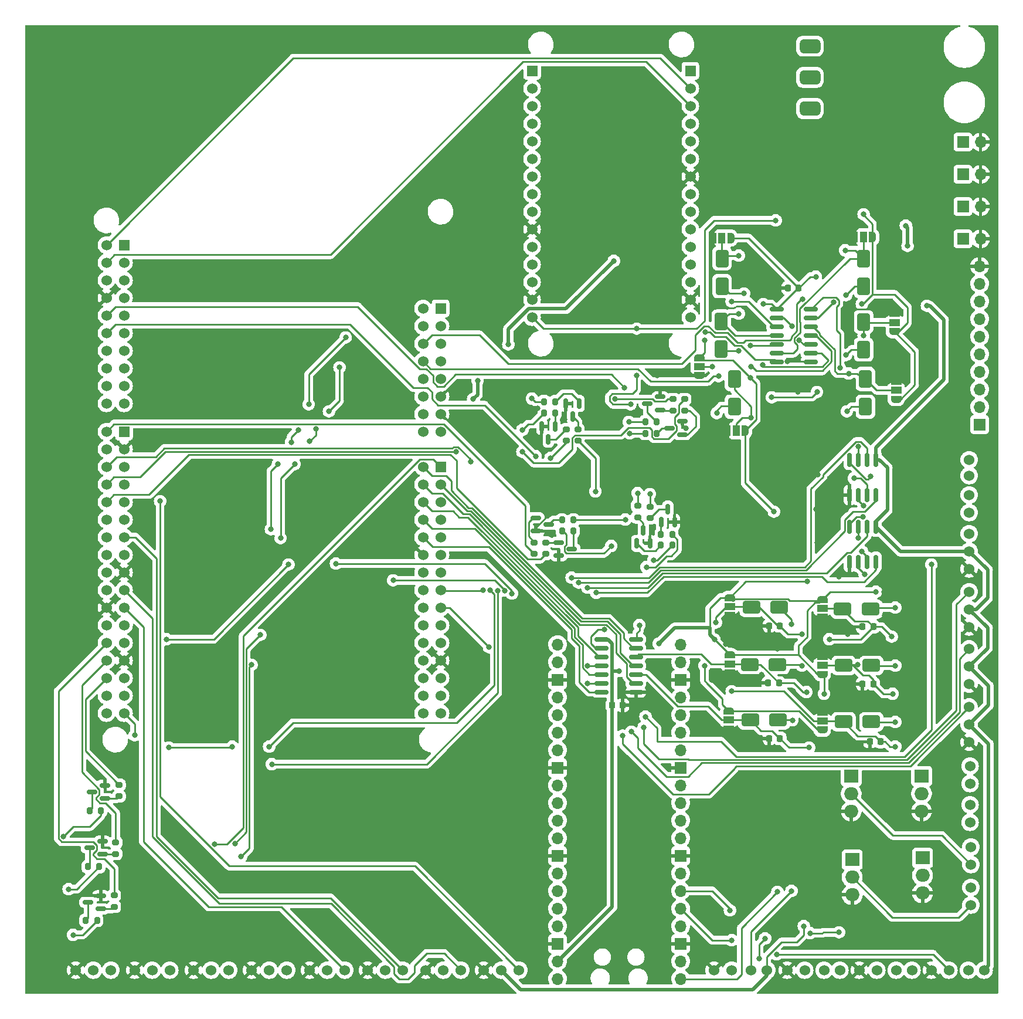
<source format=gbr>
%TF.GenerationSoftware,KiCad,Pcbnew,7.0.1-0*%
%TF.CreationDate,2023-04-25T11:16:22+01:00*%
%TF.ProjectId,Main-Craft-PCB,4d61696e-2d43-4726-9166-742d5043422e,rev?*%
%TF.SameCoordinates,Original*%
%TF.FileFunction,Copper,L2,Bot*%
%TF.FilePolarity,Positive*%
%FSLAX46Y46*%
G04 Gerber Fmt 4.6, Leading zero omitted, Abs format (unit mm)*
G04 Created by KiCad (PCBNEW 7.0.1-0) date 2023-04-25 11:16:22*
%MOMM*%
%LPD*%
G01*
G04 APERTURE LIST*
G04 Aperture macros list*
%AMRoundRect*
0 Rectangle with rounded corners*
0 $1 Rounding radius*
0 $2 $3 $4 $5 $6 $7 $8 $9 X,Y pos of 4 corners*
0 Add a 4 corners polygon primitive as box body*
4,1,4,$2,$3,$4,$5,$6,$7,$8,$9,$2,$3,0*
0 Add four circle primitives for the rounded corners*
1,1,$1+$1,$2,$3*
1,1,$1+$1,$4,$5*
1,1,$1+$1,$6,$7*
1,1,$1+$1,$8,$9*
0 Add four rect primitives between the rounded corners*
20,1,$1+$1,$2,$3,$4,$5,0*
20,1,$1+$1,$4,$5,$6,$7,0*
20,1,$1+$1,$6,$7,$8,$9,0*
20,1,$1+$1,$8,$9,$2,$3,0*%
%AMFreePoly0*
4,1,19,0.550000,-0.750000,0.000000,-0.750000,0.000000,-0.744911,-0.071157,-0.744911,-0.207708,-0.704816,-0.327430,-0.627875,-0.420627,-0.520320,-0.479746,-0.390866,-0.500000,-0.250000,-0.500000,0.250000,-0.479746,0.390866,-0.420627,0.520320,-0.327430,0.627875,-0.207708,0.704816,-0.071157,0.744911,0.000000,0.744911,0.000000,0.750000,0.550000,0.750000,0.550000,-0.750000,0.550000,-0.750000,
$1*%
%AMFreePoly1*
4,1,19,0.000000,0.744911,0.071157,0.744911,0.207708,0.704816,0.327430,0.627875,0.420627,0.520320,0.479746,0.390866,0.500000,0.250000,0.500000,-0.250000,0.479746,-0.390866,0.420627,-0.520320,0.327430,-0.627875,0.207708,-0.704816,0.071157,-0.744911,0.000000,-0.744911,0.000000,-0.750000,-0.550000,-0.750000,-0.550000,0.750000,0.000000,0.750000,0.000000,0.744911,0.000000,0.744911,
$1*%
G04 Aperture macros list end*
%TA.AperFunction,ComponentPad*%
%ADD10R,1.700000X1.700000*%
%TD*%
%TA.AperFunction,ComponentPad*%
%ADD11O,1.700000X1.700000*%
%TD*%
%TA.AperFunction,ComponentPad*%
%ADD12R,2.000000X1.905000*%
%TD*%
%TA.AperFunction,ComponentPad*%
%ADD13O,2.000000X1.905000*%
%TD*%
%TA.AperFunction,ComponentPad*%
%ADD14C,1.524000*%
%TD*%
%TA.AperFunction,ComponentPad*%
%ADD15R,1.530000X1.530000*%
%TD*%
%TA.AperFunction,ComponentPad*%
%ADD16C,1.530000*%
%TD*%
%TA.AperFunction,ComponentPad*%
%ADD17RoundRect,0.500000X-1.000000X0.500000X-1.000000X-0.500000X1.000000X-0.500000X1.000000X0.500000X0*%
%TD*%
%TA.AperFunction,SMDPad,CuDef*%
%ADD18RoundRect,0.250000X-0.650000X1.000000X-0.650000X-1.000000X0.650000X-1.000000X0.650000X1.000000X0*%
%TD*%
%TA.AperFunction,SMDPad,CuDef*%
%ADD19RoundRect,0.250000X-1.000000X-0.650000X1.000000X-0.650000X1.000000X0.650000X-1.000000X0.650000X0*%
%TD*%
%TA.AperFunction,SMDPad,CuDef*%
%ADD20FreePoly0,270.000000*%
%TD*%
%TA.AperFunction,SMDPad,CuDef*%
%ADD21R,1.500000X1.000000*%
%TD*%
%TA.AperFunction,SMDPad,CuDef*%
%ADD22FreePoly1,270.000000*%
%TD*%
%TA.AperFunction,SMDPad,CuDef*%
%ADD23RoundRect,0.200000X0.275000X-0.200000X0.275000X0.200000X-0.275000X0.200000X-0.275000X-0.200000X0*%
%TD*%
%TA.AperFunction,SMDPad,CuDef*%
%ADD24RoundRect,0.150000X0.587500X0.150000X-0.587500X0.150000X-0.587500X-0.150000X0.587500X-0.150000X0*%
%TD*%
%TA.AperFunction,SMDPad,CuDef*%
%ADD25FreePoly0,180.000000*%
%TD*%
%TA.AperFunction,SMDPad,CuDef*%
%ADD26R,1.000000X1.500000*%
%TD*%
%TA.AperFunction,SMDPad,CuDef*%
%ADD27FreePoly1,180.000000*%
%TD*%
%TA.AperFunction,SMDPad,CuDef*%
%ADD28FreePoly0,90.000000*%
%TD*%
%TA.AperFunction,SMDPad,CuDef*%
%ADD29FreePoly1,90.000000*%
%TD*%
%TA.AperFunction,SMDPad,CuDef*%
%ADD30RoundRect,0.200000X-0.200000X-0.275000X0.200000X-0.275000X0.200000X0.275000X-0.200000X0.275000X0*%
%TD*%
%TA.AperFunction,SMDPad,CuDef*%
%ADD31RoundRect,0.225000X-0.225000X-0.250000X0.225000X-0.250000X0.225000X0.250000X-0.225000X0.250000X0*%
%TD*%
%TA.AperFunction,SMDPad,CuDef*%
%ADD32RoundRect,0.200000X-0.275000X0.200000X-0.275000X-0.200000X0.275000X-0.200000X0.275000X0.200000X0*%
%TD*%
%TA.AperFunction,SMDPad,CuDef*%
%ADD33RoundRect,0.150000X-0.587500X-0.150000X0.587500X-0.150000X0.587500X0.150000X-0.587500X0.150000X0*%
%TD*%
%TA.AperFunction,SMDPad,CuDef*%
%ADD34RoundRect,0.225000X0.225000X0.250000X-0.225000X0.250000X-0.225000X-0.250000X0.225000X-0.250000X0*%
%TD*%
%TA.AperFunction,SMDPad,CuDef*%
%ADD35RoundRect,0.200000X0.200000X0.275000X-0.200000X0.275000X-0.200000X-0.275000X0.200000X-0.275000X0*%
%TD*%
%TA.AperFunction,SMDPad,CuDef*%
%ADD36RoundRect,0.162500X0.162500X-0.825000X0.162500X0.825000X-0.162500X0.825000X-0.162500X-0.825000X0*%
%TD*%
%TA.AperFunction,SMDPad,CuDef*%
%ADD37RoundRect,0.150000X0.150000X-0.587500X0.150000X0.587500X-0.150000X0.587500X-0.150000X-0.587500X0*%
%TD*%
%TA.AperFunction,SMDPad,CuDef*%
%ADD38RoundRect,0.150000X0.825000X0.150000X-0.825000X0.150000X-0.825000X-0.150000X0.825000X-0.150000X0*%
%TD*%
%TA.AperFunction,SMDPad,CuDef*%
%ADD39RoundRect,0.150000X-0.150000X0.587500X-0.150000X-0.587500X0.150000X-0.587500X0.150000X0.587500X0*%
%TD*%
%TA.AperFunction,ViaPad*%
%ADD40C,0.800000*%
%TD*%
%TA.AperFunction,Conductor*%
%ADD41C,0.250000*%
%TD*%
%TA.AperFunction,Conductor*%
%ADD42C,0.500000*%
%TD*%
G04 APERTURE END LIST*
D10*
%TO.P,J7,1,Pin_1*%
%TO.N,+12V*%
X199639000Y-40591000D03*
D11*
%TO.P,J7,2,Pin_2*%
%TO.N,Earth*%
X202179000Y-40591000D03*
%TD*%
D12*
%TO.P,Q1,1,B*%
%TO.N,Net-(Q1-B)*%
X193675000Y-127444000D03*
D13*
%TO.P,Q1,2,C*%
%TO.N,Net-(D7-A)*%
X193675000Y-129984000D03*
%TO.P,Q1,3,E*%
%TO.N,Earth*%
X193675000Y-132524000D03*
%TD*%
D14*
%TO.P,J4,1,Pin_1*%
%TO.N,+5V*%
X202692000Y-155448000D03*
%TO.P,J4,2,Pin_2*%
%TO.N,/Y3*%
X200406000Y-155448000D03*
%TO.P,J4,3,Pin_3*%
%TO.N,/X3*%
X197612000Y-155448000D03*
%TO.P,J4,4,Pin_4*%
%TO.N,Earth*%
X195072000Y-155448000D03*
%TD*%
%TO.P,J25,1,Pin_1*%
%TO.N,VESC_2*%
X85090000Y-155448000D03*
%TO.P,J25,2,Pin_2*%
%TO.N,unconnected-(J25-Pin_2-Pad2)*%
X82550000Y-155448000D03*
%TO.P,J25,3,Pin_3*%
%TO.N,Earth*%
X80010000Y-155448000D03*
%TD*%
D11*
%TO.P,U2,1,GPO*%
%TO.N,PICO_TX*%
X158877000Y-156718000D03*
%TO.P,U2,2,GP1*%
%TO.N,PICO_RX*%
X158877000Y-154178000D03*
D10*
%TO.P,U2,3,GND*%
%TO.N,Earth*%
X158877000Y-151638000D03*
D11*
%TO.P,U2,4,GP2*%
%TO.N,PICO_INH*%
X158877000Y-149098000D03*
%TO.P,U2,5,GP3*%
%TO.N,UART_EN_A*%
X158877000Y-146558000D03*
%TO.P,U2,6,GP4*%
%TO.N,UART_EN_B*%
X158877000Y-144018000D03*
%TO.P,U2,7,GP5*%
%TO.N,unconnected-(U2-GP5-Pad7)*%
X158877000Y-141478000D03*
D10*
%TO.P,U2,8,GND*%
%TO.N,Earth*%
X158877000Y-138938000D03*
D11*
%TO.P,U2,9,GP6*%
%TO.N,unconnected-(U2-GP6-Pad9)*%
X158877000Y-136398000D03*
%TO.P,U2,10,GP7*%
%TO.N,unconnected-(U2-GP7-Pad10)*%
X158877000Y-133858000D03*
%TO.P,U2,11,GP8*%
%TO.N,I2C_PICO_SDA*%
X158877000Y-131318000D03*
%TO.P,U2,12,GP9*%
%TO.N,I2C_PICO_SCl*%
X158877000Y-128778000D03*
D10*
%TO.P,U2,13,GND*%
%TO.N,Earth*%
X158877000Y-126238000D03*
D11*
%TO.P,U2,14,GP1O*%
%TO.N,unconnected-(U2-GP1O-Pad14)*%
X158877000Y-123698000D03*
%TO.P,U2,15,GP11*%
%TO.N,unconnected-(U2-GP11-Pad15)*%
X158877000Y-121158000D03*
%TO.P,U2,16,GP12*%
%TO.N,unconnected-(U2-GP12-Pad16)*%
X158877000Y-118618000D03*
%TO.P,U2,17,GP13*%
%TO.N,unconnected-(U2-GP13-Pad17)*%
X158877000Y-116078000D03*
D10*
%TO.P,U2,18,GND*%
%TO.N,Earth*%
X158877000Y-113538000D03*
D11*
%TO.P,U2,19,GP14*%
%TO.N,unconnected-(U2-GP14-Pad19)*%
X158877000Y-110998000D03*
%TO.P,U2,20,GP15*%
%TO.N,unconnected-(U2-GP15-Pad20)*%
X158877000Y-108458000D03*
%TO.P,U2,21,GP16*%
%TO.N,unconnected-(U2-GP16-Pad21)*%
X141097000Y-108458000D03*
%TO.P,U2,22,GP17*%
%TO.N,unconnected-(U2-GP17-Pad22)*%
X141097000Y-110998000D03*
D10*
%TO.P,U2,23,GND*%
%TO.N,Earth*%
X141097000Y-113538000D03*
D11*
%TO.P,U2,24,GP18*%
%TO.N,unconnected-(U2-GP18-Pad24)*%
X141097000Y-116078000D03*
%TO.P,U2,25,GP19*%
%TO.N,unconnected-(U2-GP19-Pad25)*%
X141097000Y-118618000D03*
%TO.P,U2,26,GP2O*%
%TO.N,unconnected-(U2-GP2O-Pad26)*%
X141097000Y-121158000D03*
%TO.P,U2,27,GP21*%
%TO.N,unconnected-(U2-GP21-Pad27)*%
X141097000Y-123698000D03*
D10*
%TO.P,U2,28,GND*%
%TO.N,Earth*%
X141097000Y-126238000D03*
D11*
%TO.P,U2,29,GP22*%
%TO.N,unconnected-(U2-GP22-Pad29)*%
X141097000Y-128778000D03*
%TO.P,U2,30,RUN*%
%TO.N,unconnected-(U2-RUN-Pad30)*%
X141097000Y-131318000D03*
%TO.P,U2,31,GP26*%
%TO.N,unconnected-(U2-GP26-Pad31)*%
X141097000Y-133858000D03*
%TO.P,U2,32,GP27*%
%TO.N,unconnected-(U2-GP27-Pad32)*%
X141097000Y-136398000D03*
D10*
%TO.P,U2,33,GND*%
%TO.N,Earth*%
X141097000Y-138938000D03*
D11*
%TO.P,U2,34,GP28*%
%TO.N,unconnected-(U2-GP28-Pad34)*%
X141097000Y-141478000D03*
%TO.P,U2,35,ADC_VREF*%
%TO.N,unconnected-(U2-ADC_VREF-Pad35)*%
X141097000Y-144018000D03*
%TO.P,U2,36,3V3(OUT)*%
%TO.N,unconnected-(U2-3V3(OUT)-Pad36)*%
X141097000Y-146558000D03*
%TO.P,U2,37,3V3_EN*%
%TO.N,unconnected-(U2-3V3_EN-Pad37)*%
X141097000Y-149098000D03*
D10*
%TO.P,U2,38,GND*%
%TO.N,Earth*%
X141097000Y-151638000D03*
D11*
%TO.P,U2,39,VSYS*%
%TO.N,+3V3*%
X141097000Y-154178000D03*
%TO.P,U2,40,VBUS*%
%TO.N,unconnected-(U2-VBUS-Pad40)*%
X141097000Y-156718000D03*
%TD*%
D14*
%TO.P,J9,1,Pin_1*%
%TO.N,S500_1*%
X135509000Y-155448000D03*
%TO.P,J9,2,Pin_2*%
%TO.N,+5V*%
X132969000Y-155448000D03*
%TO.P,J9,3,Pin_3*%
%TO.N,Earth*%
X130429000Y-155448000D03*
%TD*%
D12*
%TO.P,Q4,1,B*%
%TO.N,Net-(Q4-B)*%
X183642000Y-139509000D03*
D13*
%TO.P,Q4,2,C*%
%TO.N,Net-(D10-A)*%
X183642000Y-142049000D03*
%TO.P,Q4,3,E*%
%TO.N,Earth*%
X183642000Y-144589000D03*
%TD*%
D10*
%TO.P,J5,1,Pin_1*%
%TO.N,+12V*%
X199639000Y-49891000D03*
D11*
%TO.P,J5,2,Pin_2*%
%TO.N,Earth*%
X202179000Y-49891000D03*
%TD*%
D14*
%TO.P,J15,1,Pin_1*%
%TO.N,RELAY_1*%
X200533000Y-92456000D03*
%TO.P,J15,2,Pin_2*%
%TO.N,+5V*%
X200533000Y-94996000D03*
%TO.P,J15,3,Pin_3*%
%TO.N,Earth*%
X200533000Y-97536000D03*
%TD*%
%TO.P,J2,1,Pin_1*%
%TO.N,+5V*%
X181864000Y-155448000D03*
%TO.P,J2,2,Pin_2*%
%TO.N,/Y1*%
X179578000Y-155448000D03*
%TO.P,J2,3,Pin_3*%
%TO.N,/X1*%
X176784000Y-155448000D03*
%TO.P,J2,4,Pin_4*%
%TO.N,Earth*%
X174244000Y-155448000D03*
%TD*%
%TO.P,J19,1,Pin_1*%
%TO.N,+12V*%
X200787000Y-137668000D03*
%TO.P,J19,2,Pin_2*%
%TO.N,Net-(D9-A)*%
X200787000Y-140208000D03*
%TD*%
%TO.P,J12,1,Pin_1*%
%TO.N,S500_4*%
X110363000Y-155448000D03*
%TO.P,J12,2,Pin_2*%
%TO.N,+5V*%
X107823000Y-155448000D03*
%TO.P,J12,3,Pin_3*%
%TO.N,Earth*%
X105283000Y-155448000D03*
%TD*%
D10*
%TO.P,J8,1,Pin_1*%
%TO.N,+12V*%
X199639000Y-35941000D03*
D11*
%TO.P,J8,2,Pin_2*%
%TO.N,Earth*%
X202179000Y-35941000D03*
%TD*%
D14*
%TO.P,J1,1,Pin_1*%
%TO.N,+5V*%
X171323000Y-155448000D03*
%TO.P,J1,2,Pin_2*%
%TO.N,/Y0*%
X169037000Y-155448000D03*
%TO.P,J1,3,Pin_3*%
%TO.N,/X0*%
X166243000Y-155448000D03*
%TO.P,J1,4,Pin_4*%
%TO.N,Earth*%
X163703000Y-155448000D03*
%TD*%
%TO.P,J10,1,Pin_1*%
%TO.N,S500_2*%
X118745000Y-155448000D03*
%TO.P,J10,2,Pin_2*%
%TO.N,+5V*%
X116205000Y-155448000D03*
%TO.P,J10,3,Pin_3*%
%TO.N,Earth*%
X113665000Y-155448000D03*
%TD*%
%TO.P,J18,1,Pin_1*%
%TO.N,RELAY_4*%
X200533000Y-117475000D03*
%TO.P,J18,2,Pin_2*%
%TO.N,+5V*%
X200533000Y-120015000D03*
%TO.P,J18,3,Pin_3*%
%TO.N,Earth*%
X200533000Y-122555000D03*
%TD*%
%TO.P,J23,1,Pin_1*%
%TO.N,BATT_4_IN*%
X200533000Y-81788000D03*
%TO.P,J23,2,Pin_2*%
%TO.N,BATT_3_IN*%
X200533000Y-84074000D03*
%TO.P,J23,3,Pin_3*%
%TO.N,BATT_2_IN*%
X200533000Y-86868000D03*
%TO.P,J23,4,Pin_4*%
%TO.N,BATT_1_IN*%
X200533000Y-89408000D03*
%TD*%
%TO.P,J16,1,Pin_1*%
%TO.N,RELAY_2*%
X200533000Y-100838000D03*
%TO.P,J16,2,Pin_2*%
%TO.N,+5V*%
X200533000Y-103378000D03*
%TO.P,J16,3,Pin_3*%
%TO.N,Earth*%
X200533000Y-105918000D03*
%TD*%
%TO.P,J3,1,Pin_1*%
%TO.N,+5V*%
X192278000Y-155448000D03*
%TO.P,J3,2,Pin_2*%
%TO.N,/Y2*%
X189992000Y-155448000D03*
%TO.P,J3,3,Pin_3*%
%TO.N,/X2*%
X187198000Y-155448000D03*
%TO.P,J3,4,Pin_4*%
%TO.N,Earth*%
X184658000Y-155448000D03*
%TD*%
%TO.P,J20,1,Pin_1*%
%TO.N,+12V*%
X200787000Y-143510000D03*
%TO.P,J20,2,Pin_2*%
%TO.N,Net-(D10-A)*%
X200787000Y-146050000D03*
%TD*%
D12*
%TO.P,Q3,1,B*%
%TO.N,Net-(Q3-B)*%
X183515000Y-127444000D03*
D13*
%TO.P,Q3,2,C*%
%TO.N,Net-(D9-A)*%
X183515000Y-129984000D03*
%TO.P,Q3,3,E*%
%TO.N,Earth*%
X183515000Y-132524000D03*
%TD*%
D14*
%TO.P,J26,1,Pin_1*%
%TO.N,VESC_3*%
X93599000Y-155448000D03*
%TO.P,J26,2,Pin_2*%
%TO.N,unconnected-(J26-Pin_2-Pad2)*%
X91059000Y-155448000D03*
%TO.P,J26,3,Pin_3*%
%TO.N,Earth*%
X88519000Y-155448000D03*
%TD*%
%TO.P,J13,1,Pin_1*%
%TO.N,+12V*%
X200660000Y-125984000D03*
%TO.P,J13,2,Pin_2*%
%TO.N,Net-(D7-A)*%
X200660000Y-128524000D03*
%TD*%
D12*
%TO.P,Q2,1,B*%
%TO.N,Net-(Q2-B)*%
X193802000Y-139255000D03*
D13*
%TO.P,Q2,2,C*%
%TO.N,Net-(D8-A)*%
X193802000Y-141795000D03*
%TO.P,Q2,3,E*%
%TO.N,Earth*%
X193802000Y-144335000D03*
%TD*%
D10*
%TO.P,J22,1,Pin_1*%
%TO.N,+12V*%
X202057000Y-76708000D03*
D11*
%TO.P,J22,2,Pin_2*%
%TO.N,CLK_1*%
X202057000Y-74168000D03*
%TO.P,J22,3,Pin_3*%
%TO.N,MOSI_1*%
X202057000Y-71628000D03*
%TO.P,J22,4,Pin_4*%
%TO.N,MISO_1*%
X202057000Y-69088000D03*
%TO.P,J22,5,Pin_5*%
%TO.N,MOSI_2*%
X202057000Y-66548000D03*
%TO.P,J22,6,Pin_6*%
%TO.N,MISO_2*%
X202057000Y-64008000D03*
%TO.P,J22,7,Pin_7*%
%TO.N,CLK_2*%
X202057000Y-61468000D03*
%TO.P,J22,8,Pin_8*%
%TO.N,+12V*%
X202057000Y-58928000D03*
%TO.P,J22,9,Pin_9*%
%TO.N,CON_CONNECTION*%
X202057000Y-56388000D03*
%TO.P,J22,10,Pin_10*%
%TO.N,Earth*%
X202057000Y-53848000D03*
%TD*%
D15*
%TO.P,U3,1,ADC0*%
%TO.N,unconnected-(U3-ADC0-Pad1)*%
X137414000Y-25654000D03*
D16*
%TO.P,U3,2,RESERVED*%
%TO.N,unconnected-(U3-RESERVED-Pad2)*%
X137414000Y-28194000D03*
%TO.P,U3,3,RESERVED*%
%TO.N,unconnected-(U3-RESERVED-Pad3)*%
X137414000Y-30734000D03*
%TO.P,U3,4,GPIO10*%
%TO.N,unconnected-(U3-GPIO10-Pad4)*%
X137414000Y-33274000D03*
%TO.P,U3,5,GPIO9*%
%TO.N,unconnected-(U3-GPIO9-Pad5)*%
X137414000Y-35814000D03*
%TO.P,U3,6,MOSI*%
%TO.N,unconnected-(U3-MOSI-Pad6)*%
X137414000Y-38354000D03*
%TO.P,U3,7,CS*%
%TO.N,unconnected-(U3-CS-Pad7)*%
X137414000Y-40894000D03*
%TO.P,U3,8,MISO*%
%TO.N,unconnected-(U3-MISO-Pad8)*%
X137414000Y-43434000D03*
%TO.P,U3,9,SCLK*%
%TO.N,unconnected-(U3-SCLK-Pad9)*%
X137414000Y-45974000D03*
%TO.P,U3,10,GND*%
%TO.N,Earth*%
X137414000Y-48514000D03*
%TO.P,U3,11,3V3*%
%TO.N,unconnected-(U3-3V3-Pad11)*%
X137414000Y-51054000D03*
%TO.P,U3,12,EN*%
%TO.N,unconnected-(U3-EN-Pad12)*%
X137414000Y-53594000D03*
%TO.P,U3,13,RST*%
%TO.N,unconnected-(U3-RST-Pad13)*%
X137414000Y-56134000D03*
%TO.P,U3,14,GND*%
%TO.N,Earth*%
X137414000Y-58674000D03*
%TO.P,U3,15,Vin*%
%TO.N,+5V*%
X137414000Y-61214000D03*
%TO.P,U3,16,3V3*%
%TO.N,unconnected-(U3-3V3-Pad16)*%
X160274000Y-61214000D03*
%TO.P,U3,17,GND*%
%TO.N,Earth*%
X160274000Y-58674000D03*
%TO.P,U3,18,GPIO1*%
%TO.N,unconnected-(U3-GPIO1-Pad18)*%
X160274000Y-56134000D03*
%TO.P,U3,19,GPIO3*%
%TO.N,unconnected-(U3-GPIO3-Pad19)*%
X160274000Y-53594000D03*
%TO.P,U3,20,GPIO15*%
%TO.N,unconnected-(U3-GPIO15-Pad20)*%
X160274000Y-51054000D03*
%TO.P,U3,21,GPIO13*%
%TO.N,unconnected-(U3-GPIO13-Pad21)*%
X160274000Y-48514000D03*
%TO.P,U3,22,GPIO12*%
%TO.N,unconnected-(U3-GPIO12-Pad22)*%
X160274000Y-45974000D03*
%TO.P,U3,23,GPIO14*%
%TO.N,unconnected-(U3-GPIO14-Pad23)*%
X160274000Y-43434000D03*
%TO.P,U3,24,GND*%
%TO.N,Earth*%
X160274000Y-40894000D03*
%TO.P,U3,25,3V3*%
%TO.N,unconnected-(U3-3V3-Pad25)*%
X160274000Y-38354000D03*
%TO.P,U3,26,GPIO2*%
%TO.N,unconnected-(U3-GPIO2-Pad26)*%
X160274000Y-35814000D03*
%TO.P,U3,27,GPIO0*%
%TO.N,unconnected-(U3-GPIO0-Pad27)*%
X160274000Y-33274000D03*
%TO.P,U3,28,GPIO4*%
%TO.N,I2C_ESP_SDA*%
X160274000Y-30734000D03*
%TO.P,U3,29,GPIO5*%
%TO.N,I2C_ESP_SCl*%
X160274000Y-28194000D03*
D15*
%TO.P,U3,30,GPIO16*%
%TO.N,unconnected-(U3-GPIO16-Pad30)*%
X160274000Y-25654000D03*
%TD*%
D14*
%TO.P,J17,1,Pin_1*%
%TO.N,RELAY_3*%
X200533000Y-109093000D03*
%TO.P,J17,2,Pin_2*%
%TO.N,+5V*%
X200533000Y-111633000D03*
%TO.P,J17,3,Pin_3*%
%TO.N,Earth*%
X200533000Y-114173000D03*
%TD*%
D10*
%TO.P,J6,1,Pin_1*%
%TO.N,+12V*%
X199639000Y-45241000D03*
D11*
%TO.P,J6,2,Pin_2*%
%TO.N,Earth*%
X202179000Y-45241000D03*
%TD*%
D14*
%TO.P,J27,1,Pin_1*%
%TO.N,VESC_4*%
X101981000Y-155448000D03*
%TO.P,J27,2,Pin_2*%
%TO.N,unconnected-(J27-Pin_2-Pad2)*%
X99441000Y-155448000D03*
%TO.P,J27,3,Pin_3*%
%TO.N,Earth*%
X96901000Y-155448000D03*
%TD*%
D17*
%TO.P,PWR_SW1,1,A*%
%TO.N,VIN*%
X177546000Y-22098000D03*
%TO.P,PWR_SW1,2,B*%
%TO.N,Net-(D30-K)*%
X177546000Y-26598000D03*
%TO.P,PWR_SW1,3,C*%
%TO.N,unconnected-(PWR_SW1-C-Pad3)*%
X177546000Y-31098000D03*
%TD*%
D14*
%TO.P,J11,1,Pin_1*%
%TO.N,S500_3*%
X127127000Y-155448000D03*
%TO.P,J11,2,Pin_2*%
%TO.N,+5V*%
X124587000Y-155448000D03*
%TO.P,J11,3,Pin_3*%
%TO.N,Earth*%
X122047000Y-155448000D03*
%TD*%
%TO.P,J24,1,Pin_1*%
%TO.N,VESC_1*%
X76581000Y-155448000D03*
%TO.P,J24,2,Pin_2*%
%TO.N,unconnected-(J24-Pin_2-Pad2)*%
X74041000Y-155448000D03*
%TO.P,J24,3,Pin_3*%
%TO.N,Earth*%
X71501000Y-155448000D03*
%TD*%
%TO.P,J14,1,Pin_1*%
%TO.N,+12V*%
X200660000Y-131572000D03*
%TO.P,J14,2,Pin_2*%
%TO.N,Net-(D8-A)*%
X200660000Y-134112000D03*
%TD*%
D18*
%TO.P,D1,1,K*%
%TO.N,SW_2_UP_SB*%
X164846000Y-52737000D03*
%TO.P,D1,2,A*%
%TO.N,Net-(D1-A)*%
X164846000Y-56737000D03*
%TD*%
D19*
%TO.P,D16,1,K*%
%TO.N,BTN_4_SB*%
X182277000Y-103342000D03*
%TO.P,D16,2,A*%
%TO.N,Net-(BTN_4-B)*%
X186277000Y-103342000D03*
%TD*%
D20*
%TO.P,JP10,1,A*%
%TO.N,+3V3*%
X179324000Y-101945000D03*
D21*
%TO.P,JP10,2,C*%
%TO.N,BTN_4_SB*%
X179324000Y-103245000D03*
D22*
%TO.P,JP10,3,B*%
%TO.N,Earth*%
X179324000Y-104545000D03*
%TD*%
D23*
%TO.P,R47,1*%
%TO.N,Net-(Q9-C)*%
X152649000Y-90106000D03*
%TO.P,R47,2*%
%TO.N,Net-(D21-K)*%
X152649000Y-88456000D03*
%TD*%
D24*
%TO.P,Q14,1,E*%
%TO.N,Earth*%
X75359500Y-136845000D03*
%TO.P,Q14,2,B*%
%TO.N,Net-(Q14-B)*%
X75359500Y-138745000D03*
%TO.P,Q14,3,C*%
%TO.N,Net-(Q14-C)*%
X73484500Y-137795000D03*
%TD*%
%TO.P,Q13,1,E*%
%TO.N,Earth*%
X75154000Y-144719000D03*
%TO.P,Q13,2,B*%
%TO.N,Net-(Q13-B)*%
X75154000Y-146619000D03*
%TO.P,Q13,3,C*%
%TO.N,Net-(Q13-C)*%
X73279000Y-145669000D03*
%TD*%
D20*
%TO.P,JP9,1,A*%
%TO.N,+3V3*%
X165824000Y-118044000D03*
D21*
%TO.P,JP9,2,C*%
%TO.N,BTN_3_SB*%
X165824000Y-119344000D03*
D22*
%TO.P,JP9,3,B*%
%TO.N,Earth*%
X165824000Y-120644000D03*
%TD*%
D25*
%TO.P,JP4,1,A*%
%TO.N,+3V3*%
X186563000Y-49657000D03*
D26*
%TO.P,JP4,2,C*%
%TO.N,SW_2_DOWN_SB*%
X185263000Y-49657000D03*
D27*
%TO.P,JP4,3,B*%
%TO.N,Earth*%
X183963000Y-49657000D03*
%TD*%
D28*
%TO.P,JP12,1,A*%
%TO.N,+3V3*%
X179324000Y-120801000D03*
D21*
%TO.P,JP12,2,C*%
%TO.N,BTN_6_SB*%
X179324000Y-119501000D03*
D29*
%TO.P,JP12,3,B*%
%TO.N,Earth*%
X179324000Y-118201000D03*
%TD*%
D19*
%TO.P,D13,1,K*%
%TO.N,BTN_1_SB*%
X169126000Y-103088000D03*
%TO.P,D13,2,A*%
%TO.N,Net-(BTN_1-B)*%
X173126000Y-103088000D03*
%TD*%
D30*
%TO.P,R59,1*%
%TO.N,Net-(Q14-C)*%
X73264500Y-140523000D03*
%TO.P,R59,2*%
%TO.N,Net-(D29-K)*%
X74914500Y-140523000D03*
%TD*%
D19*
%TO.P,D18,1,K*%
%TO.N,BTN_6_SB*%
X182404000Y-119598000D03*
%TO.P,D18,2,A*%
%TO.N,Net-(BTN_6-B)*%
X186404000Y-119598000D03*
%TD*%
D20*
%TO.P,JP7,1,A*%
%TO.N,+3V3*%
X165951000Y-101691000D03*
D21*
%TO.P,JP7,2,C*%
%TO.N,BTN_1_SB*%
X165951000Y-102991000D03*
D22*
%TO.P,JP7,3,B*%
%TO.N,Earth*%
X165951000Y-104291000D03*
%TD*%
D28*
%TO.P,JP2,1,A*%
%TO.N,+3V3*%
X189738000Y-63276000D03*
D21*
%TO.P,JP2,2,C*%
%TO.N,SW_3_DOWN_SB*%
X189738000Y-61976000D03*
D29*
%TO.P,JP2,3,B*%
%TO.N,Earth*%
X189738000Y-60676000D03*
%TD*%
D23*
%TO.P,R50,1*%
%TO.N,Net-(Q12-B)*%
X157782500Y-74676000D03*
%TO.P,R50,2*%
%TO.N,SENS_8*%
X157782500Y-73026000D03*
%TD*%
%TO.P,R61,1*%
%TO.N,Net-(Q16-B)*%
X77763464Y-130355000D03*
%TO.P,R61,2*%
%TO.N,DEBUG_3*%
X77763464Y-128705000D03*
%TD*%
D31*
%TO.P,C18,1*%
%TO.N,Earth*%
X171526000Y-114010000D03*
%TO.P,C18,2*%
%TO.N,BTN_2_SB*%
X173076000Y-114010000D03*
%TD*%
%TO.P,C19,1*%
%TO.N,Earth*%
X171653000Y-122011000D03*
%TO.P,C19,2*%
%TO.N,BTN_3_SB*%
X173203000Y-122011000D03*
%TD*%
%TO.P,C21,1*%
%TO.N,Earth*%
X185153000Y-114137000D03*
%TO.P,C21,2*%
%TO.N,BTN_5_SB*%
X186703000Y-114137000D03*
%TD*%
D30*
%TO.P,R43,1*%
%TO.N,Net-(Q7-C)*%
X141732000Y-90488000D03*
%TO.P,R43,2*%
%TO.N,Net-(D19-K)*%
X143382000Y-90488000D03*
%TD*%
%TO.P,R46,1*%
%TO.N,Net-(Q10-B)*%
X156015000Y-92583000D03*
%TO.P,R46,2*%
%TO.N,SENS_7*%
X157665000Y-92583000D03*
%TD*%
D32*
%TO.P,R42,1*%
%TO.N,Net-(Q8-B)*%
X139382000Y-93727000D03*
%TO.P,R42,2*%
%TO.N,SENS_6*%
X139382000Y-95377000D03*
%TD*%
D18*
%TO.P,D5,1,K*%
%TO.N,SW_1_UP_SB*%
X166624000Y-70136000D03*
%TO.P,D5,2,A*%
%TO.N,Net-(D5-A)*%
X166624000Y-74136000D03*
%TD*%
D30*
%TO.P,R57,1*%
%TO.N,Net-(Q13-C)*%
X72936928Y-148270000D03*
%TO.P,R57,2*%
%TO.N,Net-(D28-K)*%
X74586928Y-148270000D03*
%TD*%
D25*
%TO.P,JP5,1,A*%
%TO.N,+3V3*%
X168178000Y-77597000D03*
D26*
%TO.P,JP5,2,C*%
%TO.N,SW_1_UP_SB*%
X166878000Y-77597000D03*
D27*
%TO.P,JP5,3,B*%
%TO.N,Earth*%
X165578000Y-77597000D03*
%TD*%
D33*
%TO.P,Q8,1,E*%
%TO.N,Earth*%
X141287000Y-95626000D03*
%TO.P,Q8,2,B*%
%TO.N,Net-(Q8-B)*%
X141287000Y-93726000D03*
%TO.P,Q8,3,C*%
%TO.N,Net-(Q8-C)*%
X143162000Y-94676000D03*
%TD*%
D19*
%TO.P,D14,1,K*%
%TO.N,BTN_2_SB*%
X168872000Y-111343000D03*
%TO.P,D14,2,A*%
%TO.N,Net-(BTN_2-B)*%
X172872000Y-111343000D03*
%TD*%
D32*
%TO.P,R32,1*%
%TO.N,Net-(Q5-C)*%
X144018000Y-77407000D03*
%TO.P,R32,2*%
%TO.N,Net-(D11-K)*%
X144018000Y-79057000D03*
%TD*%
D34*
%TO.P,C15,1*%
%TO.N,+3V3*%
X175908000Y-57023000D03*
%TO.P,C15,2*%
%TO.N,Earth*%
X174358000Y-57023000D03*
%TD*%
D25*
%TO.P,JP3,1,A*%
%TO.N,+3V3*%
X166116000Y-49784000D03*
D26*
%TO.P,JP3,2,C*%
%TO.N,SW_2_UP_SB*%
X164816000Y-49784000D03*
D27*
%TO.P,JP3,3,B*%
%TO.N,Earth*%
X163516000Y-49784000D03*
%TD*%
D32*
%TO.P,R41,1*%
%TO.N,Net-(Q7-B)*%
X137731000Y-93727000D03*
%TO.P,R41,2*%
%TO.N,SENS_2*%
X137731000Y-95377000D03*
%TD*%
D30*
%TO.P,R45,1*%
%TO.N,Net-(Q9-B)*%
X156015000Y-94107000D03*
%TO.P,R45,2*%
%TO.N,SENS_3*%
X157665000Y-94107000D03*
%TD*%
D23*
%TO.P,R48,1*%
%TO.N,Net-(Q10-C)*%
X154427000Y-90233000D03*
%TO.P,R48,2*%
%TO.N,Net-(D22-K)*%
X154427000Y-88583000D03*
%TD*%
D19*
%TO.P,D17,1,K*%
%TO.N,BTN_5_SB*%
X182404000Y-111470000D03*
%TO.P,D17,2,A*%
%TO.N,Net-(BTN_5-B)*%
X186404000Y-111470000D03*
%TD*%
D30*
%TO.P,R62,1*%
%TO.N,Net-(Q16-C)*%
X73509464Y-132451000D03*
%TO.P,R62,2*%
%TO.N,Net-(D31-K)*%
X75159464Y-132451000D03*
%TD*%
D28*
%TO.P,JP6,1,A*%
%TO.N,+3V3*%
X189992000Y-73055000D03*
D21*
%TO.P,JP6,2,C*%
%TO.N,SW_1_DOWN_SB*%
X189992000Y-71755000D03*
D29*
%TO.P,JP6,3,B*%
%TO.N,Earth*%
X189992000Y-70455000D03*
%TD*%
D28*
%TO.P,JP11,1,A*%
%TO.N,+3V3*%
X179324000Y-112770000D03*
D21*
%TO.P,JP11,2,C*%
%TO.N,BTN_5_SB*%
X179324000Y-111470000D03*
D29*
%TO.P,JP11,3,B*%
%TO.N,Earth*%
X179324000Y-110170000D03*
%TD*%
D33*
%TO.P,Q7,1,E*%
%TO.N,Earth*%
X137985000Y-92070000D03*
%TO.P,Q7,2,B*%
%TO.N,Net-(Q7-B)*%
X137985000Y-90170000D03*
%TO.P,Q7,3,C*%
%TO.N,Net-(Q7-C)*%
X139860000Y-91120000D03*
%TD*%
D35*
%TO.P,R24,1*%
%TO.N,Net-(Q5-B)*%
X140779000Y-73406000D03*
%TO.P,R24,2*%
%TO.N,SENS_1*%
X139129000Y-73406000D03*
%TD*%
D36*
%TO.P,U6,1*%
%TO.N,LOW_VOLT_3*%
X187071000Y-86868000D03*
%TO.P,U6,2,-*%
%TO.N,Net-(U6A--)*%
X185801000Y-86868000D03*
%TO.P,U6,3,+*%
%TO.N,Net-(U6A-+)*%
X184531000Y-86868000D03*
%TO.P,U6,4,V-*%
%TO.N,Earth*%
X183261000Y-86868000D03*
%TO.P,U6,5,+*%
%TO.N,Net-(U6B-+)*%
X183261000Y-81793000D03*
%TO.P,U6,6,-*%
%TO.N,Net-(U6B--)*%
X184531000Y-81793000D03*
%TO.P,U6,7*%
%TO.N,LOW_VOLT_4*%
X185801000Y-81793000D03*
%TO.P,U6,8,V+*%
%TO.N,+5V*%
X187071000Y-81793000D03*
%TD*%
D31*
%TO.P,C17,1*%
%TO.N,Earth*%
X171666000Y-105755000D03*
%TO.P,C17,2*%
%TO.N,BTN_1_SB*%
X173216000Y-105755000D03*
%TD*%
D36*
%TO.P,U7,1*%
%TO.N,LOW_VOLT_1*%
X187071000Y-96520000D03*
%TO.P,U7,2,-*%
%TO.N,Net-(U7A--)*%
X185801000Y-96520000D03*
%TO.P,U7,3,+*%
%TO.N,Net-(U7A-+)*%
X184531000Y-96520000D03*
%TO.P,U7,4,V-*%
%TO.N,Earth*%
X183261000Y-96520000D03*
%TO.P,U7,5,+*%
%TO.N,Net-(U7B-+)*%
X183261000Y-91445000D03*
%TO.P,U7,6,-*%
%TO.N,Net-(U7B--)*%
X184531000Y-91445000D03*
%TO.P,U7,7*%
%TO.N,LOW_VOLT_2*%
X185801000Y-91445000D03*
%TO.P,U7,8,V+*%
%TO.N,+5V*%
X187071000Y-91445000D03*
%TD*%
D18*
%TO.P,D2,1,K*%
%TO.N,SW_2_DOWN_SB*%
X185293000Y-52737000D03*
%TO.P,D2,2,A*%
%TO.N,Net-(D2-A)*%
X185293000Y-56737000D03*
%TD*%
%TO.P,D6,1,K*%
%TO.N,SW_1_DOWN_SB*%
X185547000Y-70136000D03*
%TO.P,D6,2,A*%
%TO.N,Net-(D6-A)*%
X185547000Y-74136000D03*
%TD*%
D16*
%TO.P,U1,1,PC10*%
%TO.N,SW_1_UP*%
X121666000Y-65024000D03*
%TO.P,U1,2,PC11*%
%TO.N,SW_1_DOWN*%
X121666000Y-67564000D03*
%TO.P,U1,3,PC12*%
%TO.N,SW_2_UP*%
X121666000Y-70104000D03*
%TO.P,U1,4,PD2*%
%TO.N,SW_2_DOWN*%
X121666000Y-72644000D03*
%TO.P,U1,8,GND*%
%TO.N,Earth*%
X124206000Y-110744000D03*
%TO.P,U1,11,PF7*%
%TO.N,CLK_1*%
X121666000Y-113284000D03*
%TO.P,U1,12,IOREF*%
%TO.N,unconnected-(U1-IOREF-Pad12)*%
X124206000Y-62484000D03*
%TO.P,U1,14,~{RST}*%
%TO.N,RESET*%
X124206000Y-65024000D03*
%TO.P,U1,16,+3V3*%
%TO.N,unconnected-(U1-+3V3-Pad16)*%
X124206000Y-67564000D03*
%TO.P,U1,17,PA15*%
%TO.N,unconnected-(U1-PA15-Pad17)*%
X78486000Y-60960000D03*
%TO.P,U1,18,+5V*%
%TO.N,unconnected-(U1-+5V-Pad18)*%
X124206000Y-70104000D03*
%TO.P,U1,19,GND*%
%TO.N,Earth*%
X124206000Y-72644000D03*
%TO.P,U1,20,GND*%
X124206000Y-75184000D03*
%TO.P,U1,24,VIN*%
%TO.N,+12V*%
X124206000Y-77724000D03*
%TO.P,U1,28,ETH_REF_CLK/PA0*%
%TO.N,LOW_VOLT_3*%
X78486000Y-113284000D03*
%TO.P,U1,29,PH0*%
%TO.N,unconnected-(U1-PH0-Pad29)*%
X124206000Y-108204000D03*
%TO.P,U1,31,PH1*%
%TO.N,unconnected-(U1-PH1-Pad31)*%
X124206000Y-105664000D03*
%TO.P,U1,32,PA4*%
%TO.N,TRIM_POT_1*%
X78486000Y-71120000D03*
%TO.P,U1,34,PB0*%
%TO.N,unconnected-(U1-PB0-Pad34)*%
X78486000Y-115824000D03*
%TO.P,U1,35,PC2*%
%TO.N,unconnected-(U1-PC2-Pad35)*%
X78486000Y-87884000D03*
%TO.P,U1,37,PC3*%
%TO.N,unconnected-(U1-PC3-Pad37)*%
X124206000Y-87884000D03*
%TO.P,U1,38,PC0*%
%TO.N,BTN_2*%
X124206000Y-85344000D03*
%TO.P,U1,39,PD4*%
%TO.N,BTN_5*%
X121666000Y-90424000D03*
%TO.P,U1,40,PD3*%
%TO.N,BTN_4*%
X121666000Y-92964000D03*
%TO.P,U1,41,PD5*%
%TO.N,BTN_6*%
X121666000Y-87884000D03*
%TO.P,U1,42,PG2*%
%TO.N,SW_3_UP*%
X121666000Y-75184000D03*
%TO.P,U1,43,PD6*%
%TO.N,BTN_3*%
X121666000Y-85344000D03*
%TO.P,U1,44,PG3*%
%TO.N,SW_3_DOWN*%
X121666000Y-77724000D03*
%TO.P,U1,45,PD7*%
%TO.N,BTN_1*%
X121666000Y-82804000D03*
%TO.P,U1,46,PE2*%
%TO.N,CLK_2*%
X121666000Y-98044000D03*
X78486000Y-108204000D03*
%TO.P,U1,47,PE3*%
%TO.N,unconnected-(U1-PE3-Pad47)*%
X121666000Y-108204000D03*
%TO.P,U1,48,PE4*%
%TO.N,unconnected-(U1-PE4-Pad48)*%
X121666000Y-100584000D03*
%TO.P,U1,49,GND*%
%TO.N,Earth*%
X121666000Y-95504000D03*
%TO.P,U1,50,PE5*%
%TO.N,MISO_2*%
X121666000Y-103124000D03*
%TO.P,U1,52,PF2*%
%TO.N,RELAY_1*%
X124206000Y-103124000D03*
%TO.P,U1,54,PF8*%
%TO.N,MOSI_1*%
X121666000Y-110744000D03*
%TO.P,U1,55,PD1*%
%TO.N,RELAY_3*%
X124206000Y-115824000D03*
%TO.P,U1,56,PF9*%
%TO.N,MISO_1*%
X121666000Y-115824000D03*
%TO.P,U1,57,PD0*%
%TO.N,RELAY_2*%
X124206000Y-113284000D03*
%TO.P,U1,58,PG1*%
%TO.N,unconnected-(U1-PG1-Pad58)*%
X121666000Y-118364000D03*
%TO.P,U1,59,PG0*%
%TO.N,RELAY_4*%
X124206000Y-118364000D03*
%TO.P,U1,60,GND*%
%TO.N,Earth*%
X75946000Y-58420000D03*
%TO.P,U1,62,PE6*%
%TO.N,MOSI_2*%
X121666000Y-105664000D03*
%TO.P,U1,63,PG9*%
%TO.N,SOL_1*%
X75946000Y-95504000D03*
%TO.P,U1,73,PC9*%
%TO.N,VESC_3*%
X121666000Y-62484000D03*
%TO.P,U1,74,PC8*%
%TO.N,VESC_2*%
X121666000Y-59944000D03*
%TO.P,U1,75,PB8*%
%TO.N,I2C_ESP_SCl*%
X75946000Y-50800000D03*
D15*
%TO.P,U1,76,PC6*%
%TO.N,unconnected-(U1-PC6-Pad76)*%
X78486000Y-50800000D03*
D16*
%TO.P,U1,77,PB9*%
%TO.N,I2C_ESP_SDA*%
X75946000Y-53340000D03*
D15*
%TO.P,U1,79,AVDD*%
%TO.N,unconnected-(U1-AVDD-Pad79)*%
X78486000Y-77724000D03*
D16*
X75946000Y-55880000D03*
%TO.P,U1,81,GND*%
%TO.N,Earth*%
X78486000Y-110744000D03*
%TO.P,U1,83,PA5*%
%TO.N,TRIM_POT_2*%
X75946000Y-60960000D03*
%TO.P,U1,85,PA6*%
%TO.N,TRIM_POT_3*%
X75946000Y-63500000D03*
%TO.P,U1,87,ETH_CRS_DV/PA7*%
%TO.N,TRIM_POT_4*%
X124206000Y-100584000D03*
X75946000Y-66040000D03*
%TO.P,U1,88,PB12*%
%TO.N,unconnected-(U1-PB12-Pad88)*%
X78486000Y-58420000D03*
%TO.P,U1,89,PB6*%
%TO.N,S500_2*%
X78486000Y-92964000D03*
%TO.P,U1,90,PB11*%
%TO.N,I2C_PICO_SDA*%
X75946000Y-118364000D03*
%TO.P,U1,91,PC7*%
%TO.N,unconnected-(U1-PC7-Pad91)*%
X78486000Y-63500000D03*
%TO.P,U1,92,GND*%
%TO.N,Earth*%
X75946000Y-103124000D03*
%TO.P,U1,94,PB2*%
%TO.N,LOW_VOLT_1*%
X78486000Y-95504000D03*
%TO.P,U1,96,PB1*%
%TO.N,S500_1*%
X78486000Y-85344000D03*
%TO.P,U1,97,PB10*%
%TO.N,I2C_PICO_SCl*%
X75946000Y-115824000D03*
%TO.P,U1,98,PB15*%
%TO.N,unconnected-(U1-PB15-Pad98)*%
X78486000Y-53340000D03*
%TO.P,U1,99,PB4*%
%TO.N,VESC_4*%
X78486000Y-73660000D03*
%TO.P,U1,101,PB5*%
%TO.N,unconnected-(U1-PB5-Pad101)*%
X78486000Y-66040000D03*
%TO.P,U1,102,ETH_TXD1/PB13*%
%TO.N,unconnected-(U1-ETH_TXD1{slash}PB13-Pad102)*%
X78486000Y-55880000D03*
%TO.P,U1,103,SWO/PB3*%
%TO.N,unconnected-(U1-SWO{slash}PB3-Pad103)*%
X78486000Y-68580000D03*
%TO.P,U1,104,AGND*%
%TO.N,Earth*%
X78486000Y-80264000D03*
%TO.P,U1,108,PF5*%
%TO.N,unconnected-(U1-PF5-Pad108)*%
X124206000Y-92964000D03*
D15*
%TO.P,U1,109,PA3*%
%TO.N,VESC_1*%
X124206000Y-82804000D03*
D16*
%TO.P,U1,110,PF4*%
%TO.N,unconnected-(U1-PF4-Pad110)*%
X78486000Y-90424000D03*
%TO.P,U1,111,GND*%
%TO.N,Earth*%
X78486000Y-82804000D03*
%TO.P,U1,112,PE8*%
%TO.N,SOL_2*%
X75946000Y-98044000D03*
%TO.P,U1,113,PD13*%
%TO.N,S500_3*%
X78486000Y-100584000D03*
%TO.P,U1,114,PF10*%
%TO.N,CON_INPUT*%
X124206000Y-95504000D03*
%TO.P,U1,115,PD12*%
%TO.N,S500_4*%
X78486000Y-103124000D03*
%TO.P,U1,116,PE7*%
%TO.N,SOL_3*%
X75946000Y-100584000D03*
%TO.P,U1,117,PD11*%
%TO.N,LOW_VOLT_2*%
X78486000Y-105664000D03*
%TO.P,U1,118,PD14*%
%TO.N,unconnected-(U1-PD14-Pad118)*%
X75946000Y-68580000D03*
%TO.P,U1,119,PE10*%
%TO.N,SOL_4*%
X75946000Y-105664000D03*
%TO.P,U1,120,PD15*%
%TO.N,unconnected-(U1-PD15-Pad120)*%
X75946000Y-71120000D03*
%TO.P,U1,121,PE12*%
%TO.N,DEBUG_1*%
X75946000Y-108204000D03*
%TO.P,U1,122,PF14*%
%TO.N,SENS_5*%
X75946000Y-85344000D03*
%TO.P,U1,123,PE14*%
%TO.N,DEBUG_2*%
X75946000Y-110744000D03*
%TO.P,U1,124,PE9*%
%TO.N,SENS_3*%
X75946000Y-80264000D03*
%TO.P,U1,125,PE15*%
%TO.N,DEBUG_3*%
X75946000Y-113284000D03*
%TO.P,U1,127,PE13*%
%TO.N,SENS_6*%
X75946000Y-87884000D03*
%TO.P,U1,128,PE11*%
%TO.N,SENS_4*%
X75946000Y-82804000D03*
%TO.P,U1,129,PF13*%
%TO.N,SENS_2*%
X75946000Y-77724000D03*
%TO.P,U1,130,PF3*%
%TO.N,unconnected-(U1-PF3-Pad130)*%
X124206000Y-90424000D03*
%TO.P,U1,131,PF12*%
%TO.N,SENS_1*%
X75946000Y-73660000D03*
%TO.P,U1,132,PF15*%
%TO.N,SENS_7*%
X75946000Y-90424000D03*
%TO.P,U1,133,PG14*%
%TO.N,SENS_8*%
X75946000Y-92964000D03*
%TO.P,U1,136,PE0*%
%TO.N,LOW_VOLT_4*%
X78486000Y-118364000D03*
%TO.P,U1,144,GND*%
%TO.N,Earth*%
X78486000Y-98044000D03*
%TO.P,U1,NC*%
%TO.N,N/C*%
X124206000Y-98044000D03*
D15*
X124206000Y-59944000D03*
%TD*%
D35*
%TO.P,R51,1*%
%TO.N,Net-(Q11-C)*%
X155432500Y-77978000D03*
%TO.P,R51,2*%
%TO.N,Net-(D23-K)*%
X153782500Y-77978000D03*
%TD*%
D37*
%TO.P,Q9,1,E*%
%TO.N,Earth*%
X154427000Y-93853000D03*
%TO.P,Q9,2,B*%
%TO.N,Net-(Q9-B)*%
X152527000Y-93853000D03*
%TO.P,Q9,3,C*%
%TO.N,Net-(Q9-C)*%
X153477000Y-91978000D03*
%TD*%
D35*
%TO.P,R44,1*%
%TO.N,Net-(Q8-C)*%
X143382000Y-92075000D03*
%TO.P,R44,2*%
%TO.N,Net-(D20-K)*%
X141732000Y-92075000D03*
%TD*%
%TO.P,R52,1*%
%TO.N,Net-(Q12-C)*%
X155432500Y-76327000D03*
%TO.P,R52,2*%
%TO.N,Net-(D24-K)*%
X153782500Y-76327000D03*
%TD*%
D38*
%TO.P,U8,1*%
%TO.N,SW_1_UP_SB*%
X177670000Y-60071000D03*
%TO.P,U8,2*%
%TO.N,SW_1_UP*%
X177670000Y-61341000D03*
%TO.P,U8,3*%
%TO.N,SW_1_DOWN_SB*%
X177670000Y-62611000D03*
%TO.P,U8,4*%
%TO.N,SW_1_DOWN*%
X177670000Y-63881000D03*
%TO.P,U8,5*%
%TO.N,SW_2_UP_SB*%
X177670000Y-65151000D03*
%TO.P,U8,6*%
%TO.N,SW_2_UP*%
X177670000Y-66421000D03*
%TO.P,U8,7,GND*%
%TO.N,Earth*%
X177670000Y-67691000D03*
%TO.P,U8,8*%
%TO.N,SW_2_DOWN*%
X172720000Y-67691000D03*
%TO.P,U8,9*%
%TO.N,SW_2_DOWN_SB*%
X172720000Y-66421000D03*
%TO.P,U8,10*%
%TO.N,SW_3_UP*%
X172720000Y-65151000D03*
%TO.P,U8,11*%
%TO.N,SW_3_UP_SB*%
X172720000Y-63881000D03*
%TO.P,U8,12*%
%TO.N,SW_3_DOWN*%
X172720000Y-62611000D03*
%TO.P,U8,13*%
%TO.N,SW_3_DOWN_SB*%
X172720000Y-61341000D03*
%TO.P,U8,14,VCC*%
%TO.N,+3V3*%
X172720000Y-60071000D03*
%TD*%
D31*
%TO.P,C22,1*%
%TO.N,Earth*%
X186207000Y-122464000D03*
%TO.P,C22,2*%
%TO.N,BTN_6_SB*%
X187757000Y-122464000D03*
%TD*%
D23*
%TO.P,R58,1*%
%TO.N,Net-(Q14-B)*%
X77264500Y-138681000D03*
%TO.P,R58,2*%
%TO.N,DEBUG_2*%
X77264500Y-137031000D03*
%TD*%
D20*
%TO.P,JP1,1,A*%
%TO.N,+3V3*%
X161544000Y-67056000D03*
D21*
%TO.P,JP1,2,C*%
%TO.N,SW_3_UP_SB*%
X161544000Y-68356000D03*
D22*
%TO.P,JP1,3,B*%
%TO.N,Earth*%
X161544000Y-69656000D03*
%TD*%
D31*
%TO.P,C20,1*%
%TO.N,Earth*%
X185153000Y-105882000D03*
%TO.P,C20,2*%
%TO.N,BTN_4_SB*%
X186703000Y-105882000D03*
%TD*%
D24*
%TO.P,Q11,1,E*%
%TO.N,Earth*%
X159101000Y-76266000D03*
%TO.P,Q11,2,B*%
%TO.N,Net-(Q11-B)*%
X159101000Y-78166000D03*
%TO.P,Q11,3,C*%
%TO.N,Net-(Q11-C)*%
X157226000Y-77216000D03*
%TD*%
D18*
%TO.P,D3,1,K*%
%TO.N,SW_3_UP_SB*%
X164719000Y-61849000D03*
%TO.P,D3,2,A*%
%TO.N,Net-(D3-A)*%
X164719000Y-65849000D03*
%TD*%
D23*
%TO.P,R49,1*%
%TO.N,Net-(Q11-B)*%
X159433500Y-74676000D03*
%TO.P,R49,2*%
%TO.N,SENS_4*%
X159433500Y-73026000D03*
%TD*%
D20*
%TO.P,JP8,1,A*%
%TO.N,+3V3*%
X165951000Y-109946000D03*
D21*
%TO.P,JP8,2,C*%
%TO.N,BTN_2_SB*%
X165951000Y-111246000D03*
D22*
%TO.P,JP8,3,B*%
%TO.N,Earth*%
X165951000Y-112546000D03*
%TD*%
D19*
%TO.P,D15,1,K*%
%TO.N,BTN_3_SB*%
X168904000Y-119344000D03*
%TO.P,D15,2,A*%
%TO.N,Net-(BTN_3-B)*%
X172904000Y-119344000D03*
%TD*%
D32*
%TO.P,R33,1*%
%TO.N,Net-(Q6-C)*%
X142367000Y-77407000D03*
%TO.P,R33,2*%
%TO.N,Net-(D12-K)*%
X142367000Y-79057000D03*
%TD*%
D37*
%TO.P,Q10,1,E*%
%TO.N,Earth*%
X157983000Y-90805000D03*
%TO.P,Q10,2,B*%
%TO.N,Net-(Q10-B)*%
X156083000Y-90805000D03*
%TO.P,Q10,3,C*%
%TO.N,Net-(Q10-C)*%
X157033000Y-88930000D03*
%TD*%
D38*
%TO.P,U9,1*%
%TO.N,BTN_1_SB*%
X152400000Y-107696000D03*
%TO.P,U9,2*%
%TO.N,BTN_1*%
X152400000Y-108966000D03*
%TO.P,U9,3*%
%TO.N,BTN_2_SB*%
X152400000Y-110236000D03*
%TO.P,U9,4*%
%TO.N,BTN_2*%
X152400000Y-111506000D03*
%TO.P,U9,5*%
%TO.N,BTN_3_SB*%
X152400000Y-112776000D03*
%TO.P,U9,6*%
%TO.N,BTN_3*%
X152400000Y-114046000D03*
%TO.P,U9,7,GND*%
%TO.N,Earth*%
X152400000Y-115316000D03*
%TO.P,U9,8*%
%TO.N,BTN_4*%
X147450000Y-115316000D03*
%TO.P,U9,9*%
%TO.N,BTN_4_SB*%
X147450000Y-114046000D03*
%TO.P,U9,10*%
%TO.N,BTN_5*%
X147450000Y-112776000D03*
%TO.P,U9,11*%
%TO.N,BTN_5_SB*%
X147450000Y-111506000D03*
%TO.P,U9,12*%
%TO.N,BTN_6*%
X147450000Y-110236000D03*
%TO.P,U9,13*%
%TO.N,BTN_6_SB*%
X147450000Y-108966000D03*
%TO.P,U9,14,VCC*%
%TO.N,+3V3*%
X147450000Y-107696000D03*
%TD*%
D24*
%TO.P,Q12,1,E*%
%TO.N,Earth*%
X155926000Y-72715000D03*
%TO.P,Q12,2,B*%
%TO.N,Net-(Q12-B)*%
X155926000Y-74615000D03*
%TO.P,Q12,3,C*%
%TO.N,Net-(Q12-C)*%
X154051000Y-73665000D03*
%TD*%
D23*
%TO.P,R56,1*%
%TO.N,Net-(Q13-B)*%
X77063928Y-146301000D03*
%TO.P,R56,2*%
%TO.N,DEBUG_1*%
X77063928Y-144651000D03*
%TD*%
D31*
%TO.P,C23,1*%
%TO.N,+3V3*%
X148958000Y-117221000D03*
%TO.P,C23,2*%
%TO.N,Earth*%
X150508000Y-117221000D03*
%TD*%
D35*
%TO.P,R25,1*%
%TO.N,Net-(Q6-B)*%
X140779000Y-75057000D03*
%TO.P,R25,2*%
%TO.N,SENS_5*%
X139129000Y-75057000D03*
%TD*%
D39*
%TO.P,Q5,1,E*%
%TO.N,Earth*%
X142306000Y-73660000D03*
%TO.P,Q5,2,B*%
%TO.N,Net-(Q5-B)*%
X144206000Y-73660000D03*
%TO.P,Q5,3,C*%
%TO.N,Net-(Q5-C)*%
X143256000Y-75535000D03*
%TD*%
D18*
%TO.P,D4,1,K*%
%TO.N,SW_3_DOWN_SB*%
X185293000Y-61881000D03*
%TO.P,D4,2,A*%
%TO.N,Net-(D4-A)*%
X185293000Y-65881000D03*
%TD*%
D24*
%TO.P,Q16,1,E*%
%TO.N,Earth*%
X75726536Y-128783000D03*
%TO.P,Q16,2,B*%
%TO.N,Net-(Q16-B)*%
X75726536Y-130683000D03*
%TO.P,Q16,3,C*%
%TO.N,Net-(Q16-C)*%
X73851536Y-129733000D03*
%TD*%
D39*
%TO.P,Q6,1,E*%
%TO.N,Earth*%
X138816000Y-76962000D03*
%TO.P,Q6,2,B*%
%TO.N,Net-(Q6-B)*%
X140716000Y-76962000D03*
%TO.P,Q6,3,C*%
%TO.N,Net-(Q6-C)*%
X139766000Y-78837000D03*
%TD*%
D40*
%TO.N,Earth*%
X151384000Y-126111000D03*
X150241000Y-81153000D03*
X73660000Y-126238000D03*
X141732000Y-56261000D03*
X112141000Y-65659000D03*
X193167000Y-83566000D03*
X193421000Y-93218000D03*
X182753000Y-61341000D03*
X117729000Y-128651000D03*
X176022000Y-96139000D03*
X81915000Y-79883000D03*
X165422098Y-108392500D03*
X151257000Y-56261000D03*
X76200000Y-134112000D03*
X196723000Y-123952000D03*
X178689000Y-83947000D03*
X178435000Y-88900000D03*
X202057000Y-42926000D03*
X129286000Y-128270000D03*
X196977000Y-96647000D03*
X117856000Y-62357000D03*
X194691000Y-137287000D03*
X163322000Y-113538000D03*
X146558000Y-79883000D03*
X159634701Y-77266500D03*
X193294000Y-88392000D03*
X178562000Y-93726000D03*
X202184000Y-47498000D03*
X135382000Y-83820000D03*
X174294500Y-67591500D03*
X183007000Y-106934000D03*
X140208000Y-87249000D03*
X118491000Y-146558000D03*
X133858000Y-73406000D03*
X202184000Y-38227000D03*
X69088000Y-104648000D03*
X66929000Y-129286000D03*
X88265000Y-91948000D03*
X152908000Y-138049000D03*
X192405000Y-150368000D03*
X180975000Y-50673000D03*
X196596000Y-117856000D03*
X199136000Y-60960000D03*
X146304000Y-88265000D03*
X126873000Y-72517000D03*
X187706000Y-59817000D03*
X113665000Y-138049000D03*
X173482000Y-37084000D03*
X172847000Y-127508000D03*
X181864000Y-109093000D03*
X154686000Y-91694000D03*
X186182000Y-139192000D03*
X154940000Y-115697000D03*
X175133000Y-115189000D03*
X199898000Y-26289000D03*
X163830000Y-34036000D03*
X107442000Y-107823000D03*
X144653000Y-49022000D03*
X188341000Y-104267000D03*
X127254000Y-58801000D03*
X181356000Y-71755000D03*
X128905000Y-76581000D03*
X194818000Y-80518000D03*
X146177000Y-75438000D03*
X107569000Y-149225000D03*
X153162000Y-52705000D03*
X200152000Y-150114000D03*
X149860000Y-86741000D03*
X162941000Y-71755000D03*
X70485000Y-147320000D03*
X82042000Y-150495000D03*
X197485000Y-131064000D03*
X176022000Y-53721000D03*
X192151000Y-26035000D03*
X194691000Y-47371000D03*
X202819000Y-157607000D03*
X74422000Y-104267000D03*
X174117000Y-20320000D03*
X171831000Y-42799000D03*
X175133000Y-49657000D03*
X128905000Y-111887000D03*
X193167000Y-63246000D03*
X189103000Y-31242000D03*
X133096000Y-141224000D03*
X173482000Y-87376000D03*
X97536000Y-149860000D03*
X88138000Y-87757000D03*
X155448000Y-69596000D03*
X69723000Y-59817000D03*
X171323000Y-25654000D03*
X164465000Y-139065000D03*
X116332000Y-70739000D03*
X142113000Y-75946000D03*
X172847000Y-109093000D03*
X135763000Y-107823000D03*
X155575000Y-66675000D03*
X189992000Y-68199000D03*
X102235000Y-129921000D03*
X188849000Y-51054000D03*
X136398000Y-113538000D03*
X162687000Y-120523000D03*
X197739000Y-52959000D03*
X180213000Y-106172000D03*
X187706000Y-129286000D03*
X162306000Y-151765000D03*
X193294000Y-50292000D03*
X170561000Y-112776000D03*
X171831000Y-78740000D03*
X69342000Y-140335000D03*
X168656000Y-62865000D03*
X146177000Y-73279000D03*
X161036000Y-103886000D03*
X187325000Y-116967000D03*
X79756000Y-109728000D03*
X197612000Y-141859000D03*
X180848000Y-43053000D03*
X198374000Y-38227000D03*
X188214000Y-100838000D03*
X150876000Y-94742000D03*
X81026000Y-97409000D03*
X184404000Y-123317000D03*
X88265000Y-149479000D03*
X163576000Y-54737000D03*
X186944000Y-108966000D03*
X162687000Y-21209000D03*
X190373000Y-42037000D03*
X92456000Y-56134000D03*
X162687000Y-116078000D03*
X163322000Y-59309000D03*
X181737000Y-98679000D03*
X138557000Y-79248000D03*
X89662000Y-66294000D03*
X86487000Y-135636000D03*
X193167000Y-98806000D03*
X155702000Y-111887000D03*
X171069000Y-90297000D03*
X161671000Y-81534000D03*
X182753000Y-89027000D03*
X138235318Y-74384500D03*
X175768000Y-72009000D03*
X187452000Y-40513000D03*
X180975000Y-37592000D03*
X162560000Y-76073000D03*
%TO.N,Net-(BTN_1-B)*%
X174879000Y-105537000D03*
%TO.N,Net-(BTN_2-B)*%
X176403000Y-111506000D03*
%TO.N,Net-(BTN_3-B)*%
X175006000Y-119380000D03*
%TO.N,Net-(BTN_4-B)*%
X189865000Y-103124000D03*
%TO.N,Net-(BTN_5-B)*%
X189865000Y-111506000D03*
%TO.N,Net-(BTN_6-B)*%
X189865000Y-119634000D03*
%TO.N,+12V*%
X133985000Y-65151000D03*
X149225000Y-53086000D03*
X128905000Y-73025000D03*
X129540000Y-70358000D03*
%TO.N,SW_2_UP_SB*%
X167259000Y-52324000D03*
X176012936Y-64529413D03*
%TO.N,SW_2_DOWN_SB*%
X182626000Y-51562000D03*
%TO.N,SW_3_UP_SB*%
X163449000Y-68326000D03*
X167259000Y-60706000D03*
%TO.N,SW_3_DOWN_SB*%
X174932500Y-62516500D03*
X185293000Y-63881000D03*
%TO.N,SW_1_UP_SB*%
X169037000Y-75692000D03*
X172035500Y-72771000D03*
X181864000Y-68535500D03*
X178562000Y-72009000D03*
%TO.N,SW_1_DOWN_SB*%
X183134000Y-69342000D03*
%TO.N,+3V3*%
X185039000Y-59309000D03*
X170815000Y-59309000D03*
X187071000Y-100838000D03*
X185293000Y-46355000D03*
X163765500Y-107760500D03*
X177132000Y-99356500D03*
X162306000Y-111506000D03*
X162306000Y-64516000D03*
X178397500Y-55372000D03*
X179573000Y-115565000D03*
X149987000Y-112268000D03*
X168910000Y-69977000D03*
X155702000Y-108331000D03*
X172339000Y-89281000D03*
%TO.N,BTN_1_SB*%
X152908000Y-105664000D03*
X163957000Y-105283000D03*
X176403000Y-106943500D03*
%TO.N,BTN_2_SB*%
X177038000Y-115316000D03*
%TO.N,BTN_3_SB*%
X177419000Y-123317000D03*
%TO.N,BTN_4_SB*%
X180340000Y-107696000D03*
X189357000Y-107315000D03*
X145415000Y-114046000D03*
%TO.N,BTN_5_SB*%
X184404000Y-111379000D03*
X189484000Y-115570000D03*
X145415000Y-111506000D03*
%TO.N,BTN_6_SB*%
X147828000Y-106299000D03*
X189865000Y-123190000D03*
X166243000Y-115189000D03*
%TO.N,TRIM_POT_3*%
X137922000Y-81280000D03*
%TO.N,TRIM_POT_2*%
X150749000Y-71374000D03*
%TO.N,TRIM_POT_4*%
X130306299Y-100579701D03*
%TO.N,+5V*%
X191389000Y-48006000D03*
X191643000Y-50927000D03*
X176657000Y-149098000D03*
X172593000Y-47244000D03*
X152527000Y-62865000D03*
X152527000Y-69596000D03*
X151638000Y-73787000D03*
X194437000Y-59563000D03*
%TO.N,Net-(D1-A)*%
X168021000Y-57785000D03*
%TO.N,Net-(D2-A)*%
X182753000Y-58039000D03*
%TO.N,Net-(D3-A)*%
X167259000Y-66040000D03*
%TO.N,Net-(D4-A)*%
X182753000Y-66675000D03*
%TO.N,Net-(D5-A)*%
X164084000Y-75057000D03*
%TO.N,Net-(D6-A)*%
X182880000Y-74803000D03*
%TO.N,Net-(D11-K)*%
X146558000Y-86360000D03*
%TO.N,Net-(D12-K)*%
X140081000Y-81534000D03*
%TO.N,Net-(D19-K)*%
X150876000Y-90424000D03*
%TO.N,Net-(D20-K)*%
X148844000Y-94234000D03*
%TO.N,Net-(D21-K)*%
X152654000Y-86614000D03*
%TO.N,Net-(D22-K)*%
X154432000Y-86741000D03*
%TO.N,Net-(D23-K)*%
X151511000Y-77978000D03*
%TO.N,Net-(D24-K)*%
X151384000Y-76327000D03*
%TO.N,Net-(D28-K)*%
X71120000Y-150368000D03*
%TO.N,Net-(D29-K)*%
X70485000Y-143764000D03*
%TO.N,Net-(D31-K)*%
X69723000Y-136144000D03*
%TO.N,/Y0*%
X174879000Y-144018000D03*
%TO.N,/X2*%
X177546000Y-150114000D03*
X181737000Y-149987000D03*
%TO.N,/X3*%
X172720000Y-153162000D03*
%TO.N,S500_1*%
X83693000Y-87757000D03*
%TO.N,RELAY_1*%
X131191000Y-108839000D03*
X153797000Y-118872000D03*
X195072000Y-96901000D03*
%TO.N,RELAY_2*%
X153543000Y-120396000D03*
%TO.N,RELAY_3*%
X151765000Y-121031000D03*
%TO.N,RELAY_4*%
X150495000Y-121608500D03*
%TO.N,VESC_1*%
X91567000Y-137287000D03*
%TO.N,VESC_2*%
X94488000Y-137160000D03*
X98171000Y-107061000D03*
X105156000Y-73787000D03*
X110490000Y-64135000D03*
X103632000Y-77470000D03*
X99695000Y-91821000D03*
X102616000Y-79248000D03*
X100711000Y-82423000D03*
%TO.N,VESC_3*%
X106172000Y-77358500D03*
X108077000Y-74803000D03*
X101092000Y-93091000D03*
X109601000Y-68453000D03*
X95377000Y-139065000D03*
X105283000Y-79121000D03*
X103124000Y-82423000D03*
X96901000Y-111379000D03*
%TO.N,SENS_1*%
X137387837Y-72958162D03*
%TO.N,SENS_5*%
X136017000Y-77470000D03*
X126402500Y-80645000D03*
%TO.N,SENS_3*%
X154940000Y-96266000D03*
%TO.N,SENS_7*%
X153924000Y-97282000D03*
%TO.N,SENS_4*%
X136017000Y-80645000D03*
X128524000Y-82042000D03*
%TO.N,SENS_8*%
X149352000Y-73025000D03*
%TO.N,Net-(U6B-+)*%
X186309000Y-84201000D03*
%TO.N,Net-(U6A-+)*%
X185293000Y-88392000D03*
%TO.N,Net-(U7B-+)*%
X185163654Y-90020333D03*
%TO.N,Net-(U7A-+)*%
X185420000Y-98298000D03*
%TO.N,Net-(U6B--)*%
X184531000Y-79883000D03*
%TO.N,Net-(U6A--)*%
X183896000Y-84455000D03*
%TO.N,Net-(U7B--)*%
X184531000Y-93091000D03*
%TO.N,Net-(U7A--)*%
X185039000Y-94996000D03*
%TO.N,SW_1_UP*%
X176452995Y-58615407D03*
X180975000Y-59055000D03*
%TO.N,SW_1_DOWN*%
X164338000Y-69723000D03*
X169037000Y-68326000D03*
%TO.N,SW_2_UP*%
X170688000Y-68072000D03*
%TO.N,SW_2_DOWN*%
X162428701Y-63368701D03*
%TO.N,LOW_VOLT_3*%
X99822000Y-125730000D03*
X132446301Y-100658947D03*
X144145000Y-99530500D03*
%TO.N,SW_3_UP*%
X168910000Y-65278000D03*
%TO.N,SW_3_DOWN*%
X166243000Y-58928000D03*
%TO.N,LOW_VOLT_1*%
X134493000Y-101092000D03*
X146685000Y-100979500D03*
X109093000Y-96774000D03*
%TO.N,LOW_VOLT_2*%
X133447923Y-100681923D03*
X102235000Y-96901000D03*
X145415000Y-100255000D03*
X84582000Y-107696000D03*
X117348000Y-99187000D03*
%TO.N,LOW_VOLT_4*%
X84963000Y-123317000D03*
X143129000Y-98806000D03*
X131385799Y-100651799D03*
X80010000Y-121539000D03*
X99441000Y-123190000D03*
X94107000Y-123190000D03*
%TO.N,PICO_TX*%
X172847000Y-144145000D03*
%TO.N,PICO_RX*%
X170180000Y-153797000D03*
X171069000Y-150876000D03*
%TO.N,UART_EN_A*%
X166243000Y-151130000D03*
%TO.N,UART_EN_B*%
X165989000Y-146812000D03*
%TD*%
D41*
%TO.N,Earth*%
X146177000Y-75438000D02*
X146177000Y-73279000D01*
X138235318Y-74384500D02*
X134836500Y-74384500D01*
X184023000Y-60071000D02*
X187452000Y-60071000D01*
X137985000Y-91585749D02*
X140208000Y-89362749D01*
X174294500Y-67591500D02*
X177570500Y-67591500D01*
X140208000Y-89362749D02*
X140208000Y-87249000D01*
X88265000Y-87884000D02*
X88138000Y-87757000D01*
X137985000Y-92070000D02*
X137985000Y-91585749D01*
X159101000Y-76266000D02*
X159101000Y-76732799D01*
X88265000Y-91948000D02*
X88265000Y-87884000D01*
X177570500Y-67591500D02*
X177670000Y-67691000D01*
X159101000Y-76732799D02*
X159634701Y-77266500D01*
X182753000Y-61341000D02*
X184023000Y-60071000D01*
X134836500Y-74384500D02*
X133858000Y-73406000D01*
X187452000Y-60071000D02*
X187706000Y-59817000D01*
%TO.N,Net-(BTN_1-B)*%
X174879000Y-104841000D02*
X174879000Y-105537000D01*
X173126000Y-103088000D02*
X174879000Y-104841000D01*
%TO.N,Net-(BTN_2-B)*%
X176240000Y-111343000D02*
X176403000Y-111506000D01*
X172872000Y-111343000D02*
X176240000Y-111343000D01*
%TO.N,Net-(BTN_3-B)*%
X172904000Y-119344000D02*
X174970000Y-119344000D01*
X174970000Y-119344000D02*
X175006000Y-119380000D01*
%TO.N,Net-(BTN_4-B)*%
X186495000Y-103124000D02*
X189865000Y-103124000D01*
X186277000Y-103342000D02*
X186495000Y-103124000D01*
%TO.N,Net-(BTN_5-B)*%
X186404000Y-111470000D02*
X186440000Y-111506000D01*
X186440000Y-111506000D02*
X189865000Y-111506000D01*
%TO.N,Net-(BTN_6-B)*%
X186440000Y-119634000D02*
X186404000Y-119598000D01*
X189865000Y-119634000D02*
X186440000Y-119634000D01*
D42*
%TO.N,+12V*%
X142312000Y-59999000D02*
X136910730Y-59999000D01*
X136910730Y-59999000D02*
X133985000Y-62924730D01*
X133985000Y-62924730D02*
X133985000Y-65151000D01*
X149225000Y-53086000D02*
X142312000Y-59999000D01*
X129540000Y-70358000D02*
X129540000Y-72390000D01*
X129540000Y-72390000D02*
X128905000Y-73025000D01*
D41*
%TO.N,SW_2_UP_SB*%
X164816000Y-52707000D02*
X164816000Y-49784000D01*
X165259000Y-52324000D02*
X164846000Y-52737000D01*
X164846000Y-52737000D02*
X164816000Y-52707000D01*
X176634523Y-65151000D02*
X177670000Y-65151000D01*
X167259000Y-52324000D02*
X165259000Y-52324000D01*
X176012936Y-64529413D02*
X176634523Y-65151000D01*
%TO.N,SW_2_DOWN_SB*%
X183356000Y-52737000D02*
X185293000Y-52737000D01*
X175712631Y-65841369D02*
X175712631Y-65254413D01*
X175712631Y-65254413D02*
X175287936Y-64829718D01*
X184118000Y-51562000D02*
X185293000Y-52737000D01*
X185263000Y-52707000D02*
X185293000Y-52737000D01*
X176107500Y-61923799D02*
X176091000Y-61907299D01*
X175287936Y-64229108D02*
X176107500Y-63409544D01*
X185263000Y-49657000D02*
X185263000Y-52707000D01*
X176107500Y-63409544D02*
X176107500Y-61923799D01*
X172720000Y-66421000D02*
X175133000Y-66421000D01*
X176091000Y-60002000D02*
X183356000Y-52737000D01*
X175133000Y-66421000D02*
X175712631Y-65841369D01*
X182626000Y-51562000D02*
X184118000Y-51562000D01*
X176091000Y-61907299D02*
X176091000Y-60002000D01*
X175287936Y-64829718D02*
X175287936Y-64229108D01*
%TO.N,SW_3_UP_SB*%
X165862000Y-60706000D02*
X164719000Y-61849000D01*
X172720000Y-63881000D02*
X166751000Y-63881000D01*
X166751000Y-63881000D02*
X164719000Y-61849000D01*
X167259000Y-60706000D02*
X165862000Y-60706000D01*
X161544000Y-68356000D02*
X163419000Y-68356000D01*
X163419000Y-68356000D02*
X163449000Y-68326000D01*
%TO.N,SW_3_DOWN_SB*%
X189738000Y-61976000D02*
X185388000Y-61976000D01*
X174932500Y-62516500D02*
X173757000Y-61341000D01*
X185293000Y-63881000D02*
X185293000Y-61881000D01*
X185388000Y-61976000D02*
X185293000Y-61881000D01*
X173757000Y-61341000D02*
X172720000Y-61341000D01*
%TO.N,SW_1_UP_SB*%
X181356000Y-63119000D02*
X181864000Y-63627000D01*
X177670000Y-60071000D02*
X179411000Y-58330000D01*
X166878000Y-76597000D02*
X167783000Y-75692000D01*
X166624000Y-70136000D02*
X166624000Y-71672827D01*
X181864000Y-63627000D02*
X181864000Y-68535500D01*
X179411000Y-58330000D02*
X181275305Y-58330000D01*
X172085000Y-72771000D02*
X172035500Y-72771000D01*
X181700000Y-58754695D02*
X181700000Y-59355305D01*
X178562000Y-72009000D02*
X177837000Y-72734000D01*
X181700000Y-59355305D02*
X181356000Y-59699305D01*
X181356000Y-59699305D02*
X181356000Y-63119000D01*
X177837000Y-72734000D02*
X172122000Y-72734000D01*
X181275305Y-58330000D02*
X181700000Y-58754695D01*
X166624000Y-71672827D02*
X169037000Y-74085827D01*
X172122000Y-72734000D02*
X172085000Y-72771000D01*
X166878000Y-77597000D02*
X166878000Y-76597000D01*
X169037000Y-74085827D02*
X169037000Y-75692000D01*
X167783000Y-75692000D02*
X169037000Y-75692000D01*
%TO.N,SW_1_DOWN_SB*%
X181113000Y-65922604D02*
X181113000Y-68972000D01*
X184394695Y-69342000D02*
X183388000Y-69342000D01*
X181113000Y-68972000D02*
X181483000Y-69342000D01*
X189992000Y-71755000D02*
X187166000Y-71755000D01*
X187166000Y-71755000D02*
X185547000Y-70136000D01*
X185547000Y-70136000D02*
X185188695Y-70136000D01*
X185188695Y-70136000D02*
X184394695Y-69342000D01*
X178970000Y-63534249D02*
X178970000Y-63779604D01*
X178970000Y-63779604D02*
X181113000Y-65922604D01*
X181483000Y-69342000D02*
X183134000Y-69342000D01*
X178046751Y-62611000D02*
X178970000Y-63534249D01*
X183388000Y-69342000D02*
X183134000Y-69342000D01*
X177670000Y-62611000D02*
X178046751Y-62611000D01*
%TO.N,+3V3*%
X168656000Y-49784000D02*
X166116000Y-49784000D01*
X171958000Y-59309000D02*
X172720000Y-60071000D01*
X175908000Y-57023000D02*
X175768000Y-57023000D01*
D42*
X163068000Y-107063000D02*
X163068000Y-106045000D01*
D41*
X164876000Y-116235000D02*
X162687000Y-114046000D01*
D42*
X157988000Y-106045000D02*
X163068000Y-106045000D01*
D41*
X186563000Y-47752000D02*
X185420000Y-46609000D01*
X175868305Y-109946000D02*
X178692305Y-112770000D01*
X186563000Y-57930173D02*
X185184173Y-59309000D01*
X169762000Y-76013000D02*
X169762000Y-70810827D01*
X172339000Y-89281000D02*
X168178000Y-85120000D01*
X189738000Y-63276000D02*
X192659000Y-66197000D01*
X165951000Y-109946000D02*
X175868305Y-109946000D01*
X178249000Y-102420000D02*
X178849000Y-102420000D01*
X177128000Y-107352000D02*
X177128000Y-103541000D01*
X162687000Y-114046000D02*
X162306000Y-113665000D01*
X174609173Y-102108000D02*
X179161000Y-102108000D01*
X190338000Y-63276000D02*
X191643000Y-61971000D01*
X175967000Y-118044000D02*
X178724000Y-120801000D01*
X169177000Y-50292000D02*
X169164000Y-50292000D01*
D42*
X148958000Y-112268000D02*
X148958000Y-108318000D01*
D41*
X178397500Y-55372000D02*
X177559000Y-55372000D01*
X169164000Y-50292000D02*
X168656000Y-49784000D01*
D42*
X148958000Y-117221000D02*
X148958000Y-112268000D01*
D41*
X186563000Y-49657000D02*
X186563000Y-57930173D01*
D42*
X148958000Y-108318000D02*
X148336000Y-107696000D01*
D41*
X178849000Y-102420000D02*
X179324000Y-101945000D01*
D42*
X148958000Y-146317000D02*
X141097000Y-154178000D01*
D41*
X165951000Y-101691000D02*
X168285500Y-99356500D01*
X179324000Y-112770000D02*
X179573000Y-113019000D01*
X165824000Y-118044000D02*
X175967000Y-118044000D01*
X187071000Y-100838000D02*
X180431000Y-100838000D01*
X169762000Y-70810827D02*
X166375173Y-67424000D01*
X175908000Y-57023000D02*
X169177000Y-50292000D01*
X185293000Y-46482000D02*
X185293000Y-46355000D01*
X163068000Y-103251000D02*
X164628000Y-101691000D01*
X179573000Y-113019000D02*
X179573000Y-115565000D01*
D42*
X148336000Y-107696000D02*
X147450000Y-107696000D01*
D41*
X170815000Y-59309000D02*
X171958000Y-59309000D01*
X168285500Y-99356500D02*
X177132000Y-99356500D01*
X161544000Y-67056000D02*
X162306000Y-66294000D01*
X180431000Y-100838000D02*
X179324000Y-101945000D01*
X161912000Y-67424000D02*
X161544000Y-67056000D01*
X185184173Y-59309000D02*
X185039000Y-59309000D01*
X166613000Y-101863000D02*
X174364173Y-101863000D01*
X192659000Y-70988000D02*
X190592000Y-73055000D01*
X191643000Y-59817000D02*
X189756173Y-57930173D01*
X165951000Y-101691000D02*
X166368000Y-102108000D01*
X185420000Y-46609000D02*
X185293000Y-46482000D01*
X175868305Y-109946000D02*
X175868305Y-108611695D01*
X162306000Y-66294000D02*
X162306000Y-64516000D01*
X177128000Y-103541000D02*
X178249000Y-102420000D01*
X189756173Y-57930173D02*
X186563000Y-57930173D01*
X166368000Y-102108000D02*
X166613000Y-101863000D01*
X165951000Y-109946000D02*
X163765500Y-107760500D01*
D42*
X155702000Y-108331000D02*
X157988000Y-106045000D01*
D41*
X164876000Y-117096000D02*
X164876000Y-116235000D01*
D42*
X163765500Y-107760500D02*
X163068000Y-107063000D01*
D41*
X168178000Y-85120000D02*
X168178000Y-77597000D01*
X178692305Y-112770000D02*
X179324000Y-112770000D01*
X178724000Y-120801000D02*
X179324000Y-120801000D01*
X190592000Y-73055000D02*
X189992000Y-73055000D01*
X168178000Y-77597000D02*
X169762000Y-76013000D01*
X186563000Y-49657000D02*
X186563000Y-47752000D01*
X166375173Y-67424000D02*
X161912000Y-67424000D01*
X163068000Y-106045000D02*
X163068000Y-103251000D01*
X175768000Y-57023000D02*
X172720000Y-60071000D01*
D42*
X148958000Y-117221000D02*
X148958000Y-146317000D01*
D41*
X191643000Y-61971000D02*
X191643000Y-59817000D01*
D42*
X148958000Y-112268000D02*
X149987000Y-112268000D01*
D41*
X164628000Y-101691000D02*
X165951000Y-101691000D01*
X189738000Y-63276000D02*
X190338000Y-63276000D01*
X192659000Y-66197000D02*
X192659000Y-70988000D01*
X174364173Y-101863000D02*
X174609173Y-102108000D01*
X162306000Y-113665000D02*
X162306000Y-111506000D01*
X179161000Y-102108000D02*
X179324000Y-101945000D01*
X165824000Y-118044000D02*
X164876000Y-117096000D01*
X177559000Y-55372000D02*
X175908000Y-57023000D01*
X175868305Y-108611695D02*
X177128000Y-107352000D01*
%TO.N,BTN_1_SB*%
X152527000Y-106807000D02*
X152527000Y-107569000D01*
X163957000Y-104525380D02*
X163957000Y-105283000D01*
X176403000Y-106943500D02*
X176393500Y-106934000D01*
X172918817Y-105755000D02*
X170251817Y-103088000D01*
X165491380Y-102991000D02*
X163957000Y-104525380D01*
X176393500Y-106934000D02*
X174395000Y-106934000D01*
X174395000Y-106934000D02*
X173216000Y-105755000D01*
X170251817Y-103088000D02*
X169126000Y-103088000D01*
X173216000Y-105755000D02*
X172918817Y-105755000D01*
X152908000Y-105664000D02*
X152908000Y-106426000D01*
X152908000Y-106426000D02*
X152527000Y-106807000D01*
X152527000Y-107569000D02*
X152400000Y-107696000D01*
X169029000Y-102991000D02*
X165951000Y-102991000D01*
X169126000Y-103088000D02*
X169029000Y-102991000D01*
X165951000Y-102991000D02*
X165491380Y-102991000D01*
%TO.N,BTN_2_SB*%
X168775000Y-111246000D02*
X165951000Y-111246000D01*
X173076000Y-114010000D02*
X175224000Y-114010000D01*
X161830000Y-109823000D02*
X163253000Y-111246000D01*
X163253000Y-111246000D02*
X165951000Y-111246000D01*
X152400000Y-110236000D02*
X152813000Y-109823000D01*
X176276000Y-115062000D02*
X176530000Y-115316000D01*
X170398000Y-111343000D02*
X173065000Y-114010000D01*
X168872000Y-111343000D02*
X170398000Y-111343000D01*
X168872000Y-111343000D02*
X168775000Y-111246000D01*
X175224000Y-114010000D02*
X176276000Y-115062000D01*
X176530000Y-115316000D02*
X177038000Y-115316000D01*
X152813000Y-109823000D02*
X161830000Y-109823000D01*
X173065000Y-114010000D02*
X173076000Y-114010000D01*
%TO.N,BTN_3_SB*%
X168904000Y-119344000D02*
X165824000Y-119344000D01*
X152400000Y-112776000D02*
X153913299Y-112776000D01*
X164824000Y-119344000D02*
X165824000Y-119344000D01*
X172096000Y-120904000D02*
X170464000Y-120904000D01*
X173203000Y-122011000D02*
X172096000Y-120904000D01*
X158485299Y-117348000D02*
X162828000Y-117348000D01*
X162828000Y-117348000D02*
X164824000Y-119344000D01*
X170464000Y-120904000D02*
X168904000Y-119344000D01*
X153913299Y-112776000D02*
X158485299Y-117348000D01*
X174509000Y-123317000D02*
X173203000Y-122011000D01*
X177419000Y-123317000D02*
X174509000Y-123317000D01*
%TO.N,BTN_4_SB*%
X184889000Y-107696000D02*
X186703000Y-105882000D01*
X186703000Y-105882000D02*
X185903000Y-105082000D01*
X180340000Y-107696000D02*
X184889000Y-107696000D01*
X182180000Y-103245000D02*
X179324000Y-103245000D01*
X186703000Y-105882000D02*
X187924000Y-105882000D01*
X185903000Y-105082000D02*
X184017000Y-105082000D01*
X182277000Y-103342000D02*
X182180000Y-103245000D01*
X184017000Y-105082000D02*
X182277000Y-103342000D01*
X147450000Y-114046000D02*
X145415000Y-114046000D01*
X187924000Y-105882000D02*
X189357000Y-107315000D01*
%TO.N,BTN_5_SB*%
X183738817Y-111470000D02*
X185171817Y-112903000D01*
X182495000Y-111379000D02*
X182404000Y-111470000D01*
X186055000Y-112903000D02*
X186703000Y-113551000D01*
X185171817Y-112903000D02*
X186055000Y-112903000D01*
X188136000Y-115570000D02*
X189484000Y-115570000D01*
X184404000Y-111379000D02*
X182495000Y-111379000D01*
X182404000Y-111470000D02*
X183738817Y-111470000D01*
X186703000Y-114137000D02*
X188136000Y-115570000D01*
X147450000Y-111506000D02*
X145415000Y-111506000D01*
X182404000Y-111470000D02*
X179324000Y-111470000D01*
X186703000Y-113551000D02*
X186703000Y-114137000D01*
%TO.N,BTN_6_SB*%
X173748396Y-115189000D02*
X166243000Y-115189000D01*
X182307000Y-119501000D02*
X179324000Y-119501000D01*
X147828000Y-106299000D02*
X146939000Y-106299000D01*
X189103000Y-123190000D02*
X188377000Y-122464000D01*
X189865000Y-123190000D02*
X189103000Y-123190000D01*
X179324000Y-119501000D02*
X178060396Y-119501000D01*
X146558000Y-108966000D02*
X147450000Y-108966000D01*
X187757000Y-122464000D02*
X186957000Y-121664000D01*
X188377000Y-122464000D02*
X187757000Y-122464000D01*
X182404000Y-119598000D02*
X182307000Y-119501000D01*
X184470000Y-121664000D02*
X182404000Y-119598000D01*
X145923000Y-108331000D02*
X146558000Y-108966000D01*
X146939000Y-106299000D02*
X145923000Y-107315000D01*
X178060396Y-119501000D02*
X173748396Y-115189000D01*
X186957000Y-121664000D02*
X184470000Y-121664000D01*
X145923000Y-107315000D02*
X145923000Y-108331000D01*
%TO.N,TRIM_POT_3*%
X122936000Y-73025000D02*
X122936000Y-72012507D01*
X77216000Y-62230000D02*
X75946000Y-63500000D01*
X130556000Y-73914000D02*
X123825000Y-73914000D01*
X137922000Y-81280000D02*
X130556000Y-73914000D01*
X122936000Y-72012507D02*
X122297493Y-71374000D01*
X120269000Y-71374000D02*
X111125000Y-62230000D01*
X111125000Y-62230000D02*
X77216000Y-62230000D01*
X122297493Y-71374000D02*
X120269000Y-71374000D01*
X123825000Y-73914000D02*
X122936000Y-73025000D01*
%TO.N,TRIM_POT_2*%
X122117493Y-68654000D02*
X123116000Y-69652507D01*
X123754507Y-71194000D02*
X124657493Y-71194000D01*
X123116000Y-69652507D02*
X123116000Y-70555493D01*
X75946000Y-60960000D02*
X77216000Y-59690000D01*
X124657493Y-71194000D02*
X126382493Y-69469000D01*
X123116000Y-70555493D02*
X123754507Y-71194000D01*
X148844000Y-69469000D02*
X150749000Y-71374000D01*
X126382493Y-69469000D02*
X148844000Y-69469000D01*
X77216000Y-59690000D02*
X112250507Y-59690000D01*
X112250507Y-59690000D02*
X121214507Y-68654000D01*
X121214507Y-68654000D02*
X122117493Y-68654000D01*
%TO.N,TRIM_POT_4*%
X130175000Y-100711000D02*
X130306299Y-100579701D01*
X124206000Y-100584000D02*
X124333000Y-100711000D01*
X124333000Y-100711000D02*
X130175000Y-100711000D01*
D42*
%TO.N,+5V*%
X191643000Y-50927000D02*
X191643000Y-48260000D01*
X203327000Y-122809000D02*
X203327000Y-154813000D01*
X196850000Y-61595000D02*
X194818000Y-59563000D01*
X187584000Y-81793000D02*
X187071000Y-81793000D01*
D41*
X162306000Y-48641000D02*
X163703000Y-47244000D01*
D42*
X196850000Y-70231000D02*
X196850000Y-61595000D01*
D41*
X163703000Y-47244000D02*
X172593000Y-47244000D01*
X152527000Y-62865000D02*
X161163000Y-62865000D01*
D42*
X169291000Y-158242000D02*
X171323000Y-156210000D01*
D41*
X161163000Y-62865000D02*
X162306000Y-61722000D01*
D42*
X203327000Y-154813000D02*
X202692000Y-155448000D01*
D41*
X149088695Y-73787000D02*
X148590000Y-73288305D01*
X176657000Y-150368000D02*
X176657000Y-149098000D01*
X151638000Y-73787000D02*
X149088695Y-73787000D01*
X148590000Y-72644000D02*
X148971000Y-72263000D01*
D42*
X188722000Y-89027000D02*
X188722000Y-82931000D01*
X132969000Y-155448000D02*
X135763000Y-158242000D01*
X200533000Y-111633000D02*
X203327000Y-114427000D01*
X200533000Y-103378000D02*
X203200000Y-106045000D01*
X200533000Y-94996000D02*
X203200000Y-97663000D01*
X188722000Y-82931000D02*
X187584000Y-81793000D01*
D41*
X148590000Y-73288305D02*
X148590000Y-72644000D01*
X148971000Y-72263000D02*
X151892000Y-72263000D01*
X139065000Y-62865000D02*
X152527000Y-62865000D01*
D42*
X187071000Y-81793000D02*
X187071000Y-80010000D01*
X190622000Y-94996000D02*
X187071000Y-91445000D01*
X203327000Y-114427000D02*
X203327000Y-117221000D01*
X171323000Y-156210000D02*
X171323000Y-155448000D01*
D41*
X151892000Y-72263000D02*
X152527000Y-71628000D01*
D42*
X191643000Y-48260000D02*
X191389000Y-48006000D01*
X200533000Y-120015000D02*
X203327000Y-122809000D01*
X200533000Y-94996000D02*
X190622000Y-94996000D01*
D41*
X137414000Y-61214000D02*
X139065000Y-62865000D01*
X152527000Y-71628000D02*
X152527000Y-69596000D01*
D42*
X187071000Y-91445000D02*
X187071000Y-90678000D01*
X135763000Y-158242000D02*
X169291000Y-158242000D01*
X187071000Y-90678000D02*
X188722000Y-89027000D01*
X203200000Y-97663000D02*
X203200000Y-101727000D01*
D41*
X173472695Y-151384000D02*
X175641000Y-151384000D01*
D42*
X187071000Y-80010000D02*
X196850000Y-70231000D01*
X203200000Y-101727000D02*
X201549000Y-103378000D01*
X203200000Y-108966000D02*
X200533000Y-111633000D01*
D41*
X171323000Y-155448000D02*
X171323000Y-153533695D01*
D42*
X203327000Y-117221000D02*
X200533000Y-120015000D01*
X203200000Y-106045000D02*
X203200000Y-108966000D01*
D41*
X171323000Y-153533695D02*
X173472695Y-151384000D01*
X175641000Y-151384000D02*
X176657000Y-150368000D01*
X162306000Y-61722000D02*
X162306000Y-48641000D01*
D42*
X201549000Y-103378000D02*
X200533000Y-103378000D01*
X194818000Y-59563000D02*
X194437000Y-59563000D01*
D41*
%TO.N,Net-(D1-A)*%
X165894000Y-57785000D02*
X164846000Y-56737000D01*
X168021000Y-57785000D02*
X165894000Y-57785000D01*
%TO.N,Net-(D2-A)*%
X185293000Y-56737000D02*
X184055000Y-56737000D01*
X184055000Y-56737000D02*
X182753000Y-58039000D01*
%TO.N,Net-(D3-A)*%
X164719000Y-65849000D02*
X164910000Y-66040000D01*
X164910000Y-66040000D02*
X167259000Y-66040000D01*
%TO.N,Net-(D4-A)*%
X183547000Y-65881000D02*
X182753000Y-66675000D01*
X185293000Y-65881000D02*
X183547000Y-65881000D01*
%TO.N,Net-(D5-A)*%
X164719000Y-74041000D02*
X166529000Y-74041000D01*
X166529000Y-74041000D02*
X166624000Y-74136000D01*
X164084000Y-75057000D02*
X164084000Y-74676000D01*
X164084000Y-74676000D02*
X164719000Y-74041000D01*
%TO.N,Net-(D6-A)*%
X183547000Y-74136000D02*
X182880000Y-74803000D01*
X185547000Y-74136000D02*
X183547000Y-74136000D01*
%TO.N,Net-(D9-A)*%
X200787000Y-140208000D02*
X196596000Y-136017000D01*
X196596000Y-136017000D02*
X189548000Y-136017000D01*
X189548000Y-136017000D02*
X183515000Y-129984000D01*
%TO.N,Net-(D10-A)*%
X199009000Y-147828000D02*
X200787000Y-146050000D01*
X189421000Y-147828000D02*
X199009000Y-147828000D01*
X183642000Y-142049000D02*
X189421000Y-147828000D01*
%TO.N,Net-(D11-K)*%
X146558000Y-81597000D02*
X146558000Y-86360000D01*
X144018000Y-79057000D02*
X146558000Y-81597000D01*
%TO.N,Net-(D12-K)*%
X142367000Y-79248000D02*
X140081000Y-81534000D01*
X142367000Y-79057000D02*
X142367000Y-79248000D01*
%TO.N,Net-(D19-K)*%
X150812000Y-90488000D02*
X150876000Y-90424000D01*
X143382000Y-90488000D02*
X150812000Y-90488000D01*
%TO.N,Net-(D20-K)*%
X142099500Y-95022751D02*
X142377749Y-95301000D01*
X142377749Y-94051000D02*
X142099500Y-94329249D01*
X142377749Y-92593749D02*
X142377749Y-94051000D01*
X142377749Y-95301000D02*
X147777000Y-95301000D01*
X142099500Y-94329249D02*
X142099500Y-95022751D01*
X147777000Y-95301000D02*
X148844000Y-94234000D01*
X141859000Y-92075000D02*
X142377749Y-92593749D01*
X141732000Y-92075000D02*
X141859000Y-92075000D01*
%TO.N,Net-(D21-K)*%
X152654000Y-88451000D02*
X152654000Y-86614000D01*
X152649000Y-88456000D02*
X152654000Y-88451000D01*
%TO.N,Net-(D22-K)*%
X154427000Y-88583000D02*
X154427000Y-86746000D01*
X154427000Y-86746000D02*
X154432000Y-86741000D01*
%TO.N,Net-(D23-K)*%
X153782500Y-77978000D02*
X151511000Y-77978000D01*
%TO.N,Net-(D24-K)*%
X153782500Y-76327000D02*
X151384000Y-76327000D01*
%TO.N,Net-(D28-K)*%
X74586928Y-148270000D02*
X72488928Y-150368000D01*
X72488928Y-150368000D02*
X71120000Y-150368000D01*
%TO.N,Net-(D29-K)*%
X74914500Y-140523000D02*
X71673500Y-143764000D01*
X71673500Y-143764000D02*
X70485000Y-143764000D01*
%TO.N,Net-(D31-K)*%
X71120000Y-134747000D02*
X73533000Y-134747000D01*
X73533000Y-134747000D02*
X75159464Y-133120536D01*
X75159464Y-133120536D02*
X75159464Y-132451000D01*
X69723000Y-136144000D02*
X71120000Y-134747000D01*
%TO.N,/Y0*%
X169037000Y-149860000D02*
X169037000Y-155448000D01*
X174879000Y-144018000D02*
X169037000Y-149860000D01*
%TO.N,/X2*%
X179324000Y-150114000D02*
X177546000Y-150114000D01*
X179451000Y-149987000D02*
X179324000Y-150114000D01*
X181737000Y-149987000D02*
X179451000Y-149987000D01*
%TO.N,/X3*%
X195326000Y-153162000D02*
X197612000Y-155448000D01*
X172720000Y-153162000D02*
X195326000Y-153162000D01*
%TO.N,S500_1*%
X83693000Y-130438305D02*
X83693000Y-87757000D01*
X135509000Y-155448000D02*
X120506903Y-140445903D01*
X93700598Y-140445903D02*
X83693000Y-130438305D01*
X120506903Y-140445903D02*
X93700598Y-140445903D01*
%TO.N,S500_2*%
X118745000Y-155448000D02*
X108331000Y-145034000D01*
X83185000Y-136144000D02*
X83185000Y-96012000D01*
X108331000Y-145034000D02*
X92075000Y-145034000D01*
X80137000Y-92964000D02*
X78486000Y-92964000D01*
X92075000Y-145034000D02*
X83185000Y-136144000D01*
X83185000Y-96012000D02*
X80137000Y-92964000D01*
%TO.N,S500_3*%
X117475000Y-155956000D02*
X118237000Y-156718000D01*
X82550000Y-136145396D02*
X92258604Y-145854000D01*
X119507000Y-156718000D02*
X120396000Y-155829000D01*
X122174000Y-153035000D02*
X124714000Y-153035000D01*
X92258604Y-145854000D02*
X108389000Y-145854000D01*
X124714000Y-153035000D02*
X127127000Y-155448000D01*
X78486000Y-100584000D02*
X82550000Y-104648000D01*
X82550000Y-104648000D02*
X82550000Y-136145396D01*
X118237000Y-156718000D02*
X119507000Y-156718000D01*
X117475000Y-154940000D02*
X117475000Y-155956000D01*
X108389000Y-145854000D02*
X117475000Y-154940000D01*
X120396000Y-154813000D02*
X122174000Y-153035000D01*
X120396000Y-155829000D02*
X120396000Y-154813000D01*
%TO.N,S500_4*%
X90678000Y-146304000D02*
X81280000Y-136906000D01*
X81280000Y-136906000D02*
X81280000Y-105918000D01*
X110363000Y-155448000D02*
X101219000Y-146304000D01*
X101219000Y-146304000D02*
X90678000Y-146304000D01*
X81280000Y-105918000D02*
X78486000Y-103124000D01*
%TO.N,RELAY_1*%
X155448000Y-122428000D02*
X155448000Y-120523000D01*
X166925000Y-124634000D02*
X164719000Y-122428000D01*
X164719000Y-122428000D02*
X155448000Y-122428000D01*
X195072000Y-96901000D02*
X195072000Y-120777000D01*
X195072000Y-120777000D02*
X191215000Y-124634000D01*
X131191000Y-108839000D02*
X125476000Y-103124000D01*
X191215000Y-124634000D02*
X166925000Y-124634000D01*
X155448000Y-120523000D02*
X153797000Y-118872000D01*
X125476000Y-103124000D02*
X124206000Y-103124000D01*
%TO.N,RELAY_2*%
X191584303Y-125084000D02*
X190627000Y-125084000D01*
X198685303Y-102685697D02*
X198685303Y-117983000D01*
X159936000Y-124968000D02*
X155702000Y-124968000D01*
X167005000Y-125084000D02*
X160052000Y-125084000D01*
X200533000Y-100838000D02*
X198685303Y-102685697D01*
X198685303Y-117983000D02*
X191584303Y-125084000D01*
X190627000Y-125084000D02*
X167640000Y-125084000D01*
X160052000Y-125084000D02*
X159936000Y-124968000D01*
X153543000Y-122809000D02*
X153543000Y-120396000D01*
X167640000Y-125084000D02*
X167005000Y-125084000D01*
X155702000Y-124968000D02*
X153543000Y-122809000D01*
%TO.N,RELAY_3*%
X152717500Y-123380500D02*
X152717500Y-121983500D01*
X161931000Y-125534000D02*
X159957000Y-127508000D01*
X159957000Y-127508000D02*
X156845000Y-127508000D01*
X152717500Y-121983500D02*
X151765000Y-121031000D01*
X191837605Y-125534000D02*
X161931000Y-125534000D01*
X199135303Y-110490697D02*
X199135303Y-118236302D01*
X199135303Y-118236302D02*
X191837605Y-125534000D01*
X156845000Y-127508000D02*
X152717500Y-123380500D01*
X200533000Y-109093000D02*
X199135303Y-110490697D01*
%TO.N,RELAY_4*%
X166624000Y-126238000D02*
X166624000Y-126365000D01*
X157734000Y-130048000D02*
X151511000Y-123825000D01*
X166878000Y-125984000D02*
X166624000Y-126238000D01*
X166624000Y-126365000D02*
X162941000Y-130048000D01*
X151511000Y-123825000D02*
X150495000Y-122809000D01*
X200533000Y-117475000D02*
X192024000Y-125984000D01*
X192024000Y-125984000D02*
X166878000Y-125984000D01*
X150495000Y-122809000D02*
X150495000Y-121608500D01*
X162941000Y-130048000D02*
X157734000Y-130048000D01*
%TO.N,VESC_1*%
X93345000Y-137287000D02*
X93763000Y-136869000D01*
X91567000Y-137287000D02*
X93345000Y-137287000D01*
X94197000Y-136435000D02*
X95689000Y-134943000D01*
X94187695Y-136435000D02*
X94197000Y-136435000D01*
X95689000Y-134943000D02*
X95689000Y-107239507D01*
X95689000Y-107239507D02*
X121214507Y-81714000D01*
X93763000Y-136869000D02*
X93763000Y-136859695D01*
X121214507Y-81714000D02*
X123116000Y-81714000D01*
X123116000Y-81714000D02*
X124206000Y-82804000D01*
X93763000Y-136859695D02*
X94187695Y-136435000D01*
%TO.N,VESC_2*%
X105156000Y-69469000D02*
X110490000Y-64135000D01*
X105156000Y-73787000D02*
X105156000Y-69469000D01*
X102616000Y-78486000D02*
X103632000Y-77470000D01*
X102616000Y-79248000D02*
X102616000Y-78486000D01*
X94488000Y-137160000D02*
X96139000Y-135509000D01*
X99695000Y-91821000D02*
X99695000Y-83439000D01*
X99695000Y-83439000D02*
X100711000Y-82423000D01*
X96139000Y-135509000D02*
X96139000Y-109093000D01*
X96139000Y-109093000D02*
X98171000Y-107061000D01*
%TO.N,VESC_3*%
X96589000Y-137853000D02*
X95377000Y-139065000D01*
X109601000Y-68453000D02*
X109601000Y-73279000D01*
X101092000Y-84455000D02*
X101092000Y-93091000D01*
X109601000Y-73279000D02*
X108077000Y-74803000D01*
X96589000Y-111691000D02*
X96589000Y-137853000D01*
X106172000Y-77358500D02*
X106172000Y-78232000D01*
X106172000Y-78232000D02*
X105283000Y-79121000D01*
X103124000Y-82423000D02*
X101092000Y-84455000D01*
X96901000Y-111379000D02*
X96589000Y-111691000D01*
%TO.N,Net-(Q5-B)*%
X144206000Y-73660000D02*
X144206000Y-73340000D01*
X141922000Y-72263000D02*
X140779000Y-73406000D01*
X144206000Y-73340000D02*
X143129000Y-72263000D01*
X143129000Y-72263000D02*
X141922000Y-72263000D01*
%TO.N,Net-(Q5-C)*%
X143256000Y-75535000D02*
X144018000Y-76297000D01*
X144018000Y-76297000D02*
X144018000Y-77407000D01*
%TO.N,Net-(Q6-B)*%
X140716000Y-75120000D02*
X140779000Y-75057000D01*
X140716000Y-76962000D02*
X140716000Y-75120000D01*
%TO.N,Net-(Q6-C)*%
X142303000Y-77407000D02*
X140873000Y-78837000D01*
X142367000Y-77407000D02*
X142303000Y-77407000D01*
X140873000Y-78837000D02*
X139766000Y-78837000D01*
%TO.N,Net-(Q7-B)*%
X137541000Y-90170000D02*
X136906000Y-90805000D01*
X137985000Y-90170000D02*
X137541000Y-90170000D01*
X136906000Y-90805000D02*
X136906000Y-92837000D01*
X137731000Y-93662000D02*
X137731000Y-93727000D01*
X136906000Y-92837000D02*
X137731000Y-93662000D01*
%TO.N,Net-(Q7-C)*%
X140492000Y-90488000D02*
X139860000Y-91120000D01*
X141732000Y-90488000D02*
X140492000Y-90488000D01*
%TO.N,Net-(Q8-B)*%
X141286000Y-93727000D02*
X141287000Y-93726000D01*
X139382000Y-93727000D02*
X141286000Y-93727000D01*
%TO.N,Net-(Q8-C)*%
X143382000Y-92075000D02*
X143382000Y-94456000D01*
X143382000Y-94456000D02*
X143162000Y-94676000D01*
%TO.N,Net-(Q9-B)*%
X155206500Y-94915500D02*
X156015000Y-94107000D01*
X152527000Y-93853000D02*
X153589500Y-94915500D01*
X153589500Y-94915500D02*
X155206500Y-94915500D01*
%TO.N,Net-(Q9-C)*%
X153477000Y-91978000D02*
X153477000Y-90934000D01*
X153477000Y-90934000D02*
X152649000Y-90106000D01*
%TO.N,Net-(Q10-B)*%
X156015000Y-90873000D02*
X156083000Y-90805000D01*
X156015000Y-92583000D02*
X156015000Y-90873000D01*
%TO.N,Net-(Q10-C)*%
X154427000Y-90233000D02*
X155730000Y-88930000D01*
X155730000Y-88930000D02*
X157033000Y-88930000D01*
%TO.N,Net-(Q11-B)*%
X159832000Y-78166000D02*
X159101000Y-78166000D01*
X161036000Y-75565000D02*
X161036000Y-76962000D01*
X160147000Y-74676000D02*
X161036000Y-75565000D01*
X161036000Y-76962000D02*
X159832000Y-78166000D01*
X159433500Y-74676000D02*
X160147000Y-74676000D01*
%TO.N,Net-(Q11-C)*%
X157226000Y-77216000D02*
X156194500Y-77216000D01*
X156194500Y-77216000D02*
X155432500Y-77978000D01*
%TO.N,Net-(Q12-B)*%
X155987000Y-74676000D02*
X155926000Y-74615000D01*
X157782500Y-74676000D02*
X155987000Y-74676000D01*
%TO.N,Net-(Q12-C)*%
X154051000Y-74945500D02*
X154051000Y-73665000D01*
X155432500Y-76327000D02*
X154051000Y-74945500D01*
%TO.N,Net-(Q13-B)*%
X75154000Y-146619000D02*
X76745928Y-146619000D01*
X76745928Y-146619000D02*
X77063928Y-146301000D01*
%TO.N,Net-(Q13-C)*%
X73279000Y-145669000D02*
X73279000Y-147927928D01*
X73279000Y-147927928D02*
X72936928Y-148270000D01*
%TO.N,Net-(Q14-B)*%
X75359500Y-138745000D02*
X77200500Y-138745000D01*
X77200500Y-138745000D02*
X77264500Y-138681000D01*
%TO.N,Net-(Q14-C)*%
X73484500Y-137795000D02*
X73484500Y-140303000D01*
X73484500Y-140303000D02*
X73264500Y-140523000D01*
%TO.N,Net-(Q16-B)*%
X77435464Y-130683000D02*
X77763464Y-130355000D01*
X75726536Y-130683000D02*
X77435464Y-130683000D01*
%TO.N,Net-(Q16-C)*%
X73851536Y-132108928D02*
X73509464Y-132451000D01*
X73851536Y-129733000D02*
X73851536Y-132108928D01*
%TO.N,SENS_1*%
X137835675Y-73406000D02*
X137387837Y-72958162D01*
X139129000Y-73406000D02*
X137835675Y-73406000D01*
%TO.N,SENS_5*%
X139129000Y-75057000D02*
X137541000Y-76645000D01*
X80841097Y-84254000D02*
X77036000Y-84254000D01*
X136842000Y-76645000D02*
X136017000Y-77470000D01*
X137541000Y-76645000D02*
X136842000Y-76645000D01*
X84487097Y-80608000D02*
X80841097Y-84254000D01*
X77036000Y-84254000D02*
X75946000Y-85344000D01*
X126365500Y-80608000D02*
X84487097Y-80608000D01*
X126402500Y-80645000D02*
X126365500Y-80608000D01*
%TO.N,SENS_2*%
X77036000Y-76634000D02*
X124657493Y-76634000D01*
X136456000Y-88432507D02*
X136456000Y-94102000D01*
X124657493Y-76634000D02*
X136456000Y-88432507D01*
X75946000Y-77724000D02*
X77036000Y-76634000D01*
X136456000Y-94102000D02*
X137731000Y-95377000D01*
%TO.N,SENS_6*%
X139382000Y-95377000D02*
X138620000Y-96139000D01*
X126492000Y-81915000D02*
X125635000Y-81058000D01*
X138620000Y-96139000D02*
X136783188Y-96139000D01*
X77036000Y-86794000D02*
X75946000Y-87884000D01*
X126492000Y-85847812D02*
X126492000Y-81915000D01*
X82116000Y-86794000D02*
X77036000Y-86794000D01*
X125635000Y-81058000D02*
X87852000Y-81058000D01*
X87852000Y-81058000D02*
X82116000Y-86794000D01*
X136783188Y-96139000D02*
X126492000Y-85847812D01*
%TO.N,SENS_3*%
X154940000Y-96266000D02*
X155506000Y-96266000D01*
X155506000Y-96266000D02*
X157665000Y-94107000D01*
%TO.N,SENS_7*%
X157665000Y-92583000D02*
X158390000Y-93308000D01*
X156808000Y-95668000D02*
X155194000Y-97282000D01*
X157526305Y-95668000D02*
X156808000Y-95668000D01*
X155194000Y-97282000D02*
X153924000Y-97282000D01*
X158390000Y-93308000D02*
X158390000Y-94804305D01*
X158390000Y-94804305D02*
X157526305Y-95668000D01*
%TO.N,SENS_4*%
X83104701Y-81354000D02*
X84300701Y-80158000D01*
X158288500Y-77562751D02*
X158288500Y-76869249D01*
X136017000Y-80645000D02*
X137631000Y-82259000D01*
X75946000Y-82804000D02*
X77396000Y-81354000D01*
X128524000Y-81741195D02*
X128524000Y-82042000D01*
X155015038Y-78778000D02*
X157073251Y-78778000D01*
X158288500Y-76869249D02*
X158038500Y-76619249D01*
X158633500Y-75046500D02*
X158633500Y-73826000D01*
X137631000Y-82259000D02*
X141287000Y-82259000D01*
X154707500Y-78470462D02*
X155015038Y-78778000D01*
X150231695Y-78232000D02*
X151336695Y-77127000D01*
X125864195Y-80158000D02*
X126102195Y-79920000D01*
X154707500Y-77485538D02*
X154707500Y-78470462D01*
X158038500Y-76619249D02*
X158038500Y-75641500D01*
X77396000Y-81354000D02*
X83104701Y-81354000D01*
X126102195Y-79920000D02*
X126702805Y-79920000D01*
X151336695Y-77127000D02*
X154348962Y-77127000D01*
X158633500Y-73826000D02*
X159433500Y-73026000D01*
X143218000Y-78639538D02*
X143625538Y-78232000D01*
X157073251Y-78778000D02*
X158288500Y-77562751D01*
X84300701Y-80158000D02*
X125864195Y-80158000D01*
X143625538Y-78232000D02*
X150231695Y-78232000D01*
X158038500Y-75641500D02*
X158633500Y-75046500D01*
X143218000Y-80328000D02*
X143218000Y-78639538D01*
X126702805Y-79920000D02*
X128524000Y-81741195D01*
X154348962Y-77127000D02*
X154707500Y-77485538D01*
X141287000Y-82259000D02*
X143218000Y-80328000D01*
%TO.N,SENS_8*%
X156710251Y-73340000D02*
X157024251Y-73026000D01*
X149352000Y-73025000D02*
X154826749Y-73025000D01*
X155141749Y-73340000D02*
X156710251Y-73340000D01*
X157024251Y-73026000D02*
X157782500Y-73026000D01*
X154826749Y-73025000D02*
X155141749Y-73340000D01*
%TO.N,DEBUG_1*%
X77063928Y-144651000D02*
X77063928Y-140817928D01*
X68998000Y-115152000D02*
X75946000Y-108204000D01*
X74547000Y-137448249D02*
X74041698Y-136942947D01*
X75616000Y-139370000D02*
X74575249Y-139370000D01*
X74041000Y-138835751D02*
X74041000Y-138647751D01*
X68998000Y-136444305D02*
X68998000Y-115152000D01*
X69496642Y-136942947D02*
X68998000Y-136444305D01*
X74041000Y-138647751D02*
X74547000Y-138141751D01*
X74575249Y-139370000D02*
X74041000Y-138835751D01*
X74547000Y-138141751D02*
X74547000Y-137448249D01*
X77063928Y-140817928D02*
X75616000Y-139370000D01*
X74041698Y-136942947D02*
X69496642Y-136942947D01*
%TO.N,DEBUG_2*%
X74422000Y-130787715D02*
X74422000Y-130571787D01*
X77264500Y-137031000D02*
X77264500Y-132763500D01*
X72390000Y-126862213D02*
X72390000Y-114300000D01*
X74914036Y-129386249D02*
X72390000Y-126862213D01*
X74942285Y-131308000D02*
X74422000Y-130787715D01*
X75809000Y-131308000D02*
X74942285Y-131308000D01*
X74422000Y-130571787D02*
X74914036Y-130079751D01*
X74914036Y-130079751D02*
X74914036Y-129386249D01*
X77264500Y-132763500D02*
X75809000Y-131308000D01*
X72390000Y-114300000D02*
X75946000Y-110744000D01*
%TO.N,DEBUG_3*%
X77763464Y-128705000D02*
X72898000Y-123839536D01*
X72898000Y-123839536D02*
X72898000Y-116332000D01*
X72898000Y-116332000D02*
X75946000Y-113284000D01*
%TO.N,Net-(U6B-+)*%
X183261000Y-82199929D02*
X185643071Y-84582000D01*
X185643071Y-84582000D02*
X185928000Y-84582000D01*
X183261000Y-81793000D02*
X183261000Y-82199929D01*
X185928000Y-84582000D02*
X186309000Y-84201000D01*
%TO.N,Net-(U6A-+)*%
X185293000Y-88392000D02*
X184531000Y-87630000D01*
X184531000Y-87630000D02*
X184531000Y-86868000D01*
%TO.N,Net-(U7B-+)*%
X185163654Y-90020333D02*
X184278738Y-90020333D01*
X184278738Y-90020333D02*
X183261000Y-91038071D01*
X183261000Y-91038071D02*
X183261000Y-91445000D01*
%TO.N,Net-(U7A-+)*%
X184531000Y-96520000D02*
X184531000Y-97409000D01*
X184531000Y-97409000D02*
X185420000Y-98298000D01*
%TO.N,Net-(U6B--)*%
X184531000Y-79883000D02*
X184531000Y-81793000D01*
%TO.N,Net-(U6A--)*%
X185801000Y-85376325D02*
X185403837Y-84979162D01*
X184879675Y-84455000D02*
X183896000Y-84455000D01*
X185403837Y-84979162D02*
X184879675Y-84455000D01*
X185801000Y-86868000D02*
X185801000Y-85376325D01*
%TO.N,Net-(U7B--)*%
X184531000Y-93091000D02*
X184531000Y-91445000D01*
%TO.N,Net-(U7A--)*%
X185801000Y-95758000D02*
X185801000Y-96520000D01*
X185039000Y-94996000D02*
X185801000Y-95758000D01*
%TO.N,SW_1_UP*%
X160979000Y-63793097D02*
X160979000Y-65970000D01*
X122936000Y-63754000D02*
X121666000Y-65024000D01*
X160979000Y-65970000D02*
X159004000Y-67945000D01*
X176334593Y-58615407D02*
X175641000Y-59309000D01*
X162288097Y-62484000D02*
X160979000Y-63793097D01*
X174837936Y-64303064D02*
X174615000Y-64526000D01*
X167926000Y-64865000D02*
X167048173Y-64865000D01*
X175657500Y-63223148D02*
X174837936Y-64042712D01*
X162890827Y-62484000D02*
X162288097Y-62484000D01*
X159004000Y-67945000D02*
X133985000Y-67945000D01*
X177670000Y-61341000D02*
X178689000Y-61341000D01*
X175657500Y-62110195D02*
X175657500Y-63223148D01*
X174615000Y-64526000D02*
X168265000Y-64526000D01*
X167048173Y-64865000D02*
X165607173Y-63424000D01*
X165607173Y-63424000D02*
X163830827Y-63424000D01*
X175641000Y-59309000D02*
X175641000Y-62093695D01*
X176452995Y-58615407D02*
X176334593Y-58615407D01*
X168265000Y-64526000D02*
X167926000Y-64865000D01*
X133985000Y-67945000D02*
X129794000Y-63754000D01*
X174837936Y-64042712D02*
X174837936Y-64303064D01*
X175641000Y-62093695D02*
X175657500Y-62110195D01*
X129794000Y-63754000D02*
X122936000Y-63754000D01*
X163830827Y-63424000D02*
X162890827Y-62484000D01*
X178689000Y-61341000D02*
X180975000Y-59055000D01*
%TO.N,SW_1_DOWN*%
X163576000Y-69723000D02*
X162818000Y-70481000D01*
X162818000Y-70481000D02*
X154555000Y-70481000D01*
X179325396Y-68961000D02*
X180663000Y-67623396D01*
X122756000Y-68654000D02*
X121666000Y-67564000D01*
X164338000Y-69723000D02*
X163576000Y-69723000D01*
X180663000Y-66109000D02*
X178435000Y-63881000D01*
X169799000Y-68961000D02*
X179325396Y-68961000D01*
X169164000Y-68326000D02*
X169799000Y-68961000D01*
X154555000Y-70481000D02*
X152728000Y-68654000D01*
X152728000Y-68654000D02*
X122756000Y-68654000D01*
X169037000Y-68326000D02*
X169164000Y-68326000D01*
X180663000Y-67623396D02*
X180663000Y-66109000D01*
%TO.N,SW_2_UP*%
X179334000Y-68316000D02*
X180213000Y-67437000D01*
X170688000Y-68072000D02*
X170932000Y-68316000D01*
X170932000Y-68316000D02*
X179334000Y-68316000D01*
X180213000Y-67437000D02*
X179197000Y-66421000D01*
X179197000Y-66421000D02*
X177670000Y-66421000D01*
%TO.N,SW_2_DOWN*%
X162433000Y-63373000D02*
X162428701Y-63368701D01*
X163143431Y-63373000D02*
X162433000Y-63373000D01*
X172376000Y-67347000D02*
X169591305Y-67347000D01*
X169591305Y-67347000D02*
X167559305Y-65315000D01*
X163778431Y-64008000D02*
X163143431Y-63373000D01*
X165361000Y-64008000D02*
X163778431Y-64008000D01*
X167559305Y-65315000D02*
X166668000Y-65315000D01*
X172720000Y-67691000D02*
X172376000Y-67347000D01*
X166668000Y-65315000D02*
X165361000Y-64008000D01*
%TO.N,LOW_VOLT_3*%
X132446301Y-100658947D02*
X132446301Y-115456771D01*
X122173072Y-125730000D02*
X99822000Y-125730000D01*
X183733738Y-89295333D02*
X182611000Y-90418071D01*
X185414972Y-89295333D02*
X183733738Y-89295333D01*
X187071000Y-87639305D02*
X185414972Y-89295333D01*
X154218292Y-99530500D02*
X144145000Y-99530500D01*
X132446301Y-115456771D02*
X122173072Y-125730000D01*
X187071000Y-86868000D02*
X187071000Y-87639305D01*
X182611000Y-92099305D02*
X176978305Y-97732000D01*
X176978305Y-97732000D02*
X156016792Y-97732000D01*
X156016792Y-97732000D02*
X154218292Y-99530500D01*
X182611000Y-90418071D02*
X182611000Y-92099305D01*
%TO.N,BTN_1*%
X124968000Y-84074000D02*
X122936000Y-84074000D01*
X152400000Y-108966000D02*
X152023249Y-108966000D01*
X152023249Y-108966000D02*
X150633000Y-107575751D01*
X148501097Y-104674000D02*
X144679000Y-104674000D01*
X125730000Y-84836000D02*
X124968000Y-84074000D01*
X150633000Y-106805903D02*
X148501097Y-104674000D01*
X122936000Y-84074000D02*
X121666000Y-82804000D01*
X125730000Y-86231604D02*
X125730000Y-84836000D01*
X150633000Y-107575751D02*
X150633000Y-106805903D01*
X144679000Y-104674000D02*
X128729604Y-88724604D01*
X128729604Y-88724604D02*
X128223000Y-88724604D01*
X128223000Y-88724604D02*
X125730000Y-86231604D01*
%TO.N,BTN_5*%
X129153416Y-91694000D02*
X122936000Y-91694000D01*
X147450000Y-112776000D02*
X145659695Y-112776000D01*
X143568000Y-107367147D02*
X143568000Y-106108584D01*
X122936000Y-91694000D02*
X121666000Y-90424000D01*
X145659695Y-112776000D02*
X144690000Y-111806305D01*
X144690000Y-111806305D02*
X144690000Y-108489147D01*
X143568000Y-106108584D02*
X129153416Y-91694000D01*
X144690000Y-108489147D02*
X143568000Y-107367147D01*
%TO.N,BTN_6*%
X147450000Y-110236000D02*
X147073249Y-110236000D01*
X144018000Y-107180751D02*
X144018000Y-105922188D01*
X144018000Y-105922188D02*
X128170416Y-90074604D01*
X125984000Y-89154000D02*
X122936000Y-89154000D01*
X126904604Y-90074604D02*
X125984000Y-89154000D01*
X147073249Y-110236000D02*
X144018000Y-107180751D01*
X128170416Y-90074604D02*
X126904604Y-90074604D01*
X122936000Y-89154000D02*
X121666000Y-87884000D01*
%TO.N,BTN_4*%
X147450000Y-115316000D02*
X145659695Y-115316000D01*
X144240000Y-113896305D02*
X144240000Y-108675543D01*
X123063000Y-94361000D02*
X121666000Y-92964000D01*
X143118000Y-107553543D02*
X143118000Y-106294980D01*
X131184020Y-94361000D02*
X123063000Y-94361000D01*
X144240000Y-108675543D02*
X143118000Y-107553543D01*
X145659695Y-115316000D02*
X144240000Y-113896305D01*
X143118000Y-106294980D02*
X131184020Y-94361000D01*
%TO.N,SW_3_UP*%
X168910000Y-65278000D02*
X172593000Y-65278000D01*
X172593000Y-65278000D02*
X172720000Y-65151000D01*
%TO.N,BTN_3*%
X148128305Y-105574000D02*
X144306208Y-105574000D01*
X149533000Y-109655000D02*
X149533000Y-106978695D01*
X152400000Y-114046000D02*
X152023249Y-114046000D01*
X122936000Y-86614000D02*
X121666000Y-85344000D01*
X151100000Y-113122751D02*
X151100000Y-111222000D01*
X127488097Y-89624604D02*
X124477493Y-86614000D01*
X152023249Y-114046000D02*
X151100000Y-113122751D01*
X149533000Y-106978695D02*
X148128305Y-105574000D01*
X124477493Y-86614000D02*
X122936000Y-86614000D01*
X151100000Y-111222000D02*
X149533000Y-109655000D01*
X144306208Y-105574000D02*
X128356812Y-89624604D01*
X128356812Y-89624604D02*
X127488097Y-89624604D01*
%TO.N,SW_3_DOWN*%
X172343249Y-62611000D02*
X172720000Y-62611000D01*
X166243000Y-58928000D02*
X168660249Y-58928000D01*
X168660249Y-58928000D02*
X172343249Y-62611000D01*
%TO.N,BTN_2*%
X150183000Y-109665751D02*
X150183000Y-106992299D01*
X128543208Y-89174604D02*
X128036604Y-89174604D01*
X152400000Y-111506000D02*
X152023249Y-111506000D01*
X128036604Y-89174604D02*
X124206000Y-85344000D01*
X148314701Y-105124000D02*
X144492604Y-105124000D01*
X152023249Y-111506000D02*
X150183000Y-109665751D01*
X150183000Y-106992299D02*
X148314701Y-105124000D01*
X144492604Y-105124000D02*
X128543208Y-89174604D01*
%TO.N,I2C_ESP_SCl*%
X160274000Y-28194000D02*
X155899000Y-23819000D01*
X155899000Y-23819000D02*
X102927000Y-23819000D01*
X102927000Y-23819000D02*
X75946000Y-50800000D01*
%TO.N,I2C_ESP_SDA*%
X108291000Y-52197000D02*
X136124000Y-24364000D01*
X77089000Y-52197000D02*
X108291000Y-52197000D01*
X153904000Y-24364000D02*
X160274000Y-30734000D01*
X136124000Y-24364000D02*
X153904000Y-24364000D01*
X75946000Y-53340000D02*
X77089000Y-52197000D01*
%TO.N,LOW_VOLT_1*%
X134493000Y-100701695D02*
X130565305Y-96774000D01*
X187071000Y-97672305D02*
X185339305Y-99404000D01*
X187071000Y-96520000D02*
X187071000Y-97672305D01*
X179252467Y-98632000D02*
X156389584Y-98632000D01*
X185339305Y-99404000D02*
X180024467Y-99404000D01*
X130565305Y-96774000D02*
X109093000Y-96774000D01*
X154042084Y-100979500D02*
X146685000Y-100979500D01*
X134493000Y-101092000D02*
X134493000Y-100701695D01*
X180024467Y-99404000D02*
X179252467Y-98632000D01*
X156389584Y-98632000D02*
X154042084Y-100979500D01*
%TO.N,LOW_VOLT_2*%
X185801000Y-91445000D02*
X185801000Y-92846305D01*
X131999659Y-99187000D02*
X133447923Y-100635264D01*
X182896571Y-95207500D02*
X179922071Y-98182000D01*
X183439805Y-95207500D02*
X182896571Y-95207500D01*
X84582000Y-107696000D02*
X91440000Y-107696000D01*
X185801000Y-92846305D02*
X183439805Y-95207500D01*
X154130188Y-100255000D02*
X145415000Y-100255000D01*
X133447923Y-100635264D02*
X133447923Y-100681923D01*
X179922071Y-98182000D02*
X156203188Y-98182000D01*
X117348000Y-99187000D02*
X131999659Y-99187000D01*
X91440000Y-107696000D02*
X102235000Y-96901000D01*
X156203188Y-98182000D02*
X154130188Y-100255000D01*
%TO.N,LOW_VOLT_4*%
X84963000Y-123317000D02*
X93980000Y-123317000D01*
X184219071Y-79158000D02*
X179414000Y-83963071D01*
X177673000Y-85988305D02*
X177673000Y-96393000D01*
X155830396Y-97282000D02*
X154306396Y-98806000D01*
X131953000Y-101219000D02*
X131385799Y-100651799D01*
X99441000Y-123190000D02*
X102870000Y-119761000D01*
X154306396Y-98806000D02*
X143129000Y-98806000D01*
X131953000Y-114300000D02*
X131953000Y-101219000D01*
X102870000Y-119761000D02*
X126492000Y-119761000D01*
X78486000Y-118364000D02*
X80010000Y-119888000D01*
X93980000Y-123317000D02*
X94107000Y-123190000D01*
X185801000Y-81793000D02*
X185801000Y-80127695D01*
X126492000Y-119761000D02*
X131953000Y-114300000D01*
X184831305Y-79158000D02*
X184219071Y-79158000D01*
X179414000Y-84247305D02*
X177673000Y-85988305D01*
X185801000Y-80127695D02*
X184831305Y-79158000D01*
X179414000Y-83963071D02*
X179414000Y-84247305D01*
X177673000Y-96393000D02*
X176784000Y-97282000D01*
X176784000Y-97282000D02*
X155830396Y-97282000D01*
X80010000Y-119888000D02*
X80010000Y-121539000D01*
%TO.N,PICO_TX*%
X167005000Y-156718000D02*
X158877000Y-156718000D01*
X172847000Y-144145000D02*
X167640000Y-149352000D01*
X167640000Y-156083000D02*
X167005000Y-156718000D01*
X167640000Y-149352000D02*
X167640000Y-156083000D01*
%TO.N,PICO_RX*%
X170180000Y-151765000D02*
X170942000Y-151003000D01*
X170180000Y-153797000D02*
X170180000Y-151765000D01*
X170942000Y-151003000D02*
X171069000Y-150876000D01*
%TO.N,UART_EN_A*%
X163449000Y-151130000D02*
X158877000Y-146558000D01*
X166243000Y-151130000D02*
X163449000Y-151130000D01*
%TO.N,UART_EN_B*%
X165989000Y-146558000D02*
X165989000Y-146812000D01*
X163449000Y-144018000D02*
X165989000Y-146558000D01*
X158877000Y-144018000D02*
X163449000Y-144018000D01*
%TD*%
%TA.AperFunction,Conductor*%
%TO.N,Earth*%
G36*
X199215817Y-19065355D02*
G01*
X199260568Y-19106361D01*
X199280495Y-19163693D01*
X199270826Y-19223614D01*
X199233876Y-19271768D01*
X199178499Y-19296616D01*
X199156869Y-19300429D01*
X199016920Y-19342327D01*
X198822029Y-19400674D01*
X198610490Y-19491923D01*
X198501093Y-19539112D01*
X198198404Y-19713869D01*
X197918045Y-19922589D01*
X197718363Y-20110980D01*
X197663817Y-20162442D01*
X197610523Y-20225956D01*
X197439145Y-20430196D01*
X197247086Y-20722206D01*
X197090223Y-21034545D01*
X196970682Y-21362985D01*
X196904776Y-21641067D01*
X196890077Y-21703086D01*
X196849500Y-22050241D01*
X196849500Y-22399759D01*
X196869360Y-22569670D01*
X196890077Y-22746915D01*
X196905166Y-22810579D01*
X196964385Y-23060448D01*
X196970682Y-23087014D01*
X197090223Y-23415454D01*
X197247086Y-23727793D01*
X197439145Y-24019803D01*
X197439148Y-24019807D01*
X197439151Y-24019811D01*
X197663817Y-24287558D01*
X197918047Y-24527412D01*
X198198404Y-24736130D01*
X198501096Y-24910889D01*
X198822029Y-25049326D01*
X199156864Y-25149569D01*
X199156868Y-25149569D01*
X199156869Y-25149570D01*
X199200118Y-25157195D01*
X199501073Y-25210262D01*
X199721747Y-25223115D01*
X199762692Y-25225500D01*
X199762695Y-25225500D01*
X199937305Y-25225500D01*
X199937308Y-25225500D01*
X199976221Y-25223233D01*
X200198927Y-25210262D01*
X200543136Y-25149569D01*
X200877971Y-25049326D01*
X201198904Y-24910889D01*
X201501596Y-24736130D01*
X201781953Y-24527412D01*
X202036183Y-24287558D01*
X202260849Y-24019811D01*
X202452913Y-23727793D01*
X202506657Y-23620780D01*
X202609776Y-23415454D01*
X202634905Y-23346412D01*
X202729319Y-23087011D01*
X202809923Y-22746914D01*
X202850500Y-22399759D01*
X202850500Y-22050241D01*
X202809923Y-21703086D01*
X202729319Y-21362989D01*
X202664271Y-21184272D01*
X202609776Y-21034545D01*
X202452913Y-20722206D01*
X202260854Y-20430196D01*
X202260852Y-20430193D01*
X202260849Y-20430189D01*
X202036183Y-20162442D01*
X201781953Y-19922588D01*
X201501596Y-19713870D01*
X201501597Y-19713870D01*
X201501595Y-19713869D01*
X201198906Y-19539112D01*
X201198904Y-19539111D01*
X200877971Y-19400674D01*
X200599798Y-19317394D01*
X200543130Y-19300429D01*
X200521501Y-19296616D01*
X200466124Y-19271768D01*
X200429174Y-19223614D01*
X200419505Y-19163693D01*
X200439432Y-19106361D01*
X200484183Y-19065355D01*
X200543033Y-19050500D01*
X204599500Y-19050500D01*
X204661500Y-19067113D01*
X204706887Y-19112500D01*
X204723500Y-19174500D01*
X204723500Y-158752500D01*
X204706887Y-158814500D01*
X204661500Y-158859887D01*
X204599500Y-158876500D01*
X170017229Y-158876500D01*
X169960934Y-158862985D01*
X169916911Y-158825385D01*
X169894756Y-158771898D01*
X169899298Y-158714182D01*
X169929548Y-158664819D01*
X169929548Y-158664818D01*
X171808642Y-156785724D01*
X171822260Y-156773954D01*
X171841530Y-156759610D01*
X171873376Y-156721656D01*
X171880662Y-156713704D01*
X171884591Y-156709777D01*
X171903833Y-156685439D01*
X171906090Y-156682670D01*
X171935472Y-156647654D01*
X171954302Y-156625214D01*
X171954303Y-156625211D01*
X171955115Y-156624244D01*
X171965575Y-156607825D01*
X171966109Y-156606679D01*
X171966111Y-156606677D01*
X171997827Y-156538660D01*
X171999373Y-156535468D01*
X172000698Y-156532830D01*
X172029295Y-156499740D01*
X173545812Y-156499740D01*
X173610593Y-156545101D01*
X173810718Y-156638420D01*
X174024021Y-156695575D01*
X174244000Y-156714821D01*
X174463978Y-156695575D01*
X174677281Y-156638420D01*
X174877408Y-156545100D01*
X174942186Y-156499740D01*
X174244001Y-155801553D01*
X174244000Y-155801553D01*
X173545812Y-156499740D01*
X172029295Y-156499740D01*
X172040381Y-156486912D01*
X172137620Y-156418826D01*
X172293826Y-156262620D01*
X172420534Y-156081662D01*
X172513894Y-155881450D01*
X172571070Y-155668068D01*
X172590323Y-155448000D01*
X172590323Y-155447999D01*
X172977178Y-155447999D01*
X172996424Y-155667978D01*
X173053579Y-155881281D01*
X173146898Y-156081406D01*
X173192258Y-156146187D01*
X173890446Y-155448001D01*
X174597553Y-155448001D01*
X175295740Y-156146186D01*
X175341098Y-156081411D01*
X175401340Y-155952220D01*
X175447097Y-155900043D01*
X175513722Y-155880623D01*
X175580348Y-155900042D01*
X175626105Y-155952218D01*
X175668762Y-156043696D01*
X175686466Y-156081662D01*
X175813174Y-156262620D01*
X175969380Y-156418826D01*
X176150338Y-156545534D01*
X176350550Y-156638894D01*
X176563932Y-156696070D01*
X176784000Y-156715323D01*
X177004068Y-156696070D01*
X177217450Y-156638894D01*
X177417662Y-156545534D01*
X177598620Y-156418826D01*
X177754826Y-156262620D01*
X177881534Y-156081662D01*
X177974894Y-155881450D01*
X178032070Y-155668068D01*
X178051323Y-155448000D01*
X178310676Y-155448000D01*
X178329929Y-155668065D01*
X178387106Y-155881451D01*
X178462762Y-156043696D01*
X178480466Y-156081662D01*
X178607174Y-156262620D01*
X178763380Y-156418826D01*
X178944338Y-156545534D01*
X179144550Y-156638894D01*
X179357932Y-156696070D01*
X179578000Y-156715323D01*
X179798068Y-156696070D01*
X180011450Y-156638894D01*
X180211662Y-156545534D01*
X180392620Y-156418826D01*
X180548826Y-156262620D01*
X180619426Y-156161791D01*
X180663743Y-156122927D01*
X180721000Y-156108916D01*
X180778257Y-156122927D01*
X180822573Y-156161791D01*
X180893174Y-156262620D01*
X181049380Y-156418826D01*
X181230338Y-156545534D01*
X181430550Y-156638894D01*
X181643932Y-156696070D01*
X181864000Y-156715323D01*
X182084068Y-156696070D01*
X182297450Y-156638894D01*
X182497662Y-156545534D01*
X182563063Y-156499740D01*
X183959812Y-156499740D01*
X184024593Y-156545101D01*
X184224718Y-156638420D01*
X184438021Y-156695575D01*
X184658000Y-156714821D01*
X184877978Y-156695575D01*
X185091281Y-156638420D01*
X185291408Y-156545100D01*
X185356186Y-156499740D01*
X184658001Y-155801553D01*
X184658000Y-155801553D01*
X183959812Y-156499740D01*
X182563063Y-156499740D01*
X182678620Y-156418826D01*
X182834826Y-156262620D01*
X182961534Y-156081662D01*
X183054894Y-155881450D01*
X183112070Y-155668068D01*
X183131323Y-155448000D01*
X183131323Y-155447999D01*
X183391178Y-155447999D01*
X183410424Y-155667978D01*
X183467579Y-155881281D01*
X183560898Y-156081406D01*
X183606258Y-156146187D01*
X184304446Y-155448001D01*
X185011553Y-155448001D01*
X185709740Y-156146186D01*
X185755098Y-156081411D01*
X185815340Y-155952220D01*
X185861097Y-155900043D01*
X185927722Y-155880623D01*
X185994348Y-155900042D01*
X186040105Y-155952218D01*
X186082762Y-156043696D01*
X186100466Y-156081662D01*
X186227174Y-156262620D01*
X186383380Y-156418826D01*
X186564338Y-156545534D01*
X186764550Y-156638894D01*
X186977932Y-156696070D01*
X187198000Y-156715323D01*
X187418068Y-156696070D01*
X187631450Y-156638894D01*
X187831662Y-156545534D01*
X188012620Y-156418826D01*
X188168826Y-156262620D01*
X188295534Y-156081662D01*
X188388894Y-155881450D01*
X188446070Y-155668068D01*
X188465323Y-155448000D01*
X188724676Y-155448000D01*
X188743929Y-155668065D01*
X188801106Y-155881451D01*
X188876762Y-156043696D01*
X188894466Y-156081662D01*
X189021174Y-156262620D01*
X189177380Y-156418826D01*
X189358338Y-156545534D01*
X189558550Y-156638894D01*
X189771932Y-156696070D01*
X189992000Y-156715323D01*
X190212068Y-156696070D01*
X190425450Y-156638894D01*
X190625662Y-156545534D01*
X190806620Y-156418826D01*
X190962826Y-156262620D01*
X191033426Y-156161791D01*
X191077743Y-156122927D01*
X191135000Y-156108916D01*
X191192257Y-156122927D01*
X191236573Y-156161791D01*
X191307174Y-156262620D01*
X191463380Y-156418826D01*
X191644338Y-156545534D01*
X191844550Y-156638894D01*
X192057932Y-156696070D01*
X192278000Y-156715323D01*
X192498068Y-156696070D01*
X192711450Y-156638894D01*
X192911662Y-156545534D01*
X192977063Y-156499740D01*
X194373812Y-156499740D01*
X194438593Y-156545101D01*
X194638718Y-156638420D01*
X194852021Y-156695575D01*
X195072000Y-156714821D01*
X195291978Y-156695575D01*
X195505281Y-156638420D01*
X195705408Y-156545100D01*
X195770187Y-156499740D01*
X195072001Y-155801553D01*
X195072000Y-155801553D01*
X194373812Y-156499740D01*
X192977063Y-156499740D01*
X193092620Y-156418826D01*
X193248826Y-156262620D01*
X193375534Y-156081662D01*
X193468894Y-155881450D01*
X193526070Y-155668068D01*
X193545323Y-155448000D01*
X193545323Y-155447999D01*
X193805178Y-155447999D01*
X193824424Y-155667978D01*
X193881579Y-155881281D01*
X193974898Y-156081406D01*
X194020258Y-156146187D01*
X194718446Y-155448001D01*
X194718446Y-155448000D01*
X194020258Y-154749811D01*
X194020258Y-154749812D01*
X193974900Y-154814589D01*
X193881578Y-155014719D01*
X193824424Y-155228021D01*
X193805178Y-155447999D01*
X193545323Y-155447999D01*
X193526070Y-155227932D01*
X193468894Y-155014550D01*
X193375534Y-154814339D01*
X193248826Y-154633380D01*
X193092620Y-154477174D01*
X192911662Y-154350466D01*
X192829598Y-154312199D01*
X192711451Y-154257106D01*
X192498065Y-154199929D01*
X192278000Y-154180676D01*
X192057934Y-154199929D01*
X191844548Y-154257106D01*
X191644338Y-154350466D01*
X191463379Y-154477174D01*
X191307177Y-154633376D01*
X191307174Y-154633379D01*
X191307174Y-154633380D01*
X191250868Y-154713795D01*
X191236575Y-154734207D01*
X191192257Y-154773072D01*
X191135000Y-154787083D01*
X191077743Y-154773072D01*
X191033425Y-154734207D01*
X191032925Y-154733493D01*
X190962826Y-154633380D01*
X190806620Y-154477174D01*
X190625662Y-154350466D01*
X190543598Y-154312199D01*
X190425451Y-154257106D01*
X190212065Y-154199929D01*
X189992000Y-154180676D01*
X189771934Y-154199929D01*
X189558548Y-154257106D01*
X189358338Y-154350466D01*
X189177379Y-154477174D01*
X189021174Y-154633379D01*
X188894466Y-154814338D01*
X188801106Y-155014548D01*
X188743929Y-155227934D01*
X188724676Y-155448000D01*
X188465323Y-155448000D01*
X188446070Y-155227932D01*
X188388894Y-155014550D01*
X188295534Y-154814339D01*
X188168826Y-154633380D01*
X188012620Y-154477174D01*
X187831662Y-154350466D01*
X187749598Y-154312199D01*
X187631451Y-154257106D01*
X187418065Y-154199929D01*
X187198000Y-154180676D01*
X186977934Y-154199929D01*
X186764548Y-154257106D01*
X186564338Y-154350466D01*
X186383379Y-154477174D01*
X186227174Y-154633379D01*
X186100467Y-154814336D01*
X186040105Y-154943782D01*
X185994347Y-154995957D01*
X185927722Y-155015376D01*
X185861097Y-154995956D01*
X185815341Y-154943780D01*
X185755099Y-154814590D01*
X185709740Y-154749811D01*
X185011553Y-155448000D01*
X185011553Y-155448001D01*
X184304446Y-155448001D01*
X184304446Y-155448000D01*
X183606258Y-154749811D01*
X183606258Y-154749812D01*
X183560900Y-154814589D01*
X183467578Y-155014719D01*
X183410424Y-155228021D01*
X183391178Y-155447999D01*
X183131323Y-155447999D01*
X183112070Y-155227932D01*
X183054894Y-155014550D01*
X182961534Y-154814339D01*
X182834826Y-154633380D01*
X182678620Y-154477174D01*
X182563060Y-154396258D01*
X183959811Y-154396258D01*
X184658000Y-155094446D01*
X184658001Y-155094446D01*
X185356187Y-154396258D01*
X185291406Y-154350898D01*
X185091281Y-154257579D01*
X184877978Y-154200424D01*
X184657999Y-154181178D01*
X184438021Y-154200424D01*
X184224719Y-154257578D01*
X184024589Y-154350900D01*
X183959812Y-154396258D01*
X183959811Y-154396258D01*
X182563060Y-154396258D01*
X182497662Y-154350466D01*
X182415598Y-154312199D01*
X182297451Y-154257106D01*
X182084065Y-154199929D01*
X181864000Y-154180676D01*
X181643934Y-154199929D01*
X181430548Y-154257106D01*
X181230338Y-154350466D01*
X181049379Y-154477174D01*
X180893177Y-154633376D01*
X180893174Y-154633379D01*
X180893174Y-154633380D01*
X180836868Y-154713795D01*
X180822575Y-154734207D01*
X180778257Y-154773072D01*
X180721000Y-154787083D01*
X180663743Y-154773072D01*
X180619425Y-154734207D01*
X180618925Y-154733493D01*
X180548826Y-154633380D01*
X180392620Y-154477174D01*
X180211662Y-154350466D01*
X180129598Y-154312199D01*
X180011451Y-154257106D01*
X179798065Y-154199929D01*
X179578000Y-154180676D01*
X179357934Y-154199929D01*
X179144548Y-154257106D01*
X178944338Y-154350466D01*
X178763379Y-154477174D01*
X178607174Y-154633379D01*
X178480466Y-154814338D01*
X178387106Y-155014548D01*
X178329929Y-155227934D01*
X178310676Y-155448000D01*
X178051323Y-155448000D01*
X178032070Y-155227932D01*
X177974894Y-155014550D01*
X177881534Y-154814339D01*
X177754826Y-154633380D01*
X177598620Y-154477174D01*
X177417662Y-154350466D01*
X177335598Y-154312199D01*
X177217451Y-154257106D01*
X177004065Y-154199929D01*
X176784000Y-154180676D01*
X176563934Y-154199929D01*
X176350548Y-154257106D01*
X176150338Y-154350466D01*
X175969379Y-154477174D01*
X175813174Y-154633379D01*
X175686467Y-154814336D01*
X175626105Y-154943782D01*
X175580347Y-154995957D01*
X175513722Y-155015376D01*
X175447097Y-154995956D01*
X175401341Y-154943780D01*
X175341099Y-154814590D01*
X175295740Y-154749811D01*
X174597553Y-155448000D01*
X174597553Y-155448001D01*
X173890446Y-155448001D01*
X173890446Y-155448000D01*
X173192258Y-154749811D01*
X173192258Y-154749812D01*
X173146900Y-154814589D01*
X173053578Y-155014719D01*
X172996424Y-155228021D01*
X172977178Y-155447999D01*
X172590323Y-155447999D01*
X172571070Y-155227932D01*
X172513894Y-155014550D01*
X172420534Y-154814339D01*
X172293826Y-154633380D01*
X172137620Y-154477174D01*
X172022060Y-154396258D01*
X173545811Y-154396258D01*
X174244000Y-155094446D01*
X174244001Y-155094446D01*
X174942187Y-154396258D01*
X174877406Y-154350898D01*
X174677281Y-154257579D01*
X174463978Y-154200424D01*
X174243999Y-154181178D01*
X174024021Y-154200424D01*
X173810719Y-154257578D01*
X173610589Y-154350900D01*
X173545812Y-154396258D01*
X173545811Y-154396258D01*
X172022060Y-154396258D01*
X172001376Y-154381775D01*
X171962511Y-154337458D01*
X171948500Y-154280201D01*
X171948500Y-153957915D01*
X171966773Y-153893125D01*
X172016205Y-153847430D01*
X172082229Y-153834297D01*
X172145384Y-153857596D01*
X172267270Y-153946151D01*
X172267271Y-153946151D01*
X172267272Y-153946152D01*
X172440197Y-154023144D01*
X172625352Y-154062500D01*
X172625354Y-154062500D01*
X172814646Y-154062500D01*
X172814648Y-154062500D01*
X172938083Y-154036262D01*
X172999803Y-154023144D01*
X173172730Y-153946151D01*
X173325871Y-153834888D01*
X173331598Y-153828526D01*
X173373312Y-153798220D01*
X173423747Y-153787500D01*
X195015548Y-153787500D01*
X195063001Y-153796939D01*
X195103229Y-153823819D01*
X195256943Y-153977533D01*
X195287844Y-154028960D01*
X195290984Y-154088874D01*
X195265628Y-154143250D01*
X195217713Y-154179356D01*
X195158455Y-154188742D01*
X195072000Y-154181178D01*
X194852021Y-154200424D01*
X194638719Y-154257578D01*
X194438589Y-154350900D01*
X194373812Y-154396258D01*
X195072000Y-155094447D01*
X196123740Y-156146186D01*
X196169098Y-156081411D01*
X196229340Y-155952220D01*
X196275097Y-155900043D01*
X196341722Y-155880623D01*
X196408348Y-155900042D01*
X196454105Y-155952218D01*
X196496762Y-156043696D01*
X196514466Y-156081662D01*
X196641174Y-156262620D01*
X196797380Y-156418826D01*
X196978338Y-156545534D01*
X197178550Y-156638894D01*
X197391932Y-156696070D01*
X197612000Y-156715323D01*
X197832068Y-156696070D01*
X198045450Y-156638894D01*
X198245662Y-156545534D01*
X198426620Y-156418826D01*
X198582826Y-156262620D01*
X198709534Y-156081662D01*
X198802894Y-155881450D01*
X198860070Y-155668068D01*
X198879323Y-155448000D01*
X198860070Y-155227932D01*
X198802894Y-155014550D01*
X198709534Y-154814339D01*
X198582826Y-154633380D01*
X198426620Y-154477174D01*
X198245662Y-154350466D01*
X198163598Y-154312199D01*
X198045451Y-154257106D01*
X197832065Y-154199929D01*
X197612000Y-154180676D01*
X197391933Y-154199929D01*
X197347978Y-154211707D01*
X197283791Y-154211707D01*
X197228204Y-154179613D01*
X195826802Y-152778211D01*
X195813906Y-152762113D01*
X195762775Y-152714098D01*
X195759978Y-152711387D01*
X195740470Y-152691879D01*
X195737290Y-152689412D01*
X195728424Y-152681839D01*
X195696582Y-152651938D01*
X195679024Y-152642285D01*
X195662764Y-152631604D01*
X195646936Y-152619327D01*
X195606851Y-152601980D01*
X195596361Y-152596841D01*
X195558091Y-152575802D01*
X195538691Y-152570821D01*
X195520284Y-152564519D01*
X195501897Y-152556562D01*
X195458758Y-152549729D01*
X195447324Y-152547361D01*
X195405019Y-152536500D01*
X195384984Y-152536500D01*
X195365586Y-152534973D01*
X195358162Y-152533797D01*
X195345805Y-152531840D01*
X195345804Y-152531840D01*
X195312751Y-152534964D01*
X195302325Y-152535950D01*
X195290656Y-152536500D01*
X173504147Y-152536500D01*
X173447852Y-152522985D01*
X173403829Y-152485385D01*
X173381674Y-152431898D01*
X173386216Y-152374182D01*
X173416466Y-152324819D01*
X173695467Y-152045819D01*
X173735695Y-152018939D01*
X173783148Y-152009500D01*
X175558256Y-152009500D01*
X175578762Y-152011764D01*
X175581665Y-152011672D01*
X175581667Y-152011673D01*
X175648872Y-152009561D01*
X175652768Y-152009500D01*
X175680349Y-152009500D01*
X175680350Y-152009500D01*
X175684319Y-152008998D01*
X175695965Y-152008080D01*
X175739627Y-152006709D01*
X175758859Y-152001120D01*
X175777918Y-151997174D01*
X175784196Y-151996381D01*
X175797792Y-151994664D01*
X175838407Y-151978582D01*
X175849444Y-151974803D01*
X175891390Y-151962618D01*
X175908629Y-151952422D01*
X175926102Y-151943862D01*
X175944732Y-151936486D01*
X175980064Y-151910814D01*
X175989830Y-151904400D01*
X175991622Y-151903340D01*
X176027420Y-151882170D01*
X176041585Y-151868004D01*
X176056373Y-151855373D01*
X176072587Y-151843594D01*
X176100438Y-151809926D01*
X176108279Y-151801309D01*
X176976388Y-150933201D01*
X177017616Y-150905913D01*
X177066232Y-150896903D01*
X177114503Y-150907605D01*
X177266197Y-150975144D01*
X177451352Y-151014500D01*
X177451354Y-151014500D01*
X177640646Y-151014500D01*
X177640648Y-151014500D01*
X177791680Y-150982397D01*
X177825803Y-150975144D01*
X177998730Y-150898151D01*
X178151871Y-150786888D01*
X178157598Y-150780526D01*
X178199312Y-150750220D01*
X178249747Y-150739500D01*
X179241256Y-150739500D01*
X179261762Y-150741764D01*
X179264665Y-150741672D01*
X179264667Y-150741673D01*
X179331872Y-150739561D01*
X179335768Y-150739500D01*
X179363349Y-150739500D01*
X179363350Y-150739500D01*
X179367319Y-150738998D01*
X179378965Y-150738080D01*
X179422627Y-150736709D01*
X179441859Y-150731120D01*
X179460918Y-150727174D01*
X179467196Y-150726381D01*
X179480792Y-150724664D01*
X179521407Y-150708582D01*
X179532444Y-150704803D01*
X179574390Y-150692618D01*
X179591629Y-150682422D01*
X179609102Y-150673862D01*
X179627732Y-150666486D01*
X179663064Y-150640814D01*
X179672824Y-150634403D01*
X179680669Y-150629763D01*
X179743784Y-150612500D01*
X181033253Y-150612500D01*
X181083688Y-150623220D01*
X181125401Y-150653526D01*
X181131129Y-150659888D01*
X181284270Y-150771151D01*
X181284271Y-150771151D01*
X181284272Y-150771152D01*
X181457197Y-150848144D01*
X181642352Y-150887500D01*
X181642354Y-150887500D01*
X181831646Y-150887500D01*
X181831648Y-150887500D01*
X181998605Y-150852012D01*
X182016803Y-150848144D01*
X182189730Y-150771151D01*
X182237721Y-150736284D01*
X182342870Y-150659889D01*
X182348598Y-150653528D01*
X182469533Y-150519216D01*
X182564179Y-150355284D01*
X182622674Y-150175256D01*
X182642460Y-149987000D01*
X182622674Y-149798744D01*
X182564179Y-149618716D01*
X182564179Y-149618715D01*
X182469533Y-149454783D01*
X182342870Y-149314110D01*
X182189730Y-149202848D01*
X182016802Y-149125855D01*
X181831648Y-149086500D01*
X181831646Y-149086500D01*
X181642354Y-149086500D01*
X181642352Y-149086500D01*
X181457197Y-149125855D01*
X181284272Y-149202847D01*
X181215442Y-149252855D01*
X181131129Y-149314112D01*
X181125401Y-149320473D01*
X181083688Y-149350780D01*
X181033253Y-149361500D01*
X179533741Y-149361500D01*
X179513237Y-149359236D01*
X179443145Y-149361439D01*
X179439251Y-149361500D01*
X179411648Y-149361500D01*
X179407653Y-149362004D01*
X179396029Y-149362918D01*
X179352368Y-149364290D01*
X179333128Y-149369880D01*
X179314081Y-149373825D01*
X179294209Y-149376335D01*
X179253599Y-149392413D01*
X179242554Y-149396194D01*
X179200611Y-149408380D01*
X179183369Y-149418578D01*
X179165897Y-149427138D01*
X179147266Y-149434514D01*
X179111932Y-149460186D01*
X179102184Y-149466589D01*
X179094338Y-149471229D01*
X179031215Y-149488500D01*
X178249747Y-149488500D01*
X178199312Y-149477780D01*
X178157598Y-149447473D01*
X178151871Y-149441112D01*
X177998730Y-149329849D01*
X177998729Y-149329848D01*
X177998727Y-149329847D01*
X177825802Y-149252855D01*
X177661212Y-149217871D01*
X177614108Y-149196899D01*
X177579606Y-149158581D01*
X177563672Y-149109542D01*
X177562459Y-149098005D01*
X177562460Y-149098000D01*
X177542674Y-148909744D01*
X177512332Y-148816363D01*
X177484179Y-148729715D01*
X177389533Y-148565783D01*
X177262870Y-148425110D01*
X177109730Y-148313848D01*
X176936802Y-148236855D01*
X176751648Y-148197500D01*
X176751646Y-148197500D01*
X176562354Y-148197500D01*
X176562352Y-148197500D01*
X176377197Y-148236855D01*
X176204269Y-148313848D01*
X176051129Y-148425110D01*
X175924466Y-148565783D01*
X175829820Y-148729715D01*
X175771326Y-148909742D01*
X175751540Y-149098000D01*
X175771326Y-149286257D01*
X175829820Y-149466284D01*
X175924464Y-149630213D01*
X175924467Y-149630216D01*
X175999652Y-149713717D01*
X176023264Y-149752249D01*
X176031500Y-149796687D01*
X176031500Y-150057548D01*
X176022061Y-150105001D01*
X175995181Y-150145229D01*
X175418228Y-150722181D01*
X175378000Y-150749061D01*
X175330547Y-150758500D01*
X173555439Y-150758500D01*
X173534932Y-150756235D01*
X173464822Y-150758439D01*
X173460927Y-150758500D01*
X173433345Y-150758500D01*
X173429360Y-150759003D01*
X173417728Y-150759918D01*
X173374064Y-150761290D01*
X173354824Y-150766880D01*
X173335776Y-150770825D01*
X173315904Y-150773335D01*
X173275294Y-150789413D01*
X173264249Y-150793194D01*
X173222305Y-150805381D01*
X173205060Y-150815579D01*
X173187599Y-150824133D01*
X173168962Y-150831512D01*
X173133626Y-150857185D01*
X173123869Y-150863595D01*
X173086275Y-150885829D01*
X173072108Y-150899996D01*
X173057319Y-150912626D01*
X173041108Y-150924404D01*
X173013267Y-150958058D01*
X173005406Y-150966697D01*
X171017181Y-152954922D01*
X170967818Y-152985172D01*
X170910102Y-152989714D01*
X170856615Y-152967559D01*
X170819015Y-152923536D01*
X170805500Y-152867241D01*
X170805500Y-152075452D01*
X170814939Y-152027999D01*
X170841819Y-151987771D01*
X171016771Y-151812819D01*
X171056999Y-151785939D01*
X171104452Y-151776500D01*
X171163648Y-151776500D01*
X171287083Y-151750262D01*
X171348803Y-151737144D01*
X171521730Y-151660151D01*
X171529626Y-151654414D01*
X171674870Y-151548889D01*
X171801533Y-151408216D01*
X171896179Y-151244284D01*
X171925241Y-151154841D01*
X171954674Y-151064256D01*
X171974460Y-150876000D01*
X171954674Y-150687744D01*
X171896179Y-150507716D01*
X171896179Y-150507715D01*
X171801533Y-150343783D01*
X171674870Y-150203110D01*
X171521730Y-150091848D01*
X171348802Y-150014855D01*
X171163648Y-149975500D01*
X171163646Y-149975500D01*
X170974354Y-149975500D01*
X170974352Y-149975500D01*
X170789197Y-150014855D01*
X170616269Y-150091848D01*
X170463129Y-150203110D01*
X170336466Y-150343783D01*
X170241820Y-150507715D01*
X170183326Y-150687742D01*
X170165679Y-150855649D01*
X170154279Y-150896070D01*
X170130039Y-150930368D01*
X169874181Y-151186227D01*
X169824818Y-151216477D01*
X169767102Y-151221019D01*
X169713615Y-151198864D01*
X169676015Y-151154841D01*
X169662500Y-151098546D01*
X169662500Y-150170452D01*
X169671939Y-150122999D01*
X169698819Y-150082771D01*
X174826771Y-144954819D01*
X174866999Y-144927939D01*
X174914452Y-144918500D01*
X174973648Y-144918500D01*
X175110547Y-144889401D01*
X175158803Y-144879144D01*
X175248967Y-144839000D01*
X182163633Y-144839000D01*
X182181619Y-144946792D01*
X182259780Y-145174460D01*
X182374348Y-145386164D01*
X182522201Y-145576126D01*
X182699292Y-145739151D01*
X182900819Y-145870815D01*
X183121255Y-145967506D01*
X183354606Y-146026599D01*
X183392000Y-146029697D01*
X183392000Y-144839000D01*
X182163633Y-144839000D01*
X175248967Y-144839000D01*
X175331730Y-144802151D01*
X175471099Y-144700894D01*
X175484870Y-144690889D01*
X175519041Y-144652939D01*
X175611533Y-144550216D01*
X175706179Y-144386284D01*
X175764674Y-144206256D01*
X175784460Y-144018000D01*
X175764674Y-143829744D01*
X175706179Y-143649716D01*
X175706179Y-143649715D01*
X175611533Y-143485783D01*
X175484870Y-143345110D01*
X175331730Y-143233848D01*
X175158802Y-143156855D01*
X174973648Y-143117500D01*
X174973646Y-143117500D01*
X174784354Y-143117500D01*
X174784352Y-143117500D01*
X174599197Y-143156855D01*
X174426269Y-143233848D01*
X174273129Y-143345110D01*
X174146466Y-143485783D01*
X174051820Y-143649715D01*
X173993326Y-143829742D01*
X173979646Y-143959898D01*
X173959125Y-144016277D01*
X173914537Y-144056423D01*
X173856322Y-144070936D01*
X173798107Y-144056420D01*
X173753522Y-144016272D01*
X173733005Y-143959895D01*
X173732674Y-143956744D01*
X173691408Y-143829742D01*
X173674179Y-143776715D01*
X173579533Y-143612783D01*
X173452870Y-143472110D01*
X173299730Y-143360848D01*
X173126802Y-143283855D01*
X172941648Y-143244500D01*
X172941646Y-143244500D01*
X172752354Y-143244500D01*
X172752352Y-143244500D01*
X172567197Y-143283855D01*
X172394269Y-143360848D01*
X172241129Y-143472110D01*
X172114466Y-143612783D01*
X172019820Y-143776715D01*
X171961326Y-143956742D01*
X171943678Y-144124651D01*
X171932277Y-144165073D01*
X171908038Y-144199370D01*
X167256208Y-148851199D01*
X167240110Y-148864096D01*
X167192096Y-148915225D01*
X167189391Y-148918017D01*
X167169874Y-148937534D01*
X167167415Y-148940705D01*
X167159842Y-148949572D01*
X167129935Y-148981420D01*
X167120285Y-148998974D01*
X167109609Y-149015228D01*
X167097326Y-149031063D01*
X167079975Y-149071158D01*
X167074838Y-149081644D01*
X167053802Y-149119907D01*
X167048821Y-149139309D01*
X167042520Y-149157711D01*
X167034561Y-149176102D01*
X167027728Y-149219242D01*
X167025360Y-149230674D01*
X167014500Y-149272978D01*
X167014500Y-149293016D01*
X167012973Y-149312413D01*
X167012704Y-149314112D01*
X167010212Y-149329849D01*
X167009840Y-149332196D01*
X167009955Y-149333408D01*
X167013950Y-149375675D01*
X167014500Y-149387344D01*
X167014500Y-150334085D01*
X166996227Y-150398875D01*
X166946795Y-150444570D01*
X166880771Y-150457703D01*
X166817615Y-150434403D01*
X166695730Y-150345849D01*
X166695729Y-150345848D01*
X166695727Y-150345847D01*
X166522802Y-150268855D01*
X166337648Y-150229500D01*
X166337646Y-150229500D01*
X166148354Y-150229500D01*
X166148352Y-150229500D01*
X165963197Y-150268855D01*
X165790272Y-150345847D01*
X165688175Y-150420024D01*
X165637129Y-150457112D01*
X165631401Y-150463473D01*
X165589688Y-150493780D01*
X165539253Y-150504500D01*
X163759453Y-150504500D01*
X163712000Y-150495061D01*
X163671772Y-150468181D01*
X160217237Y-147013646D01*
X160185143Y-146958058D01*
X160185143Y-146893872D01*
X160205801Y-146816777D01*
X160212063Y-146793409D01*
X160232659Y-146558000D01*
X160212063Y-146322592D01*
X160200593Y-146279784D01*
X160150903Y-146094337D01*
X160051035Y-145880171D01*
X159915495Y-145686599D01*
X159748401Y-145519505D01*
X159562839Y-145389573D01*
X159523975Y-145345257D01*
X159509964Y-145288000D01*
X159523975Y-145230743D01*
X159562839Y-145186426D01*
X159748401Y-145056495D01*
X159915495Y-144889401D01*
X160050653Y-144696374D01*
X160094970Y-144657511D01*
X160152227Y-144643500D01*
X163138548Y-144643500D01*
X163186001Y-144652939D01*
X163226229Y-144679819D01*
X165067859Y-146521450D01*
X165097065Y-146567739D01*
X165103499Y-146622092D01*
X165085788Y-146790607D01*
X165083540Y-146812000D01*
X165089070Y-146864620D01*
X165103326Y-147000257D01*
X165161820Y-147180284D01*
X165256466Y-147344216D01*
X165383129Y-147484889D01*
X165536269Y-147596151D01*
X165709197Y-147673144D01*
X165894352Y-147712500D01*
X165894354Y-147712500D01*
X166083646Y-147712500D01*
X166083648Y-147712500D01*
X166207084Y-147686262D01*
X166268803Y-147673144D01*
X166441730Y-147596151D01*
X166441729Y-147596151D01*
X166594870Y-147484889D01*
X166638507Y-147436426D01*
X166721533Y-147344216D01*
X166816179Y-147180284D01*
X166874674Y-147000256D01*
X166894460Y-146812000D01*
X166874674Y-146623744D01*
X166830873Y-146488939D01*
X166816179Y-146443715D01*
X166721533Y-146279783D01*
X166594870Y-146139110D01*
X166441734Y-146027850D01*
X166357337Y-145990274D01*
X166285547Y-145958311D01*
X166248305Y-145932714D01*
X163949802Y-143634211D01*
X163936906Y-143618113D01*
X163885775Y-143570098D01*
X163882978Y-143567387D01*
X163863470Y-143547879D01*
X163860290Y-143545412D01*
X163851419Y-143537835D01*
X163819582Y-143507938D01*
X163802024Y-143498285D01*
X163785764Y-143487604D01*
X163769936Y-143475327D01*
X163729851Y-143457980D01*
X163719361Y-143452841D01*
X163681091Y-143431802D01*
X163661691Y-143426821D01*
X163643284Y-143420519D01*
X163624897Y-143412562D01*
X163581758Y-143405729D01*
X163570324Y-143403361D01*
X163528019Y-143392500D01*
X163507984Y-143392500D01*
X163488586Y-143390973D01*
X163481162Y-143389797D01*
X163468805Y-143387840D01*
X163468804Y-143387840D01*
X163435751Y-143390964D01*
X163425325Y-143391950D01*
X163413656Y-143392500D01*
X160152226Y-143392500D01*
X160094969Y-143378489D01*
X160050651Y-143339623D01*
X159986496Y-143248000D01*
X159915495Y-143146599D01*
X159748401Y-142979505D01*
X159562839Y-142849573D01*
X159523974Y-142805255D01*
X159509964Y-142747999D01*
X159523975Y-142690742D01*
X159562837Y-142646428D01*
X159748401Y-142516495D01*
X159915495Y-142349401D01*
X160041534Y-142169399D01*
X182141500Y-142169399D01*
X182181134Y-142406915D01*
X182244825Y-142592439D01*
X182259321Y-142634664D01*
X182373928Y-142846439D01*
X182521829Y-143036463D01*
X182698990Y-143199551D01*
X182723387Y-143215490D01*
X182764619Y-143260280D01*
X182779564Y-143319297D01*
X182764619Y-143378314D01*
X182723387Y-143423106D01*
X182699294Y-143438846D01*
X182522201Y-143601873D01*
X182374348Y-143791835D01*
X182259780Y-144003539D01*
X182181619Y-144231207D01*
X182163633Y-144338999D01*
X182163634Y-144339000D01*
X183768000Y-144339000D01*
X183830000Y-144355613D01*
X183875387Y-144401000D01*
X183892000Y-144463000D01*
X183892000Y-146029697D01*
X183929393Y-146026599D01*
X184162744Y-145967506D01*
X184383180Y-145870815D01*
X184584707Y-145739151D01*
X184761798Y-145576126D01*
X184909651Y-145386164D01*
X185024219Y-145174460D01*
X185102379Y-144946792D01*
X185141786Y-144710639D01*
X185170306Y-144649934D01*
X185226264Y-144612960D01*
X185293291Y-144610534D01*
X185351776Y-144643367D01*
X188920196Y-148211787D01*
X188933096Y-148227888D01*
X188984223Y-148275900D01*
X188987020Y-148278611D01*
X189006529Y-148298120D01*
X189009711Y-148300588D01*
X189018571Y-148308155D01*
X189050417Y-148338061D01*
X189050418Y-148338062D01*
X189067970Y-148347711D01*
X189084238Y-148358397D01*
X189100064Y-148370673D01*
X189140146Y-148388017D01*
X189150633Y-148393155D01*
X189188907Y-148414197D01*
X189197410Y-148416379D01*
X189208308Y-148419178D01*
X189226713Y-148425478D01*
X189245104Y-148433437D01*
X189288250Y-148440270D01*
X189299668Y-148442635D01*
X189341981Y-148453500D01*
X189362016Y-148453500D01*
X189381415Y-148455027D01*
X189401196Y-148458160D01*
X189444674Y-148454050D01*
X189456344Y-148453500D01*
X198926256Y-148453500D01*
X198946762Y-148455764D01*
X198949665Y-148455672D01*
X198949667Y-148455673D01*
X199016872Y-148453561D01*
X199020768Y-148453500D01*
X199048349Y-148453500D01*
X199048350Y-148453500D01*
X199052319Y-148452998D01*
X199063965Y-148452080D01*
X199107627Y-148450709D01*
X199126859Y-148445120D01*
X199145918Y-148441174D01*
X199153099Y-148440267D01*
X199165792Y-148438664D01*
X199206407Y-148422582D01*
X199217444Y-148418803D01*
X199259390Y-148406618D01*
X199276629Y-148396422D01*
X199294102Y-148387862D01*
X199312732Y-148380486D01*
X199348064Y-148354814D01*
X199357830Y-148348400D01*
X199395418Y-148326171D01*
X199395417Y-148326171D01*
X199395420Y-148326170D01*
X199409585Y-148312004D01*
X199424373Y-148299373D01*
X199440587Y-148287594D01*
X199468438Y-148253926D01*
X199476279Y-148245309D01*
X200403204Y-147318384D01*
X200458790Y-147286292D01*
X200522976Y-147286292D01*
X200566932Y-147298070D01*
X200787000Y-147317323D01*
X201007068Y-147298070D01*
X201220450Y-147240894D01*
X201420662Y-147147534D01*
X201601620Y-147020826D01*
X201757826Y-146864620D01*
X201884534Y-146683662D01*
X201977894Y-146483450D01*
X202035070Y-146270068D01*
X202054323Y-146050000D01*
X202035070Y-145829932D01*
X201977894Y-145616550D01*
X201884534Y-145416339D01*
X201757826Y-145235380D01*
X201601620Y-145079174D01*
X201420662Y-144952466D01*
X201345154Y-144917256D01*
X201291811Y-144892382D01*
X201239635Y-144846625D01*
X201220216Y-144780000D01*
X201239635Y-144713375D01*
X201291811Y-144667618D01*
X201297027Y-144665185D01*
X201420662Y-144607534D01*
X201601620Y-144480826D01*
X201757826Y-144324620D01*
X201884534Y-144143662D01*
X201977894Y-143943450D01*
X202035070Y-143730068D01*
X202054323Y-143510000D01*
X202035070Y-143289932D01*
X201977894Y-143076550D01*
X201884534Y-142876339D01*
X201757826Y-142695380D01*
X201601620Y-142539174D01*
X201420662Y-142412466D01*
X201352462Y-142380664D01*
X201220451Y-142319106D01*
X201007065Y-142261929D01*
X200787000Y-142242676D01*
X200566934Y-142261929D01*
X200353548Y-142319106D01*
X200153338Y-142412466D01*
X199972379Y-142539174D01*
X199816174Y-142695379D01*
X199689466Y-142876338D01*
X199596106Y-143076548D01*
X199538929Y-143289934D01*
X199519676Y-143510000D01*
X199538929Y-143730065D01*
X199596106Y-143943451D01*
X199680601Y-144124651D01*
X199689466Y-144143662D01*
X199816174Y-144324620D01*
X199972380Y-144480826D01*
X200153338Y-144607534D01*
X200272748Y-144663215D01*
X200282189Y-144667618D01*
X200334365Y-144713375D01*
X200353784Y-144780000D01*
X200334365Y-144846625D01*
X200282189Y-144892382D01*
X200153338Y-144952466D01*
X199972379Y-145079174D01*
X199816174Y-145235379D01*
X199689466Y-145416338D01*
X199596106Y-145616548D01*
X199538929Y-145829934D01*
X199519676Y-146049999D01*
X199538929Y-146270064D01*
X199538929Y-146270067D01*
X199538930Y-146270068D01*
X199548092Y-146304263D01*
X199550707Y-146314020D01*
X199550707Y-146378208D01*
X199518613Y-146433795D01*
X198786228Y-147166181D01*
X198746000Y-147193061D01*
X198698547Y-147202500D01*
X189731453Y-147202500D01*
X189684000Y-147193061D01*
X189643772Y-147166181D01*
X187062591Y-144585000D01*
X192323633Y-144585000D01*
X192341619Y-144692792D01*
X192419780Y-144920460D01*
X192534348Y-145132164D01*
X192682201Y-145322126D01*
X192859292Y-145485151D01*
X193060819Y-145616815D01*
X193281255Y-145713506D01*
X193514606Y-145772599D01*
X193552000Y-145775697D01*
X193552000Y-144585000D01*
X194052000Y-144585000D01*
X194052000Y-145775697D01*
X194089393Y-145772599D01*
X194322744Y-145713506D01*
X194543180Y-145616815D01*
X194744707Y-145485151D01*
X194921798Y-145322126D01*
X195069651Y-145132164D01*
X195184219Y-144920460D01*
X195262380Y-144692792D01*
X195280367Y-144585000D01*
X194052000Y-144585000D01*
X193552000Y-144585000D01*
X192323633Y-144585000D01*
X187062591Y-144585000D01*
X185101793Y-142624202D01*
X185068665Y-142564470D01*
X185072192Y-142496260D01*
X185102866Y-142406913D01*
X185142500Y-142169399D01*
X185142500Y-141928601D01*
X185140297Y-141915399D01*
X192301500Y-141915399D01*
X192341134Y-142152915D01*
X192398188Y-142319106D01*
X192419321Y-142380664D01*
X192533928Y-142592439D01*
X192681829Y-142782463D01*
X192858990Y-142945551D01*
X192883387Y-142961490D01*
X192924619Y-143006280D01*
X192939564Y-143065297D01*
X192924619Y-143124314D01*
X192883387Y-143169106D01*
X192859294Y-143184846D01*
X192682201Y-143347873D01*
X192534348Y-143537835D01*
X192419780Y-143749539D01*
X192341619Y-143977207D01*
X192323633Y-144084999D01*
X192323634Y-144085000D01*
X195280366Y-144085000D01*
X195280366Y-144084999D01*
X195262380Y-143977207D01*
X195184219Y-143749539D01*
X195069651Y-143537835D01*
X194921798Y-143347873D01*
X194744704Y-143184846D01*
X194720614Y-143169107D01*
X194679380Y-143124315D01*
X194664435Y-143065297D01*
X194679381Y-143006279D01*
X194720612Y-142961490D01*
X194745010Y-142945551D01*
X194922171Y-142782463D01*
X195070072Y-142592439D01*
X195184679Y-142380664D01*
X195262866Y-142152913D01*
X195302500Y-141915399D01*
X195302500Y-141674601D01*
X195262866Y-141437087D01*
X195184679Y-141209336D01*
X195070072Y-140997561D01*
X194959165Y-140855067D01*
X194935312Y-140802641D01*
X194937720Y-140745091D01*
X194965870Y-140694838D01*
X195013685Y-140662726D01*
X195044331Y-140651296D01*
X195159546Y-140565046D01*
X195245796Y-140449831D01*
X195296091Y-140314983D01*
X195302500Y-140255373D01*
X195302499Y-138254628D01*
X195296091Y-138195017D01*
X195245796Y-138060169D01*
X195159546Y-137944954D01*
X195044331Y-137858704D01*
X194909483Y-137808409D01*
X194849873Y-137802000D01*
X194849869Y-137802000D01*
X192754130Y-137802000D01*
X192694515Y-137808409D01*
X192559669Y-137858704D01*
X192444454Y-137944954D01*
X192358204Y-138060168D01*
X192307909Y-138195016D01*
X192301500Y-138254630D01*
X192301500Y-140255369D01*
X192307909Y-140314983D01*
X192358204Y-140449831D01*
X192444454Y-140565046D01*
X192559669Y-140651296D01*
X192590314Y-140662726D01*
X192638130Y-140694838D01*
X192666279Y-140745091D01*
X192668687Y-140802640D01*
X192644833Y-140855069D01*
X192533929Y-140997559D01*
X192533927Y-140997561D01*
X192533928Y-140997561D01*
X192485198Y-141087607D01*
X192419319Y-141209340D01*
X192341134Y-141437084D01*
X192301500Y-141674601D01*
X192301500Y-141915399D01*
X185140297Y-141915399D01*
X185102866Y-141691087D01*
X185024679Y-141463336D01*
X184910072Y-141251561D01*
X184799165Y-141109067D01*
X184775312Y-141056641D01*
X184777720Y-140999091D01*
X184805870Y-140948838D01*
X184853685Y-140916726D01*
X184884331Y-140905296D01*
X184999546Y-140819046D01*
X185085796Y-140703831D01*
X185136091Y-140568983D01*
X185142500Y-140509373D01*
X185142499Y-138508628D01*
X185136091Y-138449017D01*
X185085796Y-138314169D01*
X184999546Y-138198954D01*
X184884331Y-138112704D01*
X184749483Y-138062409D01*
X184689873Y-138056000D01*
X184689869Y-138056000D01*
X182594130Y-138056000D01*
X182534515Y-138062409D01*
X182399669Y-138112704D01*
X182284454Y-138198954D01*
X182198204Y-138314168D01*
X182147909Y-138449016D01*
X182141500Y-138508630D01*
X182141500Y-140509369D01*
X182147909Y-140568984D01*
X182172540Y-140635021D01*
X182198204Y-140703831D01*
X182284454Y-140819046D01*
X182399669Y-140905296D01*
X182430314Y-140916726D01*
X182478130Y-140948838D01*
X182506279Y-140999091D01*
X182508687Y-141056640D01*
X182484833Y-141109069D01*
X182373929Y-141251559D01*
X182373927Y-141251561D01*
X182373928Y-141251561D01*
X182318777Y-141353472D01*
X182259319Y-141463340D01*
X182181134Y-141691084D01*
X182141500Y-141928601D01*
X182141500Y-142169399D01*
X160041534Y-142169399D01*
X160051035Y-142155830D01*
X160150903Y-141941663D01*
X160212063Y-141713408D01*
X160232659Y-141478000D01*
X160212063Y-141242592D01*
X160150903Y-141014337D01*
X160051035Y-140800171D01*
X159915495Y-140606599D01*
X159793181Y-140484285D01*
X159761885Y-140431539D01*
X159759696Y-140370246D01*
X159787149Y-140315401D01*
X159837528Y-140280422D01*
X159969089Y-140231352D01*
X160084188Y-140145188D01*
X160170352Y-140030089D01*
X160220597Y-139895375D01*
X160227000Y-139835824D01*
X160227000Y-139188000D01*
X157527000Y-139188000D01*
X157527000Y-139835824D01*
X157533402Y-139895375D01*
X157583647Y-140030089D01*
X157669811Y-140145188D01*
X157784911Y-140231352D01*
X157916471Y-140280422D01*
X157966850Y-140315401D01*
X157994303Y-140370246D01*
X157992114Y-140431539D01*
X157960819Y-140484285D01*
X157838503Y-140606601D01*
X157702965Y-140800170D01*
X157603097Y-141014336D01*
X157541936Y-141242592D01*
X157521340Y-141478000D01*
X157541936Y-141713407D01*
X157586709Y-141880501D01*
X157603097Y-141941663D01*
X157702965Y-142155830D01*
X157838505Y-142349401D01*
X158005599Y-142516495D01*
X158191160Y-142646426D01*
X158230024Y-142690743D01*
X158244035Y-142748000D01*
X158230024Y-142805257D01*
X158191160Y-142849574D01*
X158054094Y-142945549D01*
X158005595Y-142979508D01*
X157838505Y-143146598D01*
X157702965Y-143340170D01*
X157603097Y-143554336D01*
X157541936Y-143782592D01*
X157521340Y-144017999D01*
X157541936Y-144253407D01*
X157579009Y-144391764D01*
X157603097Y-144481663D01*
X157702965Y-144695830D01*
X157838505Y-144889401D01*
X158005599Y-145056495D01*
X158191160Y-145186426D01*
X158230024Y-145230743D01*
X158244035Y-145288000D01*
X158230024Y-145345257D01*
X158191158Y-145389575D01*
X158006321Y-145519000D01*
X158005595Y-145519508D01*
X157838505Y-145686598D01*
X157702965Y-145880170D01*
X157603097Y-146094336D01*
X157541936Y-146322592D01*
X157521340Y-146558000D01*
X157541936Y-146793407D01*
X157580194Y-146936186D01*
X157603097Y-147021663D01*
X157702965Y-147235830D01*
X157838505Y-147429401D01*
X158005599Y-147596495D01*
X158191160Y-147726426D01*
X158230024Y-147770743D01*
X158244035Y-147828000D01*
X158230024Y-147885257D01*
X158191159Y-147929575D01*
X158005595Y-148059508D01*
X157838505Y-148226598D01*
X157702965Y-148420170D01*
X157603097Y-148634336D01*
X157541936Y-148862592D01*
X157521340Y-149098000D01*
X157541936Y-149333407D01*
X157580621Y-149477780D01*
X157603097Y-149561663D01*
X157702965Y-149775830D01*
X157838505Y-149969401D01*
X157838508Y-149969404D01*
X157960818Y-150091714D01*
X157992114Y-150144460D01*
X157994303Y-150205753D01*
X157966850Y-150260597D01*
X157916472Y-150295576D01*
X157784913Y-150344646D01*
X157669811Y-150430811D01*
X157583647Y-150545910D01*
X157533402Y-150680624D01*
X157527000Y-150740176D01*
X157527000Y-151388000D01*
X160227000Y-151388000D01*
X160227000Y-150740176D01*
X160220597Y-150680624D01*
X160170352Y-150545910D01*
X160084188Y-150430811D01*
X159969088Y-150344647D01*
X159837528Y-150295577D01*
X159787149Y-150260597D01*
X159759696Y-150205752D01*
X159761885Y-150144460D01*
X159793178Y-150091717D01*
X159915495Y-149969401D01*
X160051035Y-149775830D01*
X160150903Y-149561663D01*
X160212063Y-149333408D01*
X160219754Y-149245500D01*
X160233598Y-149087272D01*
X160258750Y-149022592D01*
X160314716Y-148981557D01*
X160383965Y-148977018D01*
X160444807Y-149010398D01*
X162948196Y-151513787D01*
X162961096Y-151529888D01*
X163012223Y-151577900D01*
X163015019Y-151580610D01*
X163034529Y-151600120D01*
X163037711Y-151602588D01*
X163046571Y-151610155D01*
X163078417Y-151640061D01*
X163078418Y-151640062D01*
X163095970Y-151649711D01*
X163112238Y-151660397D01*
X163128064Y-151672673D01*
X163168146Y-151690017D01*
X163178633Y-151695155D01*
X163216907Y-151716197D01*
X163225410Y-151718379D01*
X163236308Y-151721178D01*
X163254713Y-151727478D01*
X163273104Y-151735437D01*
X163316250Y-151742270D01*
X163327668Y-151744635D01*
X163369981Y-151755500D01*
X163390016Y-151755500D01*
X163409415Y-151757027D01*
X163429196Y-151760160D01*
X163472674Y-151756050D01*
X163484344Y-151755500D01*
X165539253Y-151755500D01*
X165589688Y-151766220D01*
X165631401Y-151796526D01*
X165637129Y-151802888D01*
X165790270Y-151914151D01*
X165790271Y-151914151D01*
X165790272Y-151914152D01*
X165963197Y-151991144D01*
X166148352Y-152030500D01*
X166148354Y-152030500D01*
X166337646Y-152030500D01*
X166337648Y-152030500D01*
X166488680Y-151998397D01*
X166522803Y-151991144D01*
X166695730Y-151914151D01*
X166817615Y-151825596D01*
X166880771Y-151802297D01*
X166946795Y-151815430D01*
X166996227Y-151861125D01*
X167014500Y-151925915D01*
X167014500Y-154220100D01*
X166999214Y-154279743D01*
X166957125Y-154324681D01*
X166898610Y-154343835D01*
X166838095Y-154332482D01*
X166676451Y-154257106D01*
X166463065Y-154199929D01*
X166243000Y-154180676D01*
X166022934Y-154199929D01*
X165809548Y-154257106D01*
X165609338Y-154350466D01*
X165428379Y-154477174D01*
X165272174Y-154633379D01*
X165145467Y-154814336D01*
X165085105Y-154943782D01*
X165039347Y-154995957D01*
X164972722Y-155015376D01*
X164906097Y-154995956D01*
X164860341Y-154943780D01*
X164800099Y-154814590D01*
X164754740Y-154749811D01*
X163790680Y-155713872D01*
X163735093Y-155745966D01*
X163670905Y-155745966D01*
X163615318Y-155713872D01*
X162651258Y-154749812D01*
X162605900Y-154814589D01*
X162512578Y-155014719D01*
X162455424Y-155228021D01*
X162436178Y-155447999D01*
X162455424Y-155667978D01*
X162512578Y-155881279D01*
X162528814Y-155916097D01*
X162540165Y-155976611D01*
X162521011Y-156035126D01*
X162476073Y-156077214D01*
X162416431Y-156092500D01*
X160152226Y-156092500D01*
X160094969Y-156078489D01*
X160050651Y-156039623D01*
X160047502Y-156035126D01*
X159915495Y-155846599D01*
X159748401Y-155679505D01*
X159562839Y-155549573D01*
X159523976Y-155505257D01*
X159509965Y-155448000D01*
X159523976Y-155390743D01*
X159562839Y-155346426D01*
X159748401Y-155216495D01*
X159915495Y-155049401D01*
X160051035Y-154855830D01*
X160150903Y-154641663D01*
X160212063Y-154413408D01*
X160213563Y-154396258D01*
X163004811Y-154396258D01*
X163703000Y-155094446D01*
X163703001Y-155094446D01*
X164401187Y-154396258D01*
X164336406Y-154350898D01*
X164136281Y-154257579D01*
X163922978Y-154200424D01*
X163702999Y-154181178D01*
X163483021Y-154200424D01*
X163269719Y-154257578D01*
X163069589Y-154350900D01*
X163004812Y-154396258D01*
X163004811Y-154396258D01*
X160213563Y-154396258D01*
X160232659Y-154178000D01*
X160212063Y-153942592D01*
X160150903Y-153714337D01*
X160051035Y-153500171D01*
X159915495Y-153306599D01*
X159793181Y-153184285D01*
X159761885Y-153131539D01*
X159759696Y-153070246D01*
X159787149Y-153015401D01*
X159837528Y-152980422D01*
X159969089Y-152931352D01*
X160084188Y-152845188D01*
X160170352Y-152730089D01*
X160220597Y-152595375D01*
X160227000Y-152535824D01*
X160227000Y-151888000D01*
X157527000Y-151888000D01*
X157527000Y-152535824D01*
X157533402Y-152595375D01*
X157583647Y-152730089D01*
X157669811Y-152845188D01*
X157784911Y-152931352D01*
X157916471Y-152980422D01*
X157966850Y-153015401D01*
X157994303Y-153070246D01*
X157992114Y-153131539D01*
X157960819Y-153184285D01*
X157838503Y-153306601D01*
X157702965Y-153500170D01*
X157603097Y-153714336D01*
X157541936Y-153942592D01*
X157521340Y-154178000D01*
X157541936Y-154413407D01*
X157583022Y-154566743D01*
X157603097Y-154641663D01*
X157702965Y-154855830D01*
X157838505Y-155049401D01*
X158005599Y-155216495D01*
X158191160Y-155346426D01*
X158230024Y-155390743D01*
X158244035Y-155448000D01*
X158230024Y-155505257D01*
X158191158Y-155549575D01*
X158022062Y-155667978D01*
X158005595Y-155679508D01*
X157838505Y-155846598D01*
X157702965Y-156040170D01*
X157603097Y-156254336D01*
X157541936Y-156482592D01*
X157521340Y-156717999D01*
X157541936Y-156953407D01*
X157584288Y-157111466D01*
X157603097Y-157181663D01*
X157663724Y-157311677D01*
X157665318Y-157315095D01*
X157676671Y-157375610D01*
X157657517Y-157434125D01*
X157612579Y-157476214D01*
X157552936Y-157491500D01*
X154026293Y-157491500D01*
X153965819Y-157475754D01*
X153920704Y-157432515D01*
X153902405Y-157372765D01*
X153915569Y-157311677D01*
X153924167Y-157294622D01*
X153931079Y-157282632D01*
X153941171Y-157267185D01*
X153947924Y-157256849D01*
X153978123Y-157188000D01*
X153980927Y-157182045D01*
X154016207Y-157112074D01*
X154025150Y-157082868D01*
X154030158Y-157069374D01*
X154041157Y-157044300D01*
X154060453Y-156968099D01*
X154062088Y-156962255D01*
X154086015Y-156884126D01*
X154086014Y-156884126D01*
X154086016Y-156884123D01*
X154089461Y-156857215D01*
X154092247Y-156842548D01*
X154098134Y-156819305D01*
X154104903Y-156737600D01*
X154105484Y-156732095D01*
X154116298Y-156647654D01*
X154115291Y-156623960D01*
X154115602Y-156608481D01*
X154117300Y-156588000D01*
X154110248Y-156502902D01*
X154109938Y-156497944D01*
X154109587Y-156489684D01*
X154106180Y-156409468D01*
X154101907Y-156389642D01*
X154099547Y-156373756D01*
X154098134Y-156356695D01*
X154076328Y-156270589D01*
X154075336Y-156266354D01*
X154055954Y-156176419D01*
X154049665Y-156160770D01*
X154044521Y-156144989D01*
X154041157Y-156131700D01*
X154004102Y-156047224D01*
X154002621Y-156043696D01*
X153967066Y-155955214D01*
X153965587Y-155952812D01*
X153960016Y-155943764D01*
X153952051Y-155928561D01*
X153947924Y-155919151D01*
X153895628Y-155839106D01*
X153893879Y-155836350D01*
X153842069Y-155752205D01*
X153835454Y-155744689D01*
X153824730Y-155730588D01*
X153820980Y-155724849D01*
X153820979Y-155724847D01*
X153753876Y-155651953D01*
X153752068Y-155649944D01*
X153684564Y-155573245D01*
X153683253Y-155572186D01*
X153679439Y-155569106D01*
X153666115Y-155556619D01*
X153663785Y-155554088D01*
X153582936Y-155491161D01*
X153581199Y-155489783D01*
X153499082Y-155423477D01*
X153496315Y-155421932D01*
X153480637Y-155411538D01*
X153480626Y-155411529D01*
X153387552Y-155361161D01*
X153386209Y-155360423D01*
X153290954Y-155307210D01*
X153290947Y-155307207D01*
X153290753Y-155307099D01*
X153279401Y-155302059D01*
X153276500Y-155301063D01*
X153173252Y-155265617D01*
X153172233Y-155265263D01*
X153063202Y-155226739D01*
X152945772Y-155207144D01*
X152945226Y-155207051D01*
X152831202Y-155187500D01*
X152831200Y-155187500D01*
X152828049Y-155187500D01*
X152595951Y-155187500D01*
X152595949Y-155187500D01*
X152541991Y-155196503D01*
X152532102Y-155197747D01*
X152474460Y-155202653D01*
X152425077Y-155215511D01*
X152414249Y-155217819D01*
X152367023Y-155225701D01*
X152367021Y-155225701D01*
X152367019Y-155225702D01*
X152312056Y-155244570D01*
X152303052Y-155247284D01*
X152243748Y-155262725D01*
X152200361Y-155282337D01*
X152189554Y-155286624D01*
X152147496Y-155301063D01*
X152093395Y-155330341D01*
X152085460Y-155334276D01*
X152026509Y-155360925D01*
X151989882Y-155385679D01*
X151979470Y-155391994D01*
X151943373Y-155411529D01*
X151892124Y-155451417D01*
X151885402Y-155456296D01*
X151828999Y-155494418D01*
X151799549Y-155522643D01*
X151789919Y-155530967D01*
X151760216Y-155554087D01*
X151760214Y-155554088D01*
X151760214Y-155554089D01*
X151713926Y-155604369D01*
X151708500Y-155609905D01*
X151656883Y-155659376D01*
X151634659Y-155689426D01*
X151626196Y-155699670D01*
X151603023Y-155724843D01*
X151563782Y-155784905D01*
X151559671Y-155790815D01*
X151515119Y-155851054D01*
X151499826Y-155881384D01*
X151492917Y-155893371D01*
X151476077Y-155919147D01*
X151445887Y-155987974D01*
X151443054Y-155993987D01*
X151407792Y-156063925D01*
X151398847Y-156093131D01*
X151393842Y-156106620D01*
X151382844Y-156131695D01*
X151363552Y-156207871D01*
X151361912Y-156213736D01*
X151337983Y-156291875D01*
X151334538Y-156318775D01*
X151331750Y-156333455D01*
X151325865Y-156356697D01*
X151319097Y-156438377D01*
X151318517Y-156443886D01*
X151307701Y-156528348D01*
X151308707Y-156552025D01*
X151308396Y-156567520D01*
X151306699Y-156587998D01*
X151313750Y-156673097D01*
X151314061Y-156678071D01*
X151317820Y-156766532D01*
X151322092Y-156786356D01*
X151324451Y-156802237D01*
X151325865Y-156819301D01*
X151347661Y-156905371D01*
X151348669Y-156909676D01*
X151360630Y-156965171D01*
X151368046Y-156999581D01*
X151374333Y-157015226D01*
X151379479Y-157031017D01*
X151382843Y-157044301D01*
X151419875Y-157128727D01*
X151421377Y-157132301D01*
X151456936Y-157220790D01*
X151463979Y-157232229D01*
X151471943Y-157247428D01*
X151476076Y-157256849D01*
X151502057Y-157296617D01*
X151504058Y-157299679D01*
X151524143Y-157362376D01*
X151509304Y-157426518D01*
X151463723Y-157474023D01*
X151400249Y-157491500D01*
X148576293Y-157491500D01*
X148515819Y-157475754D01*
X148470704Y-157432515D01*
X148452405Y-157372765D01*
X148465569Y-157311677D01*
X148474167Y-157294622D01*
X148481079Y-157282632D01*
X148491171Y-157267185D01*
X148497924Y-157256849D01*
X148528123Y-157188000D01*
X148530927Y-157182045D01*
X148566207Y-157112074D01*
X148575150Y-157082868D01*
X148580158Y-157069374D01*
X148591157Y-157044300D01*
X148610453Y-156968099D01*
X148612088Y-156962255D01*
X148636015Y-156884126D01*
X148636014Y-156884126D01*
X148636016Y-156884123D01*
X148639461Y-156857215D01*
X148642247Y-156842548D01*
X148648134Y-156819305D01*
X148654903Y-156737600D01*
X148655484Y-156732095D01*
X148666298Y-156647654D01*
X148665291Y-156623960D01*
X148665602Y-156608481D01*
X148667300Y-156588000D01*
X148660248Y-156502902D01*
X148659938Y-156497944D01*
X148659587Y-156489684D01*
X148656180Y-156409468D01*
X148651907Y-156389642D01*
X148649547Y-156373756D01*
X148648134Y-156356695D01*
X148626328Y-156270589D01*
X148625336Y-156266354D01*
X148605954Y-156176419D01*
X148599665Y-156160770D01*
X148594521Y-156144989D01*
X148591157Y-156131700D01*
X148554102Y-156047224D01*
X148552621Y-156043696D01*
X148517066Y-155955214D01*
X148515587Y-155952812D01*
X148510016Y-155943764D01*
X148502051Y-155928561D01*
X148497924Y-155919151D01*
X148445628Y-155839106D01*
X148443879Y-155836350D01*
X148392069Y-155752205D01*
X148385454Y-155744689D01*
X148374730Y-155730588D01*
X148370980Y-155724849D01*
X148370979Y-155724847D01*
X148303876Y-155651953D01*
X148302068Y-155649944D01*
X148234564Y-155573245D01*
X148233253Y-155572186D01*
X148229439Y-155569106D01*
X148216115Y-155556619D01*
X148213785Y-155554088D01*
X148132936Y-155491161D01*
X148131199Y-155489783D01*
X148049082Y-155423477D01*
X148046315Y-155421932D01*
X148030637Y-155411538D01*
X148030626Y-155411529D01*
X147937552Y-155361161D01*
X147936209Y-155360423D01*
X147840954Y-155307210D01*
X147840947Y-155307207D01*
X147840753Y-155307099D01*
X147829401Y-155302059D01*
X147826500Y-155301063D01*
X147723252Y-155265617D01*
X147722233Y-155265263D01*
X147613202Y-155226739D01*
X147495772Y-155207144D01*
X147495226Y-155207051D01*
X147381202Y-155187500D01*
X147381200Y-155187500D01*
X147378049Y-155187500D01*
X147145951Y-155187500D01*
X147145949Y-155187500D01*
X147091991Y-155196503D01*
X147082102Y-155197747D01*
X147024460Y-155202653D01*
X146975077Y-155215511D01*
X146964249Y-155217819D01*
X146917023Y-155225701D01*
X146917021Y-155225701D01*
X146917019Y-155225702D01*
X146862056Y-155244570D01*
X146853052Y-155247284D01*
X146793748Y-155262725D01*
X146750361Y-155282337D01*
X146739554Y-155286624D01*
X146697496Y-155301063D01*
X146643395Y-155330341D01*
X146635460Y-155334276D01*
X146576509Y-155360925D01*
X146539882Y-155385679D01*
X146529470Y-155391994D01*
X146493373Y-155411529D01*
X146442124Y-155451417D01*
X146435402Y-155456296D01*
X146378999Y-155494418D01*
X146349549Y-155522643D01*
X146339919Y-155530967D01*
X146310216Y-155554087D01*
X146310214Y-155554088D01*
X146310214Y-155554089D01*
X146263926Y-155604369D01*
X146258500Y-155609905D01*
X146206883Y-155659376D01*
X146184659Y-155689426D01*
X146176196Y-155699670D01*
X146153023Y-155724843D01*
X146113782Y-155784905D01*
X146109671Y-155790815D01*
X146065119Y-155851054D01*
X146049826Y-155881384D01*
X146042917Y-155893371D01*
X146026077Y-155919147D01*
X145995887Y-155987974D01*
X145993054Y-155993987D01*
X145957792Y-156063925D01*
X145948847Y-156093131D01*
X145943842Y-156106620D01*
X145932844Y-156131695D01*
X145913552Y-156207871D01*
X145911912Y-156213736D01*
X145887983Y-156291875D01*
X145884538Y-156318775D01*
X145881750Y-156333455D01*
X145875865Y-156356697D01*
X145869097Y-156438377D01*
X145868517Y-156443886D01*
X145857701Y-156528348D01*
X145858707Y-156552025D01*
X145858396Y-156567520D01*
X145856699Y-156587998D01*
X145863750Y-156673097D01*
X145864061Y-156678071D01*
X145867820Y-156766532D01*
X145872092Y-156786356D01*
X145874451Y-156802237D01*
X145875865Y-156819301D01*
X145897661Y-156905371D01*
X145898669Y-156909676D01*
X145910630Y-156965171D01*
X145918046Y-156999581D01*
X145924333Y-157015226D01*
X145929479Y-157031017D01*
X145932843Y-157044301D01*
X145969875Y-157128727D01*
X145971377Y-157132301D01*
X146006936Y-157220790D01*
X146013979Y-157232229D01*
X146021943Y-157247428D01*
X146026076Y-157256849D01*
X146052057Y-157296617D01*
X146054058Y-157299679D01*
X146074143Y-157362376D01*
X146059304Y-157426518D01*
X146013723Y-157474023D01*
X145950249Y-157491500D01*
X142421064Y-157491500D01*
X142361421Y-157476214D01*
X142316483Y-157434125D01*
X142297329Y-157375610D01*
X142308682Y-157315095D01*
X142310276Y-157311677D01*
X142370903Y-157181663D01*
X142432063Y-156953408D01*
X142452659Y-156718000D01*
X142451884Y-156709147D01*
X142432063Y-156482592D01*
X142417295Y-156427477D01*
X142370903Y-156254337D01*
X142271035Y-156040171D01*
X142135495Y-155846599D01*
X141968401Y-155679505D01*
X141782839Y-155549573D01*
X141743976Y-155505257D01*
X141729965Y-155448000D01*
X141743976Y-155390743D01*
X141782839Y-155346426D01*
X141968401Y-155216495D01*
X142135495Y-155049401D01*
X142271035Y-154855830D01*
X142370903Y-154641663D01*
X142432063Y-154413408D01*
X142452659Y-154178000D01*
X142434022Y-153964984D01*
X142441028Y-153911768D01*
X142469867Y-153866499D01*
X142778366Y-153558000D01*
X146306723Y-153558000D01*
X146308332Y-153576400D01*
X146308678Y-153592753D01*
X146307709Y-153614328D01*
X146318444Y-153693576D01*
X146319094Y-153699413D01*
X146325792Y-153775976D01*
X146331461Y-153797132D01*
X146334564Y-153812578D01*
X146337925Y-153837390D01*
X146361573Y-153910170D01*
X146363416Y-153916393D01*
X146382423Y-153987327D01*
X146393135Y-154010298D01*
X146398683Y-154024383D01*
X146407481Y-154051460D01*
X146442128Y-154115847D01*
X146445314Y-154122199D01*
X146474896Y-154185637D01*
X146491406Y-154209215D01*
X146499023Y-154221575D01*
X146514148Y-154249681D01*
X146541715Y-154284249D01*
X146557588Y-154304153D01*
X146562214Y-154310340D01*
X146600403Y-154364878D01*
X146623186Y-154387661D01*
X146632452Y-154398029D01*
X146654493Y-154425667D01*
X146704387Y-154469259D01*
X146710484Y-154474959D01*
X146755123Y-154519598D01*
X146784330Y-154540049D01*
X146794793Y-154548244D01*
X146805557Y-154557648D01*
X146824004Y-154573765D01*
X146877940Y-154605990D01*
X146885435Y-154610843D01*
X146934361Y-154645102D01*
X146944490Y-154649825D01*
X146969799Y-154661628D01*
X146980991Y-154667560D01*
X147017236Y-154689215D01*
X147025922Y-154692474D01*
X147072839Y-154710083D01*
X147081669Y-154713792D01*
X147125448Y-154734207D01*
X147132670Y-154737575D01*
X147173757Y-154748584D01*
X147185235Y-154752266D01*
X147196903Y-154756645D01*
X147227976Y-154768307D01*
X147283024Y-154778296D01*
X147292970Y-154780527D01*
X147344023Y-154794207D01*
X147388133Y-154798065D01*
X147389814Y-154798213D01*
X147401148Y-154799733D01*
X147449453Y-154808500D01*
X147501985Y-154808500D01*
X147512791Y-154808971D01*
X147535447Y-154810954D01*
X147561999Y-154813277D01*
X147561999Y-154813276D01*
X147562000Y-154813277D01*
X147611208Y-154808971D01*
X147614511Y-154808827D01*
X147618145Y-154808500D01*
X147618155Y-154808500D01*
X147672172Y-154803638D01*
X147672180Y-154803727D01*
X147672479Y-154803611D01*
X147779977Y-154794207D01*
X147779977Y-154794206D01*
X147784663Y-154793797D01*
X147786183Y-154793377D01*
X147786188Y-154793377D01*
X147889726Y-154764800D01*
X147890413Y-154764614D01*
X147936500Y-154752266D01*
X147996377Y-154736223D01*
X148001148Y-154734466D01*
X148003166Y-154733494D01*
X148003170Y-154733493D01*
X148096951Y-154688329D01*
X148098007Y-154687830D01*
X148189639Y-154645102D01*
X148189645Y-154645097D01*
X148191392Y-154644283D01*
X148205155Y-154636222D01*
X148205973Y-154635829D01*
X148287324Y-154576722D01*
X148289043Y-154575497D01*
X148368871Y-154519603D01*
X148368873Y-154519600D01*
X148368877Y-154519598D01*
X148369748Y-154518726D01*
X148384543Y-154506089D01*
X148388078Y-154503522D01*
X148455237Y-154433277D01*
X148457097Y-154431377D01*
X148489941Y-154398534D01*
X148523598Y-154364877D01*
X148526285Y-154361039D01*
X148538232Y-154346471D01*
X148543632Y-154340825D01*
X148595288Y-154262566D01*
X148597082Y-154259929D01*
X148649102Y-154185639D01*
X148652539Y-154178267D01*
X148661434Y-154162362D01*
X148661585Y-154162132D01*
X148667635Y-154152968D01*
X148703114Y-154069958D01*
X148704713Y-154066377D01*
X148741575Y-153987330D01*
X148744572Y-153976143D01*
X148750324Y-153959508D01*
X148756102Y-153945990D01*
X148756101Y-153945990D01*
X148756103Y-153945988D01*
X148775434Y-153861291D01*
X148776533Y-153856863D01*
X148781752Y-153837387D01*
X148798207Y-153775977D01*
X148799516Y-153761005D01*
X148802153Y-153744227D01*
X148806191Y-153726537D01*
X148809934Y-153643183D01*
X148810274Y-153638039D01*
X148817277Y-153558000D01*
X151156723Y-153558000D01*
X151158332Y-153576400D01*
X151158678Y-153592753D01*
X151157709Y-153614328D01*
X151168444Y-153693576D01*
X151169094Y-153699413D01*
X151175792Y-153775976D01*
X151181461Y-153797132D01*
X151184564Y-153812578D01*
X151187925Y-153837390D01*
X151211573Y-153910170D01*
X151213416Y-153916393D01*
X151232423Y-153987327D01*
X151243135Y-154010298D01*
X151248683Y-154024383D01*
X151257481Y-154051460D01*
X151292128Y-154115847D01*
X151295314Y-154122199D01*
X151324896Y-154185637D01*
X151341406Y-154209215D01*
X151349023Y-154221575D01*
X151364148Y-154249681D01*
X151391715Y-154284249D01*
X151407588Y-154304153D01*
X151412214Y-154310340D01*
X151450403Y-154364878D01*
X151473186Y-154387661D01*
X151482452Y-154398029D01*
X151504493Y-154425667D01*
X151554387Y-154469259D01*
X151560484Y-154474959D01*
X151605123Y-154519598D01*
X151634330Y-154540049D01*
X151644793Y-154548244D01*
X151655557Y-154557648D01*
X151674004Y-154573765D01*
X151727940Y-154605990D01*
X151735435Y-154610843D01*
X151784361Y-154645102D01*
X151794490Y-154649825D01*
X151819799Y-154661628D01*
X151830991Y-154667560D01*
X151867236Y-154689215D01*
X151875922Y-154692474D01*
X151922839Y-154710083D01*
X151931669Y-154713792D01*
X151975448Y-154734207D01*
X151982670Y-154737575D01*
X152023757Y-154748584D01*
X152035235Y-154752266D01*
X152046903Y-154756645D01*
X152077976Y-154768307D01*
X152133024Y-154778296D01*
X152142970Y-154780527D01*
X152194023Y-154794207D01*
X152238133Y-154798065D01*
X152239814Y-154798213D01*
X152251148Y-154799733D01*
X152299453Y-154808500D01*
X152351985Y-154808500D01*
X152362791Y-154808971D01*
X152385447Y-154810954D01*
X152411999Y-154813277D01*
X152411999Y-154813276D01*
X152412000Y-154813277D01*
X152461208Y-154808971D01*
X152464511Y-154808827D01*
X152468145Y-154808500D01*
X152468155Y-154808500D01*
X152522172Y-154803638D01*
X152522180Y-154803727D01*
X152522479Y-154803611D01*
X152629977Y-154794207D01*
X152629977Y-154794206D01*
X152634663Y-154793797D01*
X152636183Y-154793377D01*
X152636188Y-154793377D01*
X152739726Y-154764800D01*
X152740413Y-154764614D01*
X152786500Y-154752266D01*
X152846377Y-154736223D01*
X152851148Y-154734466D01*
X152853166Y-154733494D01*
X152853170Y-154733493D01*
X152946951Y-154688329D01*
X152948007Y-154687830D01*
X153039639Y-154645102D01*
X153039645Y-154645097D01*
X153041392Y-154644283D01*
X153055155Y-154636222D01*
X153055973Y-154635829D01*
X153137324Y-154576722D01*
X153139043Y-154575497D01*
X153218871Y-154519603D01*
X153218873Y-154519600D01*
X153218877Y-154519598D01*
X153219748Y-154518726D01*
X153234543Y-154506089D01*
X153238078Y-154503522D01*
X153305237Y-154433277D01*
X153307097Y-154431377D01*
X153339941Y-154398534D01*
X153373598Y-154364877D01*
X153376285Y-154361039D01*
X153388232Y-154346471D01*
X153393632Y-154340825D01*
X153445288Y-154262566D01*
X153447082Y-154259929D01*
X153499102Y-154185639D01*
X153502539Y-154178267D01*
X153511434Y-154162362D01*
X153511585Y-154162132D01*
X153517635Y-154152968D01*
X153553114Y-154069958D01*
X153554713Y-154066377D01*
X153591575Y-153987330D01*
X153594572Y-153976143D01*
X153600324Y-153959508D01*
X153606102Y-153945990D01*
X153606101Y-153945990D01*
X153606103Y-153945988D01*
X153625434Y-153861291D01*
X153626533Y-153856863D01*
X153631752Y-153837387D01*
X153648207Y-153775977D01*
X153649516Y-153761005D01*
X153652153Y-153744227D01*
X153656191Y-153726537D01*
X153659934Y-153643183D01*
X153660274Y-153638039D01*
X153667277Y-153558000D01*
X153665667Y-153539608D01*
X153665321Y-153523238D01*
X153666290Y-153501670D01*
X153655549Y-153422385D01*
X153654905Y-153416596D01*
X153649517Y-153354993D01*
X153648208Y-153340027D01*
X153648206Y-153340020D01*
X153642536Y-153318860D01*
X153639434Y-153303414D01*
X153636075Y-153278614D01*
X153628291Y-153254659D01*
X153612421Y-153205816D01*
X153610578Y-153199592D01*
X153594478Y-153139505D01*
X153591575Y-153128670D01*
X153580865Y-153105704D01*
X153575317Y-153091619D01*
X153566517Y-153064535D01*
X153531869Y-153000148D01*
X153528681Y-152993794D01*
X153499102Y-152930362D01*
X153494322Y-152923536D01*
X153482591Y-152906782D01*
X153474975Y-152894423D01*
X153459852Y-152866319D01*
X153416404Y-152811837D01*
X153411785Y-152805661D01*
X153373598Y-152751123D01*
X153350804Y-152728329D01*
X153341546Y-152717969D01*
X153319506Y-152690332D01*
X153269611Y-152646739D01*
X153263514Y-152641039D01*
X153218878Y-152596402D01*
X153189664Y-152575947D01*
X153179210Y-152567759D01*
X153149996Y-152542235D01*
X153147156Y-152540538D01*
X153096073Y-152510017D01*
X153088550Y-152505145D01*
X153039640Y-152470898D01*
X153012192Y-152458099D01*
X153004201Y-152454372D01*
X152993014Y-152448442D01*
X152956764Y-152426784D01*
X152904918Y-152407327D01*
X152901167Y-152405919D01*
X152892349Y-152402216D01*
X152841330Y-152378425D01*
X152841328Y-152378424D01*
X152813575Y-152370987D01*
X152800228Y-152367411D01*
X152788762Y-152363732D01*
X152746024Y-152347693D01*
X152702636Y-152339818D01*
X152690964Y-152337700D01*
X152681018Y-152335468D01*
X152629980Y-152321793D01*
X152584175Y-152317785D01*
X152572846Y-152316264D01*
X152524550Y-152307500D01*
X152524547Y-152307500D01*
X152472015Y-152307500D01*
X152461208Y-152307028D01*
X152457485Y-152306702D01*
X152411999Y-152302722D01*
X152365953Y-152306751D01*
X152362791Y-152307028D01*
X152359481Y-152307172D01*
X152301916Y-152312352D01*
X152301612Y-152312379D01*
X152189332Y-152322203D01*
X152084522Y-152351129D01*
X152083627Y-152351373D01*
X151977660Y-152379767D01*
X151972809Y-152381553D01*
X151877246Y-152427573D01*
X151875853Y-152428233D01*
X151782634Y-152471703D01*
X151768875Y-152479762D01*
X151768030Y-152480169D01*
X151768027Y-152480170D01*
X151768027Y-152480171D01*
X151757823Y-152487584D01*
X151686662Y-152539284D01*
X151684904Y-152540538D01*
X151605118Y-152596405D01*
X151604235Y-152597289D01*
X151589467Y-152609901D01*
X151585923Y-152612476D01*
X151518846Y-152682632D01*
X151516903Y-152684619D01*
X151450401Y-152751122D01*
X151447708Y-152754968D01*
X151435776Y-152769517D01*
X151430370Y-152775172D01*
X151378775Y-152853333D01*
X151376866Y-152856141D01*
X151324897Y-152930363D01*
X151321460Y-152937734D01*
X151312571Y-152953629D01*
X151306364Y-152963032D01*
X151270893Y-153046021D01*
X151269260Y-153049676D01*
X151262331Y-153064536D01*
X151232423Y-153128673D01*
X151229426Y-153139856D01*
X151223680Y-153156478D01*
X151217897Y-153170009D01*
X151198576Y-153254659D01*
X151197460Y-153259157D01*
X151175793Y-153340020D01*
X151174483Y-153354993D01*
X151171847Y-153371767D01*
X151167809Y-153389460D01*
X151164066Y-153472777D01*
X151163719Y-153478016D01*
X151158331Y-153539613D01*
X151156723Y-153558000D01*
X148817277Y-153558000D01*
X148815667Y-153539608D01*
X148815321Y-153523238D01*
X148816290Y-153501670D01*
X148805549Y-153422385D01*
X148804905Y-153416596D01*
X148799517Y-153354993D01*
X148798208Y-153340027D01*
X148798206Y-153340020D01*
X148792536Y-153318860D01*
X148789434Y-153303414D01*
X148786075Y-153278614D01*
X148778291Y-153254659D01*
X148762421Y-153205816D01*
X148760578Y-153199592D01*
X148744478Y-153139505D01*
X148741575Y-153128670D01*
X148730865Y-153105704D01*
X148725317Y-153091619D01*
X148716517Y-153064535D01*
X148681869Y-153000148D01*
X148678681Y-152993794D01*
X148649102Y-152930362D01*
X148644322Y-152923536D01*
X148632591Y-152906782D01*
X148624975Y-152894423D01*
X148609852Y-152866319D01*
X148566404Y-152811837D01*
X148561785Y-152805661D01*
X148523598Y-152751123D01*
X148500804Y-152728329D01*
X148491546Y-152717969D01*
X148469506Y-152690332D01*
X148419611Y-152646739D01*
X148413514Y-152641039D01*
X148368878Y-152596402D01*
X148339664Y-152575947D01*
X148329210Y-152567759D01*
X148299996Y-152542235D01*
X148297156Y-152540538D01*
X148246073Y-152510017D01*
X148238550Y-152505145D01*
X148189640Y-152470898D01*
X148162192Y-152458099D01*
X148154201Y-152454372D01*
X148143014Y-152448442D01*
X148106764Y-152426784D01*
X148054918Y-152407327D01*
X148051167Y-152405919D01*
X148042349Y-152402216D01*
X147991330Y-152378425D01*
X147991328Y-152378424D01*
X147963575Y-152370987D01*
X147950228Y-152367411D01*
X147938762Y-152363732D01*
X147896024Y-152347693D01*
X147852636Y-152339818D01*
X147840964Y-152337700D01*
X147831018Y-152335468D01*
X147779980Y-152321793D01*
X147734175Y-152317785D01*
X147722846Y-152316264D01*
X147674550Y-152307500D01*
X147674547Y-152307500D01*
X147622015Y-152307500D01*
X147611208Y-152307028D01*
X147607485Y-152306702D01*
X147561999Y-152302722D01*
X147515953Y-152306751D01*
X147512791Y-152307028D01*
X147509481Y-152307172D01*
X147451916Y-152312352D01*
X147451612Y-152312379D01*
X147339332Y-152322203D01*
X147234522Y-152351129D01*
X147233627Y-152351373D01*
X147127660Y-152379767D01*
X147122809Y-152381553D01*
X147027246Y-152427573D01*
X147025853Y-152428233D01*
X146932634Y-152471703D01*
X146918875Y-152479762D01*
X146918030Y-152480169D01*
X146918027Y-152480170D01*
X146918027Y-152480171D01*
X146907823Y-152487584D01*
X146836662Y-152539284D01*
X146834904Y-152540538D01*
X146755118Y-152596405D01*
X146754235Y-152597289D01*
X146739467Y-152609901D01*
X146735923Y-152612476D01*
X146668846Y-152682632D01*
X146666903Y-152684619D01*
X146600401Y-152751122D01*
X146597708Y-152754968D01*
X146585776Y-152769517D01*
X146580370Y-152775172D01*
X146528775Y-152853333D01*
X146526866Y-152856141D01*
X146474897Y-152930363D01*
X146471460Y-152937734D01*
X146462571Y-152953629D01*
X146456364Y-152963032D01*
X146420893Y-153046021D01*
X146419260Y-153049676D01*
X146412331Y-153064536D01*
X146382423Y-153128673D01*
X146379426Y-153139856D01*
X146373680Y-153156478D01*
X146367897Y-153170009D01*
X146348576Y-153254659D01*
X146347460Y-153259157D01*
X146325793Y-153340020D01*
X146324483Y-153354993D01*
X146321847Y-153371767D01*
X146317809Y-153389460D01*
X146314066Y-153472777D01*
X146313719Y-153478016D01*
X146308331Y-153539613D01*
X146306723Y-153558000D01*
X142778366Y-153558000D01*
X149443642Y-146892724D01*
X149457260Y-146880954D01*
X149476530Y-146866610D01*
X149508376Y-146828656D01*
X149515662Y-146820704D01*
X149519591Y-146816777D01*
X149538833Y-146792439D01*
X149541090Y-146789670D01*
X149572783Y-146751900D01*
X149589302Y-146732214D01*
X149589303Y-146732211D01*
X149590115Y-146731244D01*
X149600573Y-146714827D01*
X149601106Y-146713682D01*
X149601111Y-146713677D01*
X149632833Y-146645646D01*
X149634362Y-146642488D01*
X149668040Y-146575433D01*
X149668040Y-146575432D01*
X149668612Y-146574294D01*
X149675000Y-146555914D01*
X149675255Y-146554675D01*
X149675257Y-146554673D01*
X149690447Y-146481103D01*
X149691186Y-146477770D01*
X149708500Y-146404721D01*
X149708500Y-146404717D01*
X149708791Y-146403489D01*
X149710770Y-146384121D01*
X149710733Y-146382859D01*
X149710734Y-146382856D01*
X149708552Y-146307869D01*
X149708500Y-146304263D01*
X149708500Y-123171710D01*
X149726976Y-123106589D01*
X149776900Y-123060874D01*
X149843392Y-123048189D01*
X149906639Y-123072314D01*
X149929822Y-123102591D01*
X149933307Y-123100060D01*
X149968180Y-123148059D01*
X149974593Y-123157822D01*
X149996826Y-123195416D01*
X149996829Y-123195419D01*
X149996830Y-123195420D01*
X150010995Y-123209585D01*
X150023627Y-123224375D01*
X150035406Y-123240587D01*
X150069058Y-123268426D01*
X150077699Y-123276289D01*
X151102753Y-124301345D01*
X151102767Y-124301357D01*
X157233196Y-130431787D01*
X157246096Y-130447888D01*
X157297223Y-130495900D01*
X157300020Y-130498611D01*
X157319529Y-130518120D01*
X157322711Y-130520588D01*
X157331571Y-130528155D01*
X157363418Y-130558062D01*
X157365492Y-130559202D01*
X157380972Y-130567712D01*
X157397236Y-130578396D01*
X157408972Y-130587499D01*
X157413064Y-130590673D01*
X157437330Y-130601174D01*
X157453152Y-130608021D01*
X157463631Y-130613154D01*
X157501908Y-130634197D01*
X157521306Y-130639177D01*
X157539704Y-130645475D01*
X157556476Y-130652733D01*
X157607457Y-130693531D01*
X157630644Y-130754574D01*
X157619605Y-130818934D01*
X157603097Y-130854336D01*
X157541936Y-131082592D01*
X157521340Y-131318000D01*
X157541936Y-131553407D01*
X157576784Y-131683462D01*
X157603097Y-131781663D01*
X157702965Y-131995830D01*
X157838505Y-132189401D01*
X158005599Y-132356495D01*
X158191160Y-132486426D01*
X158230024Y-132530743D01*
X158244035Y-132588000D01*
X158230024Y-132645257D01*
X158191158Y-132689575D01*
X158068624Y-132775375D01*
X158005595Y-132819508D01*
X157838505Y-132986598D01*
X157702965Y-133180170D01*
X157603097Y-133394336D01*
X157541936Y-133622592D01*
X157521340Y-133857999D01*
X157541936Y-134093407D01*
X157566089Y-134183545D01*
X157603097Y-134321663D01*
X157702965Y-134535830D01*
X157838505Y-134729401D01*
X158005599Y-134896495D01*
X158191160Y-135026426D01*
X158230024Y-135070743D01*
X158244035Y-135128000D01*
X158230024Y-135185257D01*
X158191158Y-135229575D01*
X158008229Y-135357664D01*
X158005595Y-135359508D01*
X157838505Y-135526598D01*
X157702965Y-135720170D01*
X157603097Y-135934336D01*
X157541936Y-136162592D01*
X157521340Y-136398000D01*
X157541936Y-136633407D01*
X157573317Y-136750521D01*
X157603097Y-136861663D01*
X157702965Y-137075830D01*
X157838505Y-137269401D01*
X157838508Y-137269404D01*
X157960818Y-137391714D01*
X157992114Y-137444460D01*
X157994303Y-137505753D01*
X157966850Y-137560597D01*
X157916472Y-137595576D01*
X157784913Y-137644646D01*
X157669811Y-137730811D01*
X157583647Y-137845910D01*
X157533402Y-137980624D01*
X157527000Y-138040176D01*
X157527000Y-138688000D01*
X160227000Y-138688000D01*
X160227000Y-138040176D01*
X160220597Y-137980624D01*
X160170352Y-137845910D01*
X160084188Y-137730811D01*
X159969088Y-137644647D01*
X159837528Y-137595577D01*
X159787149Y-137560597D01*
X159759696Y-137505752D01*
X159761885Y-137444460D01*
X159793178Y-137391717D01*
X159915495Y-137269401D01*
X160051035Y-137075830D01*
X160150903Y-136861663D01*
X160212063Y-136633408D01*
X160232659Y-136398000D01*
X160212063Y-136162592D01*
X160150903Y-135934337D01*
X160051035Y-135720171D01*
X159915495Y-135526599D01*
X159748401Y-135359505D01*
X159562839Y-135229573D01*
X159523975Y-135185257D01*
X159509964Y-135128000D01*
X159523975Y-135070743D01*
X159562839Y-135026426D01*
X159748401Y-134896495D01*
X159915495Y-134729401D01*
X160051035Y-134535830D01*
X160150903Y-134321663D01*
X160212063Y-134093408D01*
X160232659Y-133858000D01*
X160212063Y-133622592D01*
X160150903Y-133394337D01*
X160051035Y-133180171D01*
X159915495Y-132986599D01*
X159748401Y-132819505D01*
X159683413Y-132774000D01*
X182036633Y-132774000D01*
X182054619Y-132881792D01*
X182132780Y-133109460D01*
X182247348Y-133321164D01*
X182395201Y-133511126D01*
X182572292Y-133674151D01*
X182773819Y-133805815D01*
X182994255Y-133902506D01*
X183227606Y-133961599D01*
X183265000Y-133964697D01*
X183265000Y-132774000D01*
X182036633Y-132774000D01*
X159683413Y-132774000D01*
X159562839Y-132689573D01*
X159523975Y-132645257D01*
X159509964Y-132588000D01*
X159523975Y-132530743D01*
X159562839Y-132486426D01*
X159748401Y-132356495D01*
X159915495Y-132189401D01*
X160051035Y-131995830D01*
X160150903Y-131781663D01*
X160212063Y-131553408D01*
X160232659Y-131318000D01*
X160212063Y-131082592D01*
X160150903Y-130854337D01*
X160148835Y-130849903D01*
X160137483Y-130789391D01*
X160156637Y-130730875D01*
X160201575Y-130688786D01*
X160261218Y-130673500D01*
X162858256Y-130673500D01*
X162878762Y-130675764D01*
X162881665Y-130675672D01*
X162881667Y-130675673D01*
X162948872Y-130673561D01*
X162952768Y-130673500D01*
X162980349Y-130673500D01*
X162980350Y-130673500D01*
X162984319Y-130672998D01*
X162995965Y-130672080D01*
X163039627Y-130670709D01*
X163058859Y-130665120D01*
X163077918Y-130661174D01*
X163084196Y-130660381D01*
X163097792Y-130658664D01*
X163138407Y-130642582D01*
X163149444Y-130638803D01*
X163191390Y-130626618D01*
X163208629Y-130616422D01*
X163226102Y-130607862D01*
X163244732Y-130600486D01*
X163280064Y-130574814D01*
X163289830Y-130568400D01*
X163327418Y-130546171D01*
X163327417Y-130546171D01*
X163327420Y-130546170D01*
X163341585Y-130532004D01*
X163356373Y-130519373D01*
X163372587Y-130507594D01*
X163400438Y-130473926D01*
X163408279Y-130465309D01*
X167007786Y-126865802D01*
X167023887Y-126852904D01*
X167025874Y-126850787D01*
X167025877Y-126850786D01*
X167071932Y-126801741D01*
X167074613Y-126798976D01*
X167080430Y-126793159D01*
X167094120Y-126779470D01*
X167096581Y-126776295D01*
X167104152Y-126767431D01*
X167134062Y-126735582D01*
X167143713Y-126718026D01*
X167154393Y-126701767D01*
X167166674Y-126685936D01*
X167167400Y-126684256D01*
X167194442Y-126644908D01*
X167234349Y-126618693D01*
X167281203Y-126609500D01*
X181890500Y-126609500D01*
X181952500Y-126626113D01*
X181997887Y-126671500D01*
X182014500Y-126733500D01*
X182014500Y-128444369D01*
X182014932Y-128448383D01*
X182020909Y-128503983D01*
X182071204Y-128638831D01*
X182157454Y-128754046D01*
X182272669Y-128840296D01*
X182303314Y-128851726D01*
X182351130Y-128883838D01*
X182379279Y-128934091D01*
X182381687Y-128991640D01*
X182357833Y-129044069D01*
X182246929Y-129186559D01*
X182246927Y-129186561D01*
X182246928Y-129186561D01*
X182145267Y-129374415D01*
X182132319Y-129398340D01*
X182054134Y-129626084D01*
X182014500Y-129863601D01*
X182014500Y-130104399D01*
X182054134Y-130341915D01*
X182128338Y-130558062D01*
X182132321Y-130569664D01*
X182246928Y-130781439D01*
X182394829Y-130971463D01*
X182571990Y-131134551D01*
X182596387Y-131150490D01*
X182637619Y-131195280D01*
X182652564Y-131254297D01*
X182637619Y-131313314D01*
X182596387Y-131358106D01*
X182572294Y-131373846D01*
X182395201Y-131536873D01*
X182247348Y-131726835D01*
X182132780Y-131938539D01*
X182054619Y-132166207D01*
X182036633Y-132273999D01*
X182036634Y-132274000D01*
X183641000Y-132274000D01*
X183703000Y-132290613D01*
X183748387Y-132336000D01*
X183765000Y-132398000D01*
X183765000Y-133964697D01*
X183802393Y-133961599D01*
X184035744Y-133902506D01*
X184256180Y-133805815D01*
X184457707Y-133674151D01*
X184634798Y-133511126D01*
X184782651Y-133321164D01*
X184897219Y-133109460D01*
X184975379Y-132881792D01*
X185014786Y-132645639D01*
X185043306Y-132584934D01*
X185099264Y-132547960D01*
X185166291Y-132545534D01*
X185224776Y-132578367D01*
X189047196Y-136400787D01*
X189060096Y-136416888D01*
X189062213Y-136418876D01*
X189062214Y-136418877D01*
X189101823Y-136456073D01*
X189111223Y-136464900D01*
X189114019Y-136467610D01*
X189133529Y-136487120D01*
X189136711Y-136489588D01*
X189145571Y-136497155D01*
X189151633Y-136502848D01*
X189177418Y-136527062D01*
X189194970Y-136536711D01*
X189211238Y-136547397D01*
X189227064Y-136559673D01*
X189267146Y-136577017D01*
X189277633Y-136582155D01*
X189315907Y-136603197D01*
X189324410Y-136605379D01*
X189335308Y-136608178D01*
X189353713Y-136614478D01*
X189372104Y-136622437D01*
X189415250Y-136629270D01*
X189426668Y-136631635D01*
X189468981Y-136642500D01*
X189489016Y-136642500D01*
X189508415Y-136644027D01*
X189528196Y-136647160D01*
X189571674Y-136643050D01*
X189583344Y-136642500D01*
X196285548Y-136642500D01*
X196333001Y-136651939D01*
X196373229Y-136678819D01*
X199518613Y-139824204D01*
X199550707Y-139879791D01*
X199550707Y-139943978D01*
X199538929Y-139987933D01*
X199519676Y-140208000D01*
X199538929Y-140428065D01*
X199596106Y-140641451D01*
X199671270Y-140802640D01*
X199689466Y-140841662D01*
X199816174Y-141022620D01*
X199972380Y-141178826D01*
X200153338Y-141305534D01*
X200353550Y-141398894D01*
X200566932Y-141456070D01*
X200787000Y-141475323D01*
X201007068Y-141456070D01*
X201220450Y-141398894D01*
X201420662Y-141305534D01*
X201601620Y-141178826D01*
X201757826Y-141022620D01*
X201884534Y-140841662D01*
X201977894Y-140641450D01*
X202035070Y-140428068D01*
X202054323Y-140208000D01*
X202035070Y-139987932D01*
X201977894Y-139774550D01*
X201884534Y-139574339D01*
X201757826Y-139393380D01*
X201601620Y-139237174D01*
X201420662Y-139110466D01*
X201291811Y-139050381D01*
X201239635Y-139004624D01*
X201220216Y-138937998D01*
X201239636Y-138871373D01*
X201291810Y-138825618D01*
X201420662Y-138765534D01*
X201601620Y-138638826D01*
X201757826Y-138482620D01*
X201884534Y-138301662D01*
X201977894Y-138101450D01*
X202035070Y-137888068D01*
X202054323Y-137668000D01*
X202035070Y-137447932D01*
X201977894Y-137234550D01*
X201884534Y-137034339D01*
X201757826Y-136853380D01*
X201601620Y-136697174D01*
X201420662Y-136570466D01*
X201358317Y-136541394D01*
X201220451Y-136477106D01*
X201007065Y-136419929D01*
X200787000Y-136400676D01*
X200566934Y-136419929D01*
X200353548Y-136477106D01*
X200153338Y-136570466D01*
X199972379Y-136697174D01*
X199816174Y-136853379D01*
X199689466Y-137034338D01*
X199596106Y-137234548D01*
X199538929Y-137447934D01*
X199519676Y-137668000D01*
X199527191Y-137753904D01*
X199517805Y-137813162D01*
X199481698Y-137861077D01*
X199427323Y-137886432D01*
X199367409Y-137883292D01*
X199315982Y-137852391D01*
X197096802Y-135633211D01*
X197083906Y-135617113D01*
X197032775Y-135569098D01*
X197029978Y-135566387D01*
X197010470Y-135546879D01*
X197007290Y-135544412D01*
X196998424Y-135536839D01*
X196966582Y-135506938D01*
X196949024Y-135497285D01*
X196932764Y-135486604D01*
X196916936Y-135474327D01*
X196876851Y-135456980D01*
X196866361Y-135451841D01*
X196828091Y-135430802D01*
X196808691Y-135425821D01*
X196790284Y-135419519D01*
X196771897Y-135411562D01*
X196728758Y-135404729D01*
X196717324Y-135402361D01*
X196675019Y-135391500D01*
X196654984Y-135391500D01*
X196635586Y-135389973D01*
X196628162Y-135388797D01*
X196615805Y-135386840D01*
X196615804Y-135386840D01*
X196582751Y-135389964D01*
X196572325Y-135390950D01*
X196560656Y-135391500D01*
X189858453Y-135391500D01*
X189811000Y-135382061D01*
X189770772Y-135355181D01*
X188527591Y-134112000D01*
X199392676Y-134112000D01*
X199411929Y-134332065D01*
X199466527Y-134535827D01*
X199469106Y-134545450D01*
X199562466Y-134745662D01*
X199689174Y-134926620D01*
X199845380Y-135082826D01*
X200026338Y-135209534D01*
X200226550Y-135302894D01*
X200439932Y-135360070D01*
X200660000Y-135379323D01*
X200880068Y-135360070D01*
X201093450Y-135302894D01*
X201293662Y-135209534D01*
X201474620Y-135082826D01*
X201630826Y-134926620D01*
X201757534Y-134745662D01*
X201850894Y-134545450D01*
X201908070Y-134332068D01*
X201927323Y-134112000D01*
X201908070Y-133891932D01*
X201850894Y-133678550D01*
X201757534Y-133478339D01*
X201630826Y-133297380D01*
X201474620Y-133141174D01*
X201293662Y-133014466D01*
X201293661Y-133014465D01*
X201164811Y-132954381D01*
X201112635Y-132908624D01*
X201093216Y-132841998D01*
X201112636Y-132775373D01*
X201164810Y-132729618D01*
X201293662Y-132669534D01*
X201474620Y-132542826D01*
X201630826Y-132386620D01*
X201757534Y-132205662D01*
X201850894Y-132005450D01*
X201908070Y-131792068D01*
X201927323Y-131572000D01*
X201908070Y-131351932D01*
X201850894Y-131138550D01*
X201757534Y-130938339D01*
X201630826Y-130757380D01*
X201474620Y-130601174D01*
X201293662Y-130474466D01*
X201274001Y-130465298D01*
X201093451Y-130381106D01*
X200880065Y-130323929D01*
X200660000Y-130304676D01*
X200439934Y-130323929D01*
X200226548Y-130381106D01*
X200026338Y-130474466D01*
X199845379Y-130601174D01*
X199689174Y-130757379D01*
X199562466Y-130938338D01*
X199469106Y-131138548D01*
X199411929Y-131351934D01*
X199392676Y-131572000D01*
X199411929Y-131792065D01*
X199469106Y-132005451D01*
X199522234Y-132119384D01*
X199562466Y-132205662D01*
X199689174Y-132386620D01*
X199845380Y-132542826D01*
X200026338Y-132669534D01*
X200134932Y-132720172D01*
X200155189Y-132729618D01*
X200207365Y-132775375D01*
X200226784Y-132842000D01*
X200207365Y-132908625D01*
X200155189Y-132954382D01*
X200026338Y-133014466D01*
X199845379Y-133141174D01*
X199689174Y-133297379D01*
X199562466Y-133478338D01*
X199469106Y-133678548D01*
X199411929Y-133891934D01*
X199392676Y-134112000D01*
X188527591Y-134112000D01*
X187189591Y-132774000D01*
X192196633Y-132774000D01*
X192214619Y-132881792D01*
X192292780Y-133109460D01*
X192407348Y-133321164D01*
X192555201Y-133511126D01*
X192732292Y-133674151D01*
X192933819Y-133805815D01*
X193154255Y-133902506D01*
X193387606Y-133961599D01*
X193425000Y-133964697D01*
X193425000Y-132774000D01*
X193925000Y-132774000D01*
X193925000Y-133964697D01*
X193962393Y-133961599D01*
X194195744Y-133902506D01*
X194416180Y-133805815D01*
X194617707Y-133674151D01*
X194794798Y-133511126D01*
X194942651Y-133321164D01*
X195057219Y-133109460D01*
X195135380Y-132881792D01*
X195153367Y-132774000D01*
X193925000Y-132774000D01*
X193425000Y-132774000D01*
X192196633Y-132774000D01*
X187189591Y-132774000D01*
X184974793Y-130559202D01*
X184941665Y-130499470D01*
X184945192Y-130431260D01*
X184975866Y-130341913D01*
X185015500Y-130104399D01*
X185015500Y-129863601D01*
X184975866Y-129626087D01*
X184897679Y-129398336D01*
X184783072Y-129186561D01*
X184672165Y-129044067D01*
X184648312Y-128991641D01*
X184650720Y-128934091D01*
X184678870Y-128883838D01*
X184726685Y-128851726D01*
X184757331Y-128840296D01*
X184872546Y-128754046D01*
X184958796Y-128638831D01*
X185009091Y-128503983D01*
X185015500Y-128444373D01*
X185015499Y-126733499D01*
X185032112Y-126671500D01*
X185077499Y-126626113D01*
X185139499Y-126609500D01*
X191941256Y-126609500D01*
X191961762Y-126611764D01*
X191964665Y-126611672D01*
X191964667Y-126611673D01*
X192031872Y-126609561D01*
X192035768Y-126609500D01*
X192050500Y-126609500D01*
X192112500Y-126626113D01*
X192157887Y-126671500D01*
X192174500Y-126733500D01*
X192174500Y-128444369D01*
X192174932Y-128448383D01*
X192180909Y-128503983D01*
X192231204Y-128638831D01*
X192317454Y-128754046D01*
X192432669Y-128840296D01*
X192463314Y-128851726D01*
X192511130Y-128883838D01*
X192539279Y-128934091D01*
X192541687Y-128991640D01*
X192517833Y-129044069D01*
X192406929Y-129186559D01*
X192406927Y-129186561D01*
X192406928Y-129186561D01*
X192305267Y-129374415D01*
X192292319Y-129398340D01*
X192214134Y-129626084D01*
X192174500Y-129863601D01*
X192174500Y-130104399D01*
X192214134Y-130341915D01*
X192288338Y-130558062D01*
X192292321Y-130569664D01*
X192406928Y-130781439D01*
X192554829Y-130971463D01*
X192731990Y-131134551D01*
X192756387Y-131150490D01*
X192797619Y-131195280D01*
X192812564Y-131254297D01*
X192797619Y-131313314D01*
X192756387Y-131358106D01*
X192732294Y-131373846D01*
X192555201Y-131536873D01*
X192407348Y-131726835D01*
X192292780Y-131938539D01*
X192214619Y-132166207D01*
X192196633Y-132273999D01*
X192196634Y-132274000D01*
X195153366Y-132274000D01*
X195153366Y-132273999D01*
X195135380Y-132166207D01*
X195057219Y-131938539D01*
X194942651Y-131726835D01*
X194794798Y-131536873D01*
X194617704Y-131373846D01*
X194593614Y-131358107D01*
X194552380Y-131313315D01*
X194537435Y-131254297D01*
X194552381Y-131195279D01*
X194593612Y-131150490D01*
X194618010Y-131134551D01*
X194795171Y-130971463D01*
X194943072Y-130781439D01*
X195057679Y-130569664D01*
X195135866Y-130341913D01*
X195175500Y-130104399D01*
X195175500Y-129863601D01*
X195135866Y-129626087D01*
X195057679Y-129398336D01*
X194943072Y-129186561D01*
X194832165Y-129044067D01*
X194808312Y-128991641D01*
X194810720Y-128934091D01*
X194838870Y-128883838D01*
X194886685Y-128851726D01*
X194917331Y-128840296D01*
X195032546Y-128754046D01*
X195118796Y-128638831D01*
X195161626Y-128523999D01*
X199392676Y-128523999D01*
X199411929Y-128744065D01*
X199469106Y-128957451D01*
X199503959Y-129032193D01*
X199562466Y-129157662D01*
X199689174Y-129338620D01*
X199845380Y-129494826D01*
X200026338Y-129621534D01*
X200226550Y-129714894D01*
X200439932Y-129772070D01*
X200660000Y-129791323D01*
X200880068Y-129772070D01*
X201093450Y-129714894D01*
X201293662Y-129621534D01*
X201474620Y-129494826D01*
X201630826Y-129338620D01*
X201757534Y-129157662D01*
X201850894Y-128957450D01*
X201908070Y-128744068D01*
X201927323Y-128524000D01*
X201908070Y-128303932D01*
X201850894Y-128090550D01*
X201757534Y-127890339D01*
X201630826Y-127709380D01*
X201474620Y-127553174D01*
X201293662Y-127426466D01*
X201284816Y-127422341D01*
X201164811Y-127366381D01*
X201112635Y-127320624D01*
X201093216Y-127253998D01*
X201112636Y-127187373D01*
X201164810Y-127141618D01*
X201293662Y-127081534D01*
X201474620Y-126954826D01*
X201630826Y-126798620D01*
X201757534Y-126617662D01*
X201850894Y-126417450D01*
X201908070Y-126204068D01*
X201927323Y-125984000D01*
X201908070Y-125763932D01*
X201850894Y-125550550D01*
X201757534Y-125350339D01*
X201630826Y-125169380D01*
X201474620Y-125013174D01*
X201293662Y-124886466D01*
X201093451Y-124793106D01*
X200880065Y-124735929D01*
X200660000Y-124716676D01*
X200439934Y-124735929D01*
X200226548Y-124793106D01*
X200026338Y-124886466D01*
X199845379Y-125013174D01*
X199689174Y-125169379D01*
X199562466Y-125350338D01*
X199469106Y-125550548D01*
X199411929Y-125763934D01*
X199392676Y-125983999D01*
X199411929Y-126204065D01*
X199469106Y-126417451D01*
X199552112Y-126595458D01*
X199562466Y-126617662D01*
X199689174Y-126798620D01*
X199845380Y-126954826D01*
X200026338Y-127081534D01*
X200129948Y-127129848D01*
X200155189Y-127141618D01*
X200207365Y-127187375D01*
X200226784Y-127254000D01*
X200207365Y-127320625D01*
X200155189Y-127366382D01*
X200026338Y-127426466D01*
X199845379Y-127553174D01*
X199689174Y-127709379D01*
X199562466Y-127890338D01*
X199469106Y-128090548D01*
X199411929Y-128303934D01*
X199392676Y-128523999D01*
X195161626Y-128523999D01*
X195169091Y-128503983D01*
X195175500Y-128444373D01*
X195175499Y-126443628D01*
X195169091Y-126384017D01*
X195118796Y-126249169D01*
X195032546Y-126133954D01*
X194917331Y-126047704D01*
X194782483Y-125997409D01*
X194722873Y-125991000D01*
X194722869Y-125991000D01*
X193200951Y-125991000D01*
X193144656Y-125977485D01*
X193100633Y-125939885D01*
X193078478Y-125886398D01*
X193083020Y-125828682D01*
X193113270Y-125779319D01*
X195285849Y-123606740D01*
X199834812Y-123606740D01*
X199899593Y-123652101D01*
X200099718Y-123745420D01*
X200313021Y-123802575D01*
X200533000Y-123821821D01*
X200752978Y-123802575D01*
X200966281Y-123745420D01*
X201166408Y-123652100D01*
X201231187Y-123606740D01*
X200533001Y-122908553D01*
X200533000Y-122908553D01*
X199834812Y-123606740D01*
X195285849Y-123606740D01*
X196073775Y-122818814D01*
X196337589Y-122555000D01*
X199266178Y-122555000D01*
X199285424Y-122774978D01*
X199342579Y-122988281D01*
X199435898Y-123188406D01*
X199481258Y-123253187D01*
X200179446Y-122555001D01*
X200179446Y-122555000D01*
X199481258Y-121856811D01*
X199481258Y-121856812D01*
X199435900Y-121921589D01*
X199342578Y-122121719D01*
X199285424Y-122335021D01*
X199266178Y-122555000D01*
X196337589Y-122555000D01*
X199061985Y-119830603D01*
X199113410Y-119799704D01*
X199173324Y-119796564D01*
X199227700Y-119821920D01*
X199263806Y-119869835D01*
X199273192Y-119929093D01*
X199265676Y-120014999D01*
X199284929Y-120235065D01*
X199342106Y-120448451D01*
X199397479Y-120567198D01*
X199435466Y-120648662D01*
X199562174Y-120829620D01*
X199718380Y-120985826D01*
X199899338Y-121112534D01*
X199957349Y-121139585D01*
X200028780Y-121172894D01*
X200080956Y-121218651D01*
X200100375Y-121285276D01*
X200080956Y-121351901D01*
X200028780Y-121397658D01*
X199899589Y-121457900D01*
X199834811Y-121503258D01*
X200533000Y-122201447D01*
X201584740Y-123253186D01*
X201630100Y-123188408D01*
X201723420Y-122988281D01*
X201780575Y-122774978D01*
X201793685Y-122625136D01*
X201818837Y-122560457D01*
X201874802Y-122519421D01*
X201944051Y-122514882D01*
X202004894Y-122548262D01*
X202540181Y-123083548D01*
X202567061Y-123123776D01*
X202576500Y-123171229D01*
X202576500Y-154077156D01*
X202561646Y-154136005D01*
X202520642Y-154180754D01*
X202481657Y-154194306D01*
X202482412Y-154197122D01*
X202471932Y-154199929D01*
X202471932Y-154199930D01*
X202438601Y-154208860D01*
X202258548Y-154257106D01*
X202058338Y-154350466D01*
X201877379Y-154477174D01*
X201721177Y-154633376D01*
X201721174Y-154633379D01*
X201721174Y-154633380D01*
X201664868Y-154713795D01*
X201650575Y-154734207D01*
X201606257Y-154773072D01*
X201549000Y-154787083D01*
X201491743Y-154773072D01*
X201447425Y-154734207D01*
X201446925Y-154733493D01*
X201376826Y-154633380D01*
X201220620Y-154477174D01*
X201039662Y-154350466D01*
X200957598Y-154312199D01*
X200839451Y-154257106D01*
X200626065Y-154199929D01*
X200406000Y-154180676D01*
X200185934Y-154199929D01*
X199972548Y-154257106D01*
X199772338Y-154350466D01*
X199591379Y-154477174D01*
X199435174Y-154633379D01*
X199308466Y-154814338D01*
X199215106Y-155014548D01*
X199157929Y-155227934D01*
X199138676Y-155448000D01*
X199157929Y-155668065D01*
X199215106Y-155881451D01*
X199290762Y-156043696D01*
X199308466Y-156081662D01*
X199435174Y-156262620D01*
X199591380Y-156418826D01*
X199772338Y-156545534D01*
X199972550Y-156638894D01*
X200185932Y-156696070D01*
X200406000Y-156715323D01*
X200626068Y-156696070D01*
X200839450Y-156638894D01*
X201039662Y-156545534D01*
X201220620Y-156418826D01*
X201376826Y-156262620D01*
X201447426Y-156161791D01*
X201491743Y-156122927D01*
X201549000Y-156108916D01*
X201606257Y-156122927D01*
X201650573Y-156161791D01*
X201721174Y-156262620D01*
X201877380Y-156418826D01*
X202058338Y-156545534D01*
X202258550Y-156638894D01*
X202471932Y-156696070D01*
X202692000Y-156715323D01*
X202912068Y-156696070D01*
X203125450Y-156638894D01*
X203325662Y-156545534D01*
X203506620Y-156418826D01*
X203662826Y-156262620D01*
X203789534Y-156081662D01*
X203882894Y-155881450D01*
X203940070Y-155668068D01*
X203959323Y-155448000D01*
X203945917Y-155294775D01*
X203950656Y-155248400D01*
X203964036Y-155222701D01*
X203970106Y-155209682D01*
X203970111Y-155209677D01*
X204001845Y-155141621D01*
X204003371Y-155138470D01*
X204037040Y-155071433D01*
X204037040Y-155071431D01*
X204037609Y-155070299D01*
X204044002Y-155051906D01*
X204059431Y-154977184D01*
X204060212Y-154973660D01*
X204077791Y-154899493D01*
X204079770Y-154880120D01*
X204079733Y-154878858D01*
X204079734Y-154878855D01*
X204077552Y-154803868D01*
X204077500Y-154800262D01*
X204077500Y-122872706D01*
X204078809Y-122854736D01*
X204080456Y-122843491D01*
X204082289Y-122830977D01*
X204077972Y-122781631D01*
X204077500Y-122770824D01*
X204077500Y-122765289D01*
X204073903Y-122734521D01*
X204073536Y-122730929D01*
X204069149Y-122680780D01*
X204066999Y-122656203D01*
X204066998Y-122656201D01*
X204066889Y-122654949D01*
X204062672Y-122635930D01*
X204058743Y-122625136D01*
X204036591Y-122564273D01*
X204035408Y-122560868D01*
X204033464Y-122555001D01*
X204011814Y-122489666D01*
X204011812Y-122489663D01*
X204011415Y-122488464D01*
X204002929Y-122470936D01*
X204002237Y-122469884D01*
X204002237Y-122469883D01*
X203961001Y-122407188D01*
X203959086Y-122404181D01*
X203944409Y-122380385D01*
X203919712Y-122340345D01*
X203919711Y-122340344D01*
X203919048Y-122339269D01*
X203906748Y-122324170D01*
X203851272Y-122271831D01*
X203848685Y-122269318D01*
X201824640Y-120245272D01*
X201795799Y-120200001D01*
X201788793Y-120146785D01*
X201800323Y-120015000D01*
X201788793Y-119883212D01*
X201795799Y-119829997D01*
X201824638Y-119784728D01*
X203812638Y-117796727D01*
X203826256Y-117784957D01*
X203845530Y-117770610D01*
X203877384Y-117732647D01*
X203884671Y-117724694D01*
X203888591Y-117720776D01*
X203907820Y-117696454D01*
X203910077Y-117693685D01*
X203928003Y-117672322D01*
X203958302Y-117636214D01*
X203958303Y-117636211D01*
X203959115Y-117635244D01*
X203969573Y-117618827D01*
X203970106Y-117617682D01*
X203970111Y-117617677D01*
X204001833Y-117549646D01*
X204003362Y-117546488D01*
X204037040Y-117479433D01*
X204037040Y-117479432D01*
X204037612Y-117478294D01*
X204044000Y-117459915D01*
X204044255Y-117458675D01*
X204044257Y-117458673D01*
X204059435Y-117385157D01*
X204060200Y-117381708D01*
X204077500Y-117308721D01*
X204077500Y-117308719D01*
X204077791Y-117307491D01*
X204079770Y-117288120D01*
X204079733Y-117286858D01*
X204079734Y-117286855D01*
X204077552Y-117211868D01*
X204077500Y-117208262D01*
X204077500Y-114490706D01*
X204078809Y-114472736D01*
X204080914Y-114458363D01*
X204082289Y-114448977D01*
X204077972Y-114399631D01*
X204077500Y-114388824D01*
X204077500Y-114383289D01*
X204073903Y-114352521D01*
X204073536Y-114348929D01*
X204071696Y-114327892D01*
X204066999Y-114274203D01*
X204066998Y-114274201D01*
X204066889Y-114272949D01*
X204062672Y-114253930D01*
X204058743Y-114243136D01*
X204036591Y-114182273D01*
X204035408Y-114178868D01*
X204035272Y-114178457D01*
X204011814Y-114107666D01*
X204011812Y-114107663D01*
X204011415Y-114106464D01*
X204002929Y-114088936D01*
X204002237Y-114087884D01*
X204002237Y-114087883D01*
X203961001Y-114025188D01*
X203959086Y-114022181D01*
X203919712Y-113958345D01*
X203919711Y-113958344D01*
X203919048Y-113957269D01*
X203906748Y-113942170D01*
X203851272Y-113889831D01*
X203848685Y-113887318D01*
X201824640Y-111863272D01*
X201795799Y-111818001D01*
X201788793Y-111764785D01*
X201800323Y-111633000D01*
X201788793Y-111501212D01*
X201795799Y-111447997D01*
X201824638Y-111402728D01*
X203685638Y-109541727D01*
X203699256Y-109529957D01*
X203718530Y-109515610D01*
X203750384Y-109477647D01*
X203757671Y-109469694D01*
X203761591Y-109465776D01*
X203780820Y-109441454D01*
X203783077Y-109438685D01*
X203793577Y-109426172D01*
X203831302Y-109381214D01*
X203831303Y-109381211D01*
X203832115Y-109380244D01*
X203842573Y-109363828D01*
X203843107Y-109362680D01*
X203843111Y-109362677D01*
X203874845Y-109294621D01*
X203876371Y-109291470D01*
X203910040Y-109224433D01*
X203910040Y-109224431D01*
X203910609Y-109223299D01*
X203917002Y-109204906D01*
X203932431Y-109130184D01*
X203933212Y-109126660D01*
X203950791Y-109052493D01*
X203952770Y-109033120D01*
X203952733Y-109031858D01*
X203952734Y-109031855D01*
X203950552Y-108956868D01*
X203950500Y-108953262D01*
X203950500Y-106108706D01*
X203951809Y-106090736D01*
X203953036Y-106082355D01*
X203955289Y-106066977D01*
X203950972Y-106017631D01*
X203950500Y-106006824D01*
X203950500Y-106001289D01*
X203946903Y-105970521D01*
X203946536Y-105966929D01*
X203939889Y-105890949D01*
X203935672Y-105871930D01*
X203934560Y-105868876D01*
X203909591Y-105800273D01*
X203908408Y-105796868D01*
X203896591Y-105761208D01*
X203884814Y-105725666D01*
X203884812Y-105725663D01*
X203884415Y-105724464D01*
X203875929Y-105706936D01*
X203875237Y-105705884D01*
X203875237Y-105705883D01*
X203834001Y-105643188D01*
X203832086Y-105640181D01*
X203811258Y-105606413D01*
X203792712Y-105576345D01*
X203792711Y-105576344D01*
X203792048Y-105575269D01*
X203779748Y-105560170D01*
X203724272Y-105507831D01*
X203721685Y-105505318D01*
X202190047Y-103973680D01*
X202157953Y-103918093D01*
X202157953Y-103853905D01*
X202190044Y-103798322D01*
X203685638Y-102302727D01*
X203699256Y-102290957D01*
X203718530Y-102276610D01*
X203750384Y-102238647D01*
X203757671Y-102230694D01*
X203761591Y-102226776D01*
X203780820Y-102202454D01*
X203783077Y-102199685D01*
X203793632Y-102187106D01*
X203831302Y-102142214D01*
X203831303Y-102142211D01*
X203832115Y-102141244D01*
X203842573Y-102124828D01*
X203843107Y-102123680D01*
X203843111Y-102123677D01*
X203874845Y-102055621D01*
X203876371Y-102052470D01*
X203910040Y-101985433D01*
X203910040Y-101985431D01*
X203910609Y-101984299D01*
X203917002Y-101965906D01*
X203932431Y-101891184D01*
X203933212Y-101887660D01*
X203936661Y-101873111D01*
X203950500Y-101814721D01*
X203950791Y-101813493D01*
X203952770Y-101794120D01*
X203952733Y-101792858D01*
X203952734Y-101792855D01*
X203950552Y-101717868D01*
X203950500Y-101714262D01*
X203950500Y-97726706D01*
X203951809Y-97708736D01*
X203952338Y-97705118D01*
X203955289Y-97684977D01*
X203950972Y-97635631D01*
X203950500Y-97624824D01*
X203950500Y-97619289D01*
X203946903Y-97588521D01*
X203946536Y-97584929D01*
X203945570Y-97573888D01*
X203939999Y-97510203D01*
X203939998Y-97510201D01*
X203939889Y-97508949D01*
X203935672Y-97489930D01*
X203928511Y-97470256D01*
X203909591Y-97418273D01*
X203908408Y-97414868D01*
X203906443Y-97408939D01*
X203884814Y-97343666D01*
X203884812Y-97343663D01*
X203884415Y-97342464D01*
X203875929Y-97324936D01*
X203875237Y-97323884D01*
X203875237Y-97323883D01*
X203834001Y-97261188D01*
X203832086Y-97258181D01*
X203813128Y-97227445D01*
X203792712Y-97194345D01*
X203792711Y-97194344D01*
X203792048Y-97193269D01*
X203779748Y-97178170D01*
X203724272Y-97125831D01*
X203721685Y-97123318D01*
X201824640Y-95226272D01*
X201795799Y-95181001D01*
X201788793Y-95127785D01*
X201800323Y-94996000D01*
X201798714Y-94977614D01*
X201786101Y-94833439D01*
X201781070Y-94775932D01*
X201723894Y-94562550D01*
X201630534Y-94362339D01*
X201503826Y-94181380D01*
X201347620Y-94025174D01*
X201166662Y-93898466D01*
X201037811Y-93838382D01*
X200985635Y-93792625D01*
X200966216Y-93726000D01*
X200985635Y-93659375D01*
X201037811Y-93613618D01*
X201043027Y-93611185D01*
X201166662Y-93553534D01*
X201347620Y-93426826D01*
X201503826Y-93270620D01*
X201630534Y-93089662D01*
X201723894Y-92889450D01*
X201781070Y-92676068D01*
X201800323Y-92456000D01*
X201781070Y-92235932D01*
X201723894Y-92022550D01*
X201630534Y-91822339D01*
X201503826Y-91641380D01*
X201347620Y-91485174D01*
X201166662Y-91358466D01*
X201161968Y-91356277D01*
X200966451Y-91265106D01*
X200753065Y-91207929D01*
X200533000Y-91188676D01*
X200312934Y-91207929D01*
X200099548Y-91265106D01*
X199899338Y-91358466D01*
X199718379Y-91485174D01*
X199562174Y-91641379D01*
X199435466Y-91822338D01*
X199342106Y-92022548D01*
X199284929Y-92235934D01*
X199265676Y-92456000D01*
X199284929Y-92676065D01*
X199342106Y-92889451D01*
X199404009Y-93022202D01*
X199435466Y-93089662D01*
X199562174Y-93270620D01*
X199718380Y-93426826D01*
X199899338Y-93553534D01*
X200018748Y-93609215D01*
X200028189Y-93613618D01*
X200080365Y-93659375D01*
X200099784Y-93726000D01*
X200080365Y-93792625D01*
X200028189Y-93838382D01*
X199899338Y-93898466D01*
X199718379Y-94025174D01*
X199562175Y-94181378D01*
X199554302Y-94192623D01*
X199509984Y-94231489D01*
X199452727Y-94245500D01*
X190984229Y-94245500D01*
X190936776Y-94236061D01*
X190896548Y-94209181D01*
X187932818Y-91245450D01*
X187905938Y-91205222D01*
X187896499Y-91157769D01*
X187896499Y-90965230D01*
X187905938Y-90917777D01*
X187932818Y-90877549D01*
X188225701Y-90584666D01*
X189207638Y-89602727D01*
X189221256Y-89590957D01*
X189240530Y-89576610D01*
X189272384Y-89538647D01*
X189279671Y-89530694D01*
X189283591Y-89526776D01*
X189302820Y-89502454D01*
X189305077Y-89499685D01*
X189329304Y-89470813D01*
X189353302Y-89442214D01*
X189353303Y-89442211D01*
X189354115Y-89441244D01*
X189364573Y-89424828D01*
X189365107Y-89423680D01*
X189365111Y-89423677D01*
X189372422Y-89407999D01*
X199265676Y-89407999D01*
X199284929Y-89628065D01*
X199342106Y-89841451D01*
X199419198Y-90006776D01*
X199435466Y-90041662D01*
X199562174Y-90222620D01*
X199718380Y-90378826D01*
X199899338Y-90505534D01*
X200099550Y-90598894D01*
X200312932Y-90656070D01*
X200533000Y-90675323D01*
X200753068Y-90656070D01*
X200966450Y-90598894D01*
X201166662Y-90505534D01*
X201347620Y-90378826D01*
X201503826Y-90222620D01*
X201630534Y-90041662D01*
X201723894Y-89841450D01*
X201781070Y-89628068D01*
X201800323Y-89408000D01*
X201781070Y-89187932D01*
X201723894Y-88974550D01*
X201630534Y-88774339D01*
X201503826Y-88593380D01*
X201347620Y-88437174D01*
X201166662Y-88310466D01*
X201153737Y-88304439D01*
X201037811Y-88250381D01*
X200985635Y-88204624D01*
X200966216Y-88137998D01*
X200985636Y-88071373D01*
X201037810Y-88025618D01*
X201166662Y-87965534D01*
X201347620Y-87838826D01*
X201503826Y-87682620D01*
X201630534Y-87501662D01*
X201723894Y-87301450D01*
X201781070Y-87088068D01*
X201800323Y-86868000D01*
X201781070Y-86647932D01*
X201723894Y-86434550D01*
X201630534Y-86234339D01*
X201503826Y-86053380D01*
X201347620Y-85897174D01*
X201166662Y-85770466D01*
X201110519Y-85744286D01*
X200966451Y-85677106D01*
X200753065Y-85619929D01*
X200533000Y-85600676D01*
X200312934Y-85619929D01*
X200099548Y-85677106D01*
X199899338Y-85770466D01*
X199718379Y-85897174D01*
X199562174Y-86053379D01*
X199435466Y-86234338D01*
X199342106Y-86434548D01*
X199284929Y-86647934D01*
X199265676Y-86867999D01*
X199284929Y-87088065D01*
X199342106Y-87301451D01*
X199403977Y-87434134D01*
X199435466Y-87501662D01*
X199562174Y-87682620D01*
X199718380Y-87838826D01*
X199899338Y-87965534D01*
X199975224Y-88000920D01*
X200028189Y-88025618D01*
X200080365Y-88071375D01*
X200099784Y-88138000D01*
X200080365Y-88204625D01*
X200028189Y-88250382D01*
X199899338Y-88310466D01*
X199718379Y-88437174D01*
X199562174Y-88593379D01*
X199435466Y-88774338D01*
X199342106Y-88974548D01*
X199284929Y-89187934D01*
X199265676Y-89407999D01*
X189372422Y-89407999D01*
X189396845Y-89355621D01*
X189398371Y-89352470D01*
X189432040Y-89285433D01*
X189432040Y-89285431D01*
X189432609Y-89284299D01*
X189439002Y-89265906D01*
X189454431Y-89191184D01*
X189455212Y-89187660D01*
X189472791Y-89113493D01*
X189474770Y-89094120D01*
X189474733Y-89092858D01*
X189474734Y-89092855D01*
X189472552Y-89017868D01*
X189472500Y-89014262D01*
X189472500Y-84074000D01*
X199265676Y-84074000D01*
X199284929Y-84294065D01*
X199342106Y-84507451D01*
X199431660Y-84699500D01*
X199435466Y-84707662D01*
X199562174Y-84888620D01*
X199718380Y-85044826D01*
X199899338Y-85171534D01*
X200099550Y-85264894D01*
X200312932Y-85322070D01*
X200533000Y-85341323D01*
X200753068Y-85322070D01*
X200966450Y-85264894D01*
X201166662Y-85171534D01*
X201347620Y-85044826D01*
X201503826Y-84888620D01*
X201630534Y-84707662D01*
X201723894Y-84507450D01*
X201781070Y-84294068D01*
X201800323Y-84074000D01*
X201781070Y-83853932D01*
X201723894Y-83640550D01*
X201630534Y-83440339D01*
X201503826Y-83259380D01*
X201347620Y-83103174D01*
X201246791Y-83032573D01*
X201207927Y-82988257D01*
X201193916Y-82931000D01*
X201207927Y-82873743D01*
X201246791Y-82829426D01*
X201347620Y-82758826D01*
X201503826Y-82602620D01*
X201630534Y-82421662D01*
X201723894Y-82221450D01*
X201781070Y-82008068D01*
X201800323Y-81788000D01*
X201781070Y-81567932D01*
X201723894Y-81354550D01*
X201630534Y-81154339D01*
X201503826Y-80973380D01*
X201347620Y-80817174D01*
X201166662Y-80690466D01*
X201166661Y-80690465D01*
X200966451Y-80597106D01*
X200753065Y-80539929D01*
X200532999Y-80520676D01*
X200312934Y-80539929D01*
X200099548Y-80597106D01*
X199899338Y-80690466D01*
X199718379Y-80817174D01*
X199562174Y-80973379D01*
X199435466Y-81154338D01*
X199342106Y-81354548D01*
X199284929Y-81567934D01*
X199265676Y-81787999D01*
X199284929Y-82008065D01*
X199342106Y-82221451D01*
X199348304Y-82234742D01*
X199435466Y-82421662D01*
X199562174Y-82602620D01*
X199718380Y-82758826D01*
X199819208Y-82829426D01*
X199858072Y-82873743D01*
X199872083Y-82931000D01*
X199858072Y-82988257D01*
X199819207Y-83032574D01*
X199730732Y-83094525D01*
X199718376Y-83103177D01*
X199562174Y-83259379D01*
X199435466Y-83440338D01*
X199342106Y-83640548D01*
X199284929Y-83853934D01*
X199265676Y-84074000D01*
X189472500Y-84074000D01*
X189472500Y-82994706D01*
X189473809Y-82976736D01*
X189474338Y-82973118D01*
X189477289Y-82952977D01*
X189472972Y-82903631D01*
X189472500Y-82892824D01*
X189472500Y-82887289D01*
X189468903Y-82856521D01*
X189468536Y-82852929D01*
X189466193Y-82826151D01*
X189461999Y-82778203D01*
X189461998Y-82778201D01*
X189461889Y-82776949D01*
X189457672Y-82757930D01*
X189452242Y-82743012D01*
X189431591Y-82686273D01*
X189430408Y-82682868D01*
X189406417Y-82610468D01*
X189397929Y-82592936D01*
X189397237Y-82591884D01*
X189397237Y-82591883D01*
X189355999Y-82529184D01*
X189354087Y-82526181D01*
X189314050Y-82461270D01*
X189301750Y-82446172D01*
X189246290Y-82393848D01*
X189243703Y-82391335D01*
X188159728Y-81307360D01*
X188147946Y-81293727D01*
X188147604Y-81293268D01*
X188133610Y-81274470D01*
X188126303Y-81268339D01*
X188095666Y-81242631D01*
X188087691Y-81235323D01*
X188083782Y-81231414D01*
X188083777Y-81231409D01*
X188059423Y-81212152D01*
X188056647Y-81209890D01*
X187998251Y-81160890D01*
X187981814Y-81150418D01*
X187968093Y-81144020D01*
X187915918Y-81098263D01*
X187896499Y-81031639D01*
X187896499Y-80914406D01*
X187890430Y-80847612D01*
X187842532Y-80693900D01*
X187839383Y-80688691D01*
X187821500Y-80624541D01*
X187821500Y-80372230D01*
X187830939Y-80324777D01*
X187857819Y-80284549D01*
X189434981Y-78707387D01*
X193974367Y-74167999D01*
X200701340Y-74167999D01*
X200721936Y-74403407D01*
X200758402Y-74539500D01*
X200783097Y-74631663D01*
X200882965Y-74845830D01*
X201018505Y-75039401D01*
X201018507Y-75039403D01*
X201018508Y-75039404D01*
X201140430Y-75161326D01*
X201171726Y-75214072D01*
X201173915Y-75275365D01*
X201146462Y-75330209D01*
X201096083Y-75365189D01*
X200964669Y-75414204D01*
X200849454Y-75500454D01*
X200763204Y-75615668D01*
X200712909Y-75750515D01*
X200712909Y-75750517D01*
X200708189Y-75794424D01*
X200706500Y-75810130D01*
X200706500Y-77605869D01*
X200707497Y-77615139D01*
X200712909Y-77665483D01*
X200763204Y-77800331D01*
X200849454Y-77915546D01*
X200964669Y-78001796D01*
X201099517Y-78052091D01*
X201159127Y-78058500D01*
X202954872Y-78058499D01*
X203014483Y-78052091D01*
X203149331Y-78001796D01*
X203264546Y-77915546D01*
X203350796Y-77800331D01*
X203401091Y-77665483D01*
X203407500Y-77605873D01*
X203407499Y-75810128D01*
X203401091Y-75750517D01*
X203350796Y-75615669D01*
X203264546Y-75500454D01*
X203149331Y-75414204D01*
X203080726Y-75388616D01*
X203017916Y-75365189D01*
X202967537Y-75330209D01*
X202940084Y-75275365D01*
X202942273Y-75214072D01*
X202973566Y-75161329D01*
X203095495Y-75039401D01*
X203231035Y-74845830D01*
X203330903Y-74631663D01*
X203392063Y-74403408D01*
X203412659Y-74168000D01*
X203411546Y-74155284D01*
X203392063Y-73932592D01*
X203390220Y-73925714D01*
X203330903Y-73704337D01*
X203231035Y-73490171D01*
X203095495Y-73296599D01*
X202928401Y-73129505D01*
X202742839Y-72999573D01*
X202703975Y-72955257D01*
X202689964Y-72898000D01*
X202703975Y-72840743D01*
X202742839Y-72796426D01*
X202928401Y-72666495D01*
X203095495Y-72499401D01*
X203231035Y-72305830D01*
X203330903Y-72091663D01*
X203392063Y-71863408D01*
X203412659Y-71628000D01*
X203392063Y-71392592D01*
X203330903Y-71164337D01*
X203231035Y-70950171D01*
X203095495Y-70756599D01*
X202928401Y-70589505D01*
X202742839Y-70459573D01*
X202703975Y-70415257D01*
X202689964Y-70358000D01*
X202703975Y-70300743D01*
X202742839Y-70256426D01*
X202928401Y-70126495D01*
X203095495Y-69959401D01*
X203231035Y-69765830D01*
X203330903Y-69551663D01*
X203392063Y-69323408D01*
X203412659Y-69088000D01*
X203392063Y-68852592D01*
X203330903Y-68624337D01*
X203231035Y-68410171D01*
X203095495Y-68216599D01*
X202928401Y-68049505D01*
X202742839Y-67919573D01*
X202703975Y-67875257D01*
X202689964Y-67818000D01*
X202703975Y-67760743D01*
X202742839Y-67716426D01*
X202928401Y-67586495D01*
X203095495Y-67419401D01*
X203231035Y-67225830D01*
X203330903Y-67011663D01*
X203392063Y-66783408D01*
X203412659Y-66548000D01*
X203407810Y-66492582D01*
X203392063Y-66312592D01*
X203387081Y-66293999D01*
X203330903Y-66084337D01*
X203231035Y-65870171D01*
X203095495Y-65676599D01*
X202928401Y-65509505D01*
X202742839Y-65379573D01*
X202703975Y-65335257D01*
X202689964Y-65278000D01*
X202703975Y-65220743D01*
X202742839Y-65176426D01*
X202928401Y-65046495D01*
X203095495Y-64879401D01*
X203231035Y-64685830D01*
X203330903Y-64471663D01*
X203392063Y-64243408D01*
X203412659Y-64008000D01*
X203392063Y-63772592D01*
X203330903Y-63544337D01*
X203231035Y-63330171D01*
X203095495Y-63136599D01*
X202928401Y-62969505D01*
X202742839Y-62839573D01*
X202703975Y-62795257D01*
X202689964Y-62738000D01*
X202703975Y-62680743D01*
X202742839Y-62636426D01*
X202928401Y-62506495D01*
X203095495Y-62339401D01*
X203231035Y-62145830D01*
X203330903Y-61931663D01*
X203392063Y-61703408D01*
X203412659Y-61468000D01*
X203392063Y-61232592D01*
X203330903Y-61004337D01*
X203231035Y-60790171D01*
X203095495Y-60596599D01*
X202928401Y-60429505D01*
X202742839Y-60299573D01*
X202703975Y-60255257D01*
X202689964Y-60198000D01*
X202703975Y-60140743D01*
X202742839Y-60096426D01*
X202928401Y-59966495D01*
X203095495Y-59799401D01*
X203231035Y-59605830D01*
X203330903Y-59391663D01*
X203392063Y-59163408D01*
X203412659Y-58928000D01*
X203392063Y-58692592D01*
X203330903Y-58464337D01*
X203231035Y-58250171D01*
X203095495Y-58056599D01*
X202928401Y-57889505D01*
X202742839Y-57759573D01*
X202703976Y-57715257D01*
X202689965Y-57658000D01*
X202703976Y-57600743D01*
X202742839Y-57556426D01*
X202928401Y-57426495D01*
X203095495Y-57259401D01*
X203231035Y-57065830D01*
X203330903Y-56851663D01*
X203392063Y-56623408D01*
X203412659Y-56388000D01*
X203407712Y-56331462D01*
X203392063Y-56152592D01*
X203378820Y-56103168D01*
X203330903Y-55924337D01*
X203231035Y-55710171D01*
X203095495Y-55516599D01*
X202928401Y-55349505D01*
X202742402Y-55219267D01*
X202703539Y-55174951D01*
X202689528Y-55117694D01*
X202703539Y-55060437D01*
X202742405Y-55016119D01*
X202928078Y-54886109D01*
X203095106Y-54719081D01*
X203230600Y-54525576D01*
X203330430Y-54311492D01*
X203387636Y-54098000D01*
X200726364Y-54098000D01*
X200783569Y-54311492D01*
X200883399Y-54525576D01*
X201018893Y-54719081D01*
X201185918Y-54886106D01*
X201371595Y-55016119D01*
X201410460Y-55060437D01*
X201424471Y-55117694D01*
X201410460Y-55174951D01*
X201371595Y-55219269D01*
X201185595Y-55349508D01*
X201018505Y-55516598D01*
X200882965Y-55710170D01*
X200783097Y-55924336D01*
X200721936Y-56152592D01*
X200701340Y-56387999D01*
X200721936Y-56623407D01*
X200766471Y-56789613D01*
X200783097Y-56851663D01*
X200882965Y-57065830D01*
X201018505Y-57259401D01*
X201185599Y-57426495D01*
X201371160Y-57556426D01*
X201410024Y-57600743D01*
X201424035Y-57658000D01*
X201410024Y-57715257D01*
X201371158Y-57759575D01*
X201313992Y-57799604D01*
X201185595Y-57889508D01*
X201018505Y-58056598D01*
X200882965Y-58250170D01*
X200783097Y-58464336D01*
X200721936Y-58692592D01*
X200701340Y-58928000D01*
X200721936Y-59163407D01*
X200760948Y-59309000D01*
X200783097Y-59391663D01*
X200882965Y-59605830D01*
X201018505Y-59799401D01*
X201185599Y-59966495D01*
X201371160Y-60096426D01*
X201410024Y-60140743D01*
X201424035Y-60198000D01*
X201410024Y-60255257D01*
X201371158Y-60299575D01*
X201193256Y-60424144D01*
X201185595Y-60429508D01*
X201018505Y-60596598D01*
X200882965Y-60790170D01*
X200783097Y-61004336D01*
X200721936Y-61232592D01*
X200701340Y-61467999D01*
X200721936Y-61703407D01*
X200761424Y-61850777D01*
X200783097Y-61931663D01*
X200882965Y-62145830D01*
X201018505Y-62339401D01*
X201185599Y-62506495D01*
X201371160Y-62636426D01*
X201410024Y-62680743D01*
X201424035Y-62738000D01*
X201410024Y-62795257D01*
X201371158Y-62839575D01*
X201233954Y-62935647D01*
X201185595Y-62969508D01*
X201018505Y-63136598D01*
X200882965Y-63330170D01*
X200783097Y-63544336D01*
X200721936Y-63772592D01*
X200701340Y-64008000D01*
X200721936Y-64243407D01*
X200743332Y-64323256D01*
X200783097Y-64471663D01*
X200882965Y-64685830D01*
X201018505Y-64879401D01*
X201185599Y-65046495D01*
X201371160Y-65176426D01*
X201410024Y-65220743D01*
X201424035Y-65278000D01*
X201410024Y-65335257D01*
X201371159Y-65379575D01*
X201185595Y-65509508D01*
X201018505Y-65676598D01*
X2008
... [448120 chars truncated]
</source>
